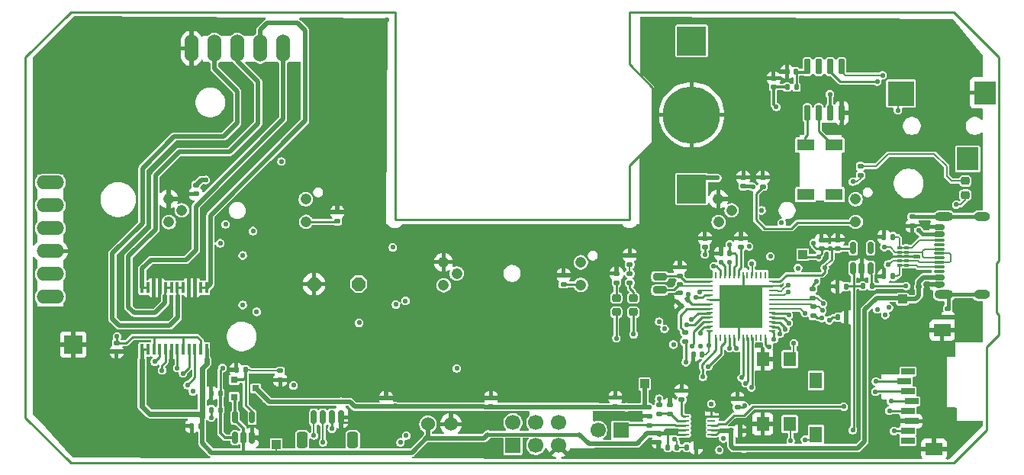
<source format=gbr>
%TF.GenerationSoftware,KiCad,Pcbnew,9.0.0*%
%TF.CreationDate,2025-08-29T01:04:51+01:00*%
%TF.ProjectId,FED3,46454433-2e6b-4696-9361-645f70636258,rev?*%
%TF.SameCoordinates,Original*%
%TF.FileFunction,Copper,L1,Top*%
%TF.FilePolarity,Positive*%
%FSLAX46Y46*%
G04 Gerber Fmt 4.6, Leading zero omitted, Abs format (unit mm)*
G04 Created by KiCad (PCBNEW 9.0.0) date 2025-08-29 01:04:51*
%MOMM*%
%LPD*%
G01*
G04 APERTURE LIST*
G04 Aperture macros list*
%AMRoundRect*
0 Rectangle with rounded corners*
0 $1 Rounding radius*
0 $2 $3 $4 $5 $6 $7 $8 $9 X,Y pos of 4 corners*
0 Add a 4 corners polygon primitive as box body*
4,1,4,$2,$3,$4,$5,$6,$7,$8,$9,$2,$3,0*
0 Add four circle primitives for the rounded corners*
1,1,$1+$1,$2,$3*
1,1,$1+$1,$4,$5*
1,1,$1+$1,$6,$7*
1,1,$1+$1,$8,$9*
0 Add four rect primitives between the rounded corners*
20,1,$1+$1,$2,$3,$4,$5,0*
20,1,$1+$1,$4,$5,$6,$7,0*
20,1,$1+$1,$6,$7,$8,$9,0*
20,1,$1+$1,$8,$9,$2,$3,0*%
%AMOutline5P*
0 Free polygon, 5 corners , with rotation*
0 The origin of the aperture is its center*
0 number of corners: always 5*
0 $1 to $10 corner X, Y*
0 $11 Rotation angle, in degrees counterclockwise*
0 create outline with 5 corners*
4,1,5,$1,$2,$3,$4,$5,$6,$7,$8,$9,$10,$1,$2,$11*%
%AMOutline6P*
0 Free polygon, 6 corners , with rotation*
0 The origin of the aperture is its center*
0 number of corners: always 6*
0 $1 to $12 corner X, Y*
0 $13 Rotation angle, in degrees counterclockwise*
0 create outline with 6 corners*
4,1,6,$1,$2,$3,$4,$5,$6,$7,$8,$9,$10,$11,$12,$1,$2,$13*%
%AMOutline7P*
0 Free polygon, 7 corners , with rotation*
0 The origin of the aperture is its center*
0 number of corners: always 7*
0 $1 to $14 corner X, Y*
0 $15 Rotation angle, in degrees counterclockwise*
0 create outline with 7 corners*
4,1,7,$1,$2,$3,$4,$5,$6,$7,$8,$9,$10,$11,$12,$13,$14,$1,$2,$15*%
%AMOutline8P*
0 Free polygon, 8 corners , with rotation*
0 The origin of the aperture is its center*
0 number of corners: always 8*
0 $1 to $16 corner X, Y*
0 $17 Rotation angle, in degrees counterclockwise*
0 create outline with 8 corners*
4,1,8,$1,$2,$3,$4,$5,$6,$7,$8,$9,$10,$11,$12,$13,$14,$15,$16,$1,$2,$17*%
G04 Aperture macros list end*
%TA.AperFunction,SMDPad,CuDef*%
%ADD10R,2.400000X2.550000*%
%TD*%
%TA.AperFunction,SMDPad,CuDef*%
%ADD11R,2.900000X2.750000*%
%TD*%
%TA.AperFunction,HeatsinkPad*%
%ADD12O,1.800000X1.000000*%
%TD*%
%TA.AperFunction,HeatsinkPad*%
%ADD13O,2.100000X1.000000*%
%TD*%
%TA.AperFunction,SMDPad,CuDef*%
%ADD14RoundRect,0.150000X0.425000X-0.150000X0.425000X0.150000X-0.425000X0.150000X-0.425000X-0.150000X0*%
%TD*%
%TA.AperFunction,SMDPad,CuDef*%
%ADD15RoundRect,0.075000X0.500000X-0.075000X0.500000X0.075000X-0.500000X0.075000X-0.500000X-0.075000X0*%
%TD*%
%TA.AperFunction,ComponentPad*%
%ADD16C,1.208000*%
%TD*%
%TA.AperFunction,HeatsinkPad*%
%ADD17C,0.510000*%
%TD*%
%TA.AperFunction,HeatsinkPad*%
%ADD18R,1.580000X2.350000*%
%TD*%
%TA.AperFunction,SMDPad,CuDef*%
%ADD19RoundRect,0.062500X0.350000X0.062500X-0.350000X0.062500X-0.350000X-0.062500X0.350000X-0.062500X0*%
%TD*%
%TA.AperFunction,SMDPad,CuDef*%
%ADD20R,1.400000X1.600000*%
%TD*%
%TA.AperFunction,ComponentPad*%
%ADD21O,3.048000X1.524000*%
%TD*%
%TA.AperFunction,SMDPad,CuDef*%
%ADD22R,1.000000X1.000000*%
%TD*%
%TA.AperFunction,SMDPad,CuDef*%
%ADD23RoundRect,0.140000X-0.170000X0.140000X-0.170000X-0.140000X0.170000X-0.140000X0.170000X0.140000X0*%
%TD*%
%TA.AperFunction,SMDPad,CuDef*%
%ADD24RoundRect,0.140000X0.170000X-0.140000X0.170000X0.140000X-0.170000X0.140000X-0.170000X-0.140000X0*%
%TD*%
%TA.AperFunction,SMDPad,CuDef*%
%ADD25RoundRect,0.135000X-0.135000X-0.185000X0.135000X-0.185000X0.135000X0.185000X-0.135000X0.185000X0*%
%TD*%
%TA.AperFunction,SMDPad,CuDef*%
%ADD26RoundRect,0.200000X-0.550000X0.200000X-0.550000X-0.200000X0.550000X-0.200000X0.550000X0.200000X0*%
%TD*%
%TA.AperFunction,SMDPad,CuDef*%
%ADD27RoundRect,0.135000X0.135000X0.185000X-0.135000X0.185000X-0.135000X-0.185000X0.135000X-0.185000X0*%
%TD*%
%TA.AperFunction,SMDPad,CuDef*%
%ADD28RoundRect,0.135000X-0.185000X0.135000X-0.185000X-0.135000X0.185000X-0.135000X0.185000X0.135000X0*%
%TD*%
%TA.AperFunction,SMDPad,CuDef*%
%ADD29RoundRect,0.140000X0.140000X0.170000X-0.140000X0.170000X-0.140000X-0.170000X0.140000X-0.170000X0*%
%TD*%
%TA.AperFunction,SMDPad,CuDef*%
%ADD30R,3.200000X3.200000*%
%TD*%
%TA.AperFunction,SMDPad,CuDef*%
%ADD31RoundRect,3.175000X0.000010X-0.000010X0.000010X0.000010X-0.000010X0.000010X-0.000010X-0.000010X0*%
%TD*%
%TA.AperFunction,SMDPad,CuDef*%
%ADD32RoundRect,0.218750X-0.256250X0.218750X-0.256250X-0.218750X0.256250X-0.218750X0.256250X0.218750X0*%
%TD*%
%TA.AperFunction,SMDPad,CuDef*%
%ADD33RoundRect,0.135000X0.185000X-0.135000X0.185000X0.135000X-0.185000X0.135000X-0.185000X-0.135000X0*%
%TD*%
%TA.AperFunction,SMDPad,CuDef*%
%ADD34R,0.800000X0.700000*%
%TD*%
%TA.AperFunction,ComponentPad*%
%ADD35R,1.700000X1.700000*%
%TD*%
%TA.AperFunction,ComponentPad*%
%ADD36C,1.700000*%
%TD*%
%TA.AperFunction,SMDPad,CuDef*%
%ADD37RoundRect,0.075000X0.200000X-0.075000X0.200000X0.075000X-0.200000X0.075000X-0.200000X-0.075000X0*%
%TD*%
%TA.AperFunction,SMDPad,CuDef*%
%ADD38R,0.400000X1.200000*%
%TD*%
%TA.AperFunction,SMDPad,CuDef*%
%ADD39R,1.900000X1.300000*%
%TD*%
%TA.AperFunction,SMDPad,CuDef*%
%ADD40RoundRect,0.150000X0.150000X-0.512500X0.150000X0.512500X-0.150000X0.512500X-0.150000X-0.512500X0*%
%TD*%
%TA.AperFunction,SMDPad,CuDef*%
%ADD41R,1.500000X0.700000*%
%TD*%
%TA.AperFunction,SMDPad,CuDef*%
%ADD42R,1.400000X1.800000*%
%TD*%
%TA.AperFunction,SMDPad,CuDef*%
%ADD43R,1.900000X1.400000*%
%TD*%
%TA.AperFunction,SMDPad,CuDef*%
%ADD44RoundRect,0.140000X-0.021213X0.219203X-0.219203X0.021213X0.021213X-0.219203X0.219203X-0.021213X0*%
%TD*%
%TA.AperFunction,SMDPad,CuDef*%
%ADD45RoundRect,0.150000X0.150000X-0.725000X0.150000X0.725000X-0.150000X0.725000X-0.150000X-0.725000X0*%
%TD*%
%TA.AperFunction,SMDPad,CuDef*%
%ADD46RoundRect,0.150000X0.150000X0.625000X-0.150000X0.625000X-0.150000X-0.625000X0.150000X-0.625000X0*%
%TD*%
%TA.AperFunction,HeatsinkPad*%
%ADD47RoundRect,0.250000X0.350000X0.650000X-0.350000X0.650000X-0.350000X-0.650000X0.350000X-0.650000X0*%
%TD*%
%TA.AperFunction,SMDPad,CuDef*%
%ADD48RoundRect,0.250000X0.350000X0.650000X-0.350000X0.650000X-0.350000X-0.650000X0.350000X-0.650000X0*%
%TD*%
%TA.AperFunction,SMDPad,CuDef*%
%ADD49R,0.750000X0.250000*%
%TD*%
%TA.AperFunction,SMDPad,CuDef*%
%ADD50R,0.250000X0.750000*%
%TD*%
%TA.AperFunction,SMDPad,CuDef*%
%ADD51R,4.700000X4.700000*%
%TD*%
%TA.AperFunction,SMDPad,CuDef*%
%ADD52RoundRect,0.140000X-0.140000X-0.170000X0.140000X-0.170000X0.140000X0.170000X-0.140000X0.170000X0*%
%TD*%
%TA.AperFunction,ComponentPad*%
%ADD53C,1.524000*%
%TD*%
%TA.AperFunction,ComponentPad*%
%ADD54R,2.000000X2.000000*%
%TD*%
%TA.AperFunction,ComponentPad*%
%ADD55Outline8P,-0.762000X0.315631X-0.315631X0.762000X0.315631X0.762000X0.762000X0.315631X0.762000X-0.315631X0.315631X-0.762000X-0.315631X-0.762000X-0.762000X-0.315631X180.000000*%
%TD*%
%TA.AperFunction,ComponentPad*%
%ADD56O,1.524000X3.048000*%
%TD*%
%TA.AperFunction,ViaPad*%
%ADD57C,0.550000*%
%TD*%
%TA.AperFunction,ViaPad*%
%ADD58C,0.600000*%
%TD*%
%TA.AperFunction,ViaPad*%
%ADD59C,0.900000*%
%TD*%
%TA.AperFunction,ViaPad*%
%ADD60C,0.700000*%
%TD*%
%TA.AperFunction,Conductor*%
%ADD61C,0.220000*%
%TD*%
%TA.AperFunction,Conductor*%
%ADD62C,0.300000*%
%TD*%
%TA.AperFunction,Conductor*%
%ADD63C,0.250000*%
%TD*%
%TA.AperFunction,Conductor*%
%ADD64C,0.230000*%
%TD*%
%TA.AperFunction,Conductor*%
%ADD65C,0.210000*%
%TD*%
%TA.AperFunction,Conductor*%
%ADD66C,0.350000*%
%TD*%
%TA.AperFunction,Conductor*%
%ADD67C,0.304800*%
%TD*%
%TA.AperFunction,Conductor*%
%ADD68C,0.500000*%
%TD*%
%TA.AperFunction,Conductor*%
%ADD69C,0.406400*%
%TD*%
%TA.AperFunction,Conductor*%
%ADD70C,0.260000*%
%TD*%
%TA.AperFunction,Conductor*%
%ADD71C,0.508000*%
%TD*%
%TA.AperFunction,Conductor*%
%ADD72C,0.254000*%
%TD*%
%TA.AperFunction,Conductor*%
%ADD73C,0.450000*%
%TD*%
%TA.AperFunction,Conductor*%
%ADD74C,0.400000*%
%TD*%
%TA.AperFunction,Conductor*%
%ADD75C,0.609600*%
%TD*%
%TA.AperFunction,Profile*%
%ADD76C,0.250000*%
%TD*%
G04 APERTURE END LIST*
D10*
%TO.P,EXT0,5,5*%
%TO.N,GND*%
X200944300Y-88939800D03*
D11*
%TO.P,EXT0,4,4*%
%TO.N,A0*%
X191644300Y-89039800D03*
D10*
%TO.P,EXT0,1,1*%
%TO.N,unconnected-(EXT0-Pad1)*%
X199044300Y-96289800D03*
%TD*%
D12*
%TO.P,J3,S1,SHIELD*%
%TO.N,Net-(J3-SHIELD)*%
X200609200Y-102713600D03*
D13*
X196429200Y-102713600D03*
D12*
X200609200Y-111353600D03*
D13*
X196429200Y-111353600D03*
D14*
%TO.P,J3,B12,GND*%
%TO.N,GND*%
X195854200Y-110233600D03*
%TO.P,J3,B9,VBUS*%
%TO.N,VUSB*%
X195854200Y-109433600D03*
D15*
%TO.P,J3,B8,SBU2*%
%TO.N,unconnected-(J3-SBU2-PadB8)*%
X195854200Y-108783600D03*
%TO.P,J3,B7,D-*%
%TO.N,D-*%
X195854200Y-107783600D03*
%TO.P,J3,B6,D+*%
%TO.N,D+*%
X195854200Y-106283600D03*
%TO.P,J3,B5,CC2*%
%TO.N,/CC2*%
X195854200Y-105283600D03*
D14*
%TO.P,J3,B4,VBUS*%
%TO.N,VUSB*%
X195854200Y-104633600D03*
%TO.P,J3,B1,GND*%
%TO.N,GND*%
X195854200Y-103833600D03*
%TO.P,J3,A12,GND*%
X195854200Y-103833600D03*
%TO.P,J3,A9,VBUS*%
%TO.N,VUSB*%
X195854200Y-104633600D03*
D15*
%TO.P,J3,A8,SBU1*%
%TO.N,unconnected-(J3-SBU1-PadA8)*%
X195854200Y-105783600D03*
%TO.P,J3,A7,D-*%
%TO.N,D-*%
X195854200Y-106783600D03*
%TO.P,J3,A6,D+*%
%TO.N,D+*%
X195854200Y-107283600D03*
%TO.P,J3,A5,CC1*%
%TO.N,/CC1*%
X195854200Y-108283600D03*
D14*
%TO.P,J3,A4,VBUS*%
%TO.N,VUSB*%
X195854200Y-109433600D03*
%TO.P,J3,A1,GND*%
%TO.N,GND*%
X195854200Y-110233600D03*
%TD*%
D16*
%TO.P,PI1,5,5*%
%TO.N,GND*%
X171381100Y-100733600D03*
%TO.P,PI1,4,4*%
%TO.N,D6*%
X172851100Y-102003600D03*
%TO.P,PI1,3,3*%
%TO.N,+3V3*%
X171401100Y-103303600D03*
%TO.P,PI1,2,2*%
%TO.N,Net-(PI1-Pad2)*%
X186621100Y-103273600D03*
%TO.P,PI1,1,1*%
%TO.N,+3V3*%
X186601100Y-100763600D03*
%TD*%
%TO.P,PI2,5,5*%
%TO.N,GND*%
X140881100Y-107733600D03*
%TO.P,PI2,4,4*%
%TO.N,TX*%
X142351100Y-109003600D03*
%TO.P,PI2,3,3*%
%TO.N,+3V3*%
X140901100Y-110303600D03*
%TO.P,PI2,2,2*%
%TO.N,Net-(PI2-Pad2)*%
X156121100Y-110273600D03*
%TO.P,PI2,1,1*%
%TO.N,+3V3*%
X156101100Y-107763600D03*
%TD*%
%TO.P,PI3,5,5*%
%TO.N,GND*%
X110381100Y-100733600D03*
%TO.P,PI3,4,4*%
%TO.N,D5*%
X111851100Y-102003600D03*
%TO.P,PI3,3,3*%
%TO.N,+3V3*%
X110401100Y-103303600D03*
%TO.P,PI3,2,2*%
%TO.N,Net-(PI3-Pad2)*%
X125621100Y-103273600D03*
%TO.P,PI3,1,1*%
%TO.N,+3V3*%
X125601100Y-100763600D03*
%TD*%
D17*
%TO.P,U3,11,EXPSD*%
%TO.N,GND*%
X168630600Y-124975000D03*
X168630600Y-125900000D03*
X168630600Y-126825000D03*
D18*
X169170600Y-125900000D03*
D17*
X169710600Y-124975000D03*
X169710600Y-125900000D03*
X169710600Y-126825000D03*
D19*
%TO.P,U3,10,VBAT*%
%TO.N,VBat*%
X167733100Y-126900000D03*
%TO.P,U3,9,VBAT*%
X167733100Y-126400000D03*
%TO.P,U3,8,THERM*%
%TO.N,Net-(J2-Pin_1)*%
X167733100Y-125900000D03*
%TO.P,U3,7,~{TE}*%
%TO.N,Net-(U3-~{TE})*%
X167733100Y-125400000D03*
%TO.P,U3,6,PROG*%
%TO.N,Net-(U3-PROG)*%
X167733100Y-124900000D03*
%TO.P,U3,5,VSS*%
%TO.N,GND*%
X170608100Y-124900000D03*
%TO.P,U3,4,STAT2*%
%TO.N,unconnected-(U3-STAT2-Pad4)*%
X170608100Y-125400000D03*
%TO.P,U3,3,STAT1*%
%TO.N,Net-(U3-STAT1)*%
X170608100Y-125900000D03*
%TO.P,U3,2,VDD*%
%TO.N,VUSB*%
X170608100Y-126400000D03*
%TO.P,U3,1,VDD*%
X170608100Y-126900000D03*
%TD*%
D20*
%TO.P,SW2,1,1*%
%TO.N,/Controller Stage/~{RESET}*%
X179300000Y-118525000D03*
X179300000Y-125725000D03*
%TO.P,SW2,2,2*%
%TO.N,GND*%
X176300000Y-118525000D03*
X176300000Y-125725000D03*
%TD*%
D21*
%TO.P,SCREEN0,1,Pin_1*%
%TO.N,/Controller Stage/D10*%
X97251100Y-98903600D03*
%TO.P,SCREEN0,2,Pin_2*%
%TO.N,/Controller Stage/D11*%
X97251100Y-101443600D03*
%TO.P,SCREEN0,3,Pin_3*%
%TO.N,/Controller Stage/D12*%
X97251100Y-103983600D03*
%TO.P,SCREEN0,4,Pin_4*%
%TO.N,GND*%
X97251100Y-106523600D03*
%TO.P,SCREEN0,5,Pin_5*%
%TO.N,unconnected-(SCREEN0-Pin_5-Pad5)*%
X97251100Y-109063600D03*
%TO.P,SCREEN0,6,Pin_6*%
%TO.N,+3V3*%
X97251100Y-111603600D03*
%TD*%
D22*
%TO.P,TP4,1,1*%
%TO.N,VUSB*%
X191800000Y-111850000D03*
%TD*%
D23*
%TO.P,C18,1*%
%TO.N,Net-(U1-PA01{slash}EINT1{slash}SERCOM1.1)*%
X167100000Y-110220000D03*
%TO.P,C18,2*%
%TO.N,GND*%
X167100000Y-111180000D03*
%TD*%
D24*
%TO.P,C17,1*%
%TO.N,Net-(U1-PA00{slash}EINT0{slash}SERCOM1.0)*%
X167100000Y-109252500D03*
%TO.P,C17,2*%
%TO.N,GND*%
X167100000Y-108292500D03*
%TD*%
D25*
%TO.P,R17,1*%
%TO.N,D9*%
X167890000Y-128300000D03*
%TO.P,R17,2*%
%TO.N,GND*%
X168910000Y-128300000D03*
%TD*%
D23*
%TO.P,C21,1*%
%TO.N,Net-(J3-SHIELD)*%
X196860000Y-112890000D03*
%TO.P,C21,2*%
%TO.N,GND*%
X196860000Y-113850000D03*
%TD*%
D26*
%TO.P,X2,1,1*%
%TO.N,Net-(U1-PA00{slash}EINT0{slash}SERCOM1.0)*%
X164870000Y-109347500D03*
%TO.P,X2,2,2*%
%TO.N,Net-(U1-PA01{slash}EINT1{slash}SERCOM1.1)*%
X164870000Y-110847500D03*
%TD*%
D27*
%TO.P,R24,1*%
%TO.N,/CC2*%
X190756000Y-104927400D03*
%TO.P,R24,2*%
%TO.N,GND*%
X189736000Y-104927400D03*
%TD*%
D25*
%TO.P,R6,1*%
%TO.N,+3V3*%
X179010000Y-88300000D03*
%TO.P,R6,2*%
%TO.N,Net-(IC4-VDD)*%
X180030000Y-88300000D03*
%TD*%
D28*
%TO.P,R25,1*%
%TO.N,Net-(J3-SHIELD)*%
X192900000Y-102710000D03*
%TO.P,R25,2*%
%TO.N,GND*%
X192900000Y-103730000D03*
%TD*%
D24*
%TO.P,C10,1*%
%TO.N,/IOs Interface/VCCNEO*%
X174155500Y-99292400D03*
%TO.P,C10,2*%
%TO.N,GND*%
X174155500Y-98332400D03*
%TD*%
D29*
%TO.P,C1,1*%
%TO.N,Net-(IC4-VDD)*%
X179980000Y-86600000D03*
%TO.P,C1,2*%
%TO.N,GND*%
X179020000Y-86600000D03*
%TD*%
D30*
%TO.P,B1,1,+*%
%TO.N,unconnected-(B1-+-Pad1)*%
X168415100Y-83170200D03*
%TO.P,B1,2,+*%
%TO.N,Net-(IC4-VBAT)*%
X168415100Y-99621000D03*
D31*
%TO.P,B1,3,-*%
%TO.N,GND*%
X168415100Y-91395600D03*
%TD*%
D32*
%TO.P,CHG0,1,K*%
%TO.N,Net-(CHG0-K)*%
X198790000Y-98732500D03*
%TO.P,CHG0,2,A*%
%TO.N,VUSB*%
X198790000Y-100307500D03*
%TD*%
%TO.P,L1,1,K*%
%TO.N,Net-(L1-K)*%
X161940000Y-111732500D03*
%TO.P,L1,2,A*%
%TO.N,D8*%
X161940000Y-113307500D03*
%TD*%
D28*
%TO.P,R5,1*%
%TO.N,/Controller Stage/SDA*%
X181900000Y-112690000D03*
%TO.P,R5,2*%
%TO.N,+3V3*%
X181900000Y-113710000D03*
%TD*%
D33*
%TO.P,R14,1*%
%TO.N,Net-(U3-PROG)*%
X167309800Y-123038400D03*
%TO.P,R14,2*%
%TO.N,GND*%
X167309800Y-122018400D03*
%TD*%
D24*
%TO.P,C8,1*%
%TO.N,/IOs Interface/VCCNEO*%
X134500000Y-123780000D03*
%TO.P,C8,2*%
%TO.N,GND*%
X134500000Y-122820000D03*
%TD*%
D34*
%TO.P,Q1,P$1,G*%
%TO.N,Net-(IC1-P$4)*%
X117650000Y-120812500D03*
%TO.P,Q1,P$2,S*%
%TO.N,VBat*%
X117650000Y-122712500D03*
%TO.P,Q1,P$3,D*%
%TO.N,/IOs Interface/VCCNEO*%
X120050000Y-121762500D03*
%TD*%
D35*
%TO.P,J1,1,Pin_1*%
%TO.N,/Controller Stage/SWCLK*%
X148582050Y-128109743D03*
D36*
%TO.P,J1,2,Pin_2*%
%TO.N,+3V3*%
X148582050Y-125569743D03*
%TO.P,J1,3,Pin_3*%
%TO.N,/Controller Stage/SWDIO*%
X151122050Y-128109743D03*
%TO.P,J1,4,Pin_4*%
%TO.N,unconnected-(J1-Pin_4-Pad4)*%
X151122050Y-125569743D03*
%TO.P,J1,5,Pin_5*%
%TO.N,GND*%
X153662050Y-128109743D03*
%TO.P,J1,6,Pin_6*%
%TO.N,/Controller Stage/~{RESET}*%
X153662050Y-125569743D03*
%TD*%
D37*
%TO.P,D1,1,D1+*%
%TO.N,/CC1*%
X192227200Y-108121200D03*
%TO.P,D1,2,D1-*%
%TO.N,D-*%
X192227200Y-107621200D03*
%TO.P,D1,3,GND*%
%TO.N,GND*%
X192227200Y-107121200D03*
%TO.P,D1,4,D2+*%
%TO.N,D+*%
X192227200Y-106621200D03*
%TO.P,D1,5,D2-*%
%TO.N,/CC2*%
X192227200Y-106121200D03*
%TO.P,D1,6,NC*%
X191457200Y-106121200D03*
%TO.P,D1,7,NC*%
%TO.N,D+*%
X191457200Y-106621200D03*
%TO.P,D1,8,GND*%
%TO.N,GND*%
X191457200Y-107121200D03*
%TO.P,D1,9,NC*%
%TO.N,D-*%
X191457200Y-107621200D03*
%TO.P,D1,10,NC*%
%TO.N,/CC1*%
X191457200Y-108121200D03*
%TD*%
D24*
%TO.P,C6,1*%
%TO.N,/IOs Interface/VCCNEO*%
X159950000Y-123730000D03*
%TO.P,C6,2*%
%TO.N,GND*%
X159950000Y-122770000D03*
%TD*%
D23*
%TO.P,C3,1*%
%TO.N,+3V3*%
X104600000Y-116720000D03*
%TO.P,C3,2*%
%TO.N,GND*%
X104600000Y-117680000D03*
%TD*%
%TO.P,C16,1*%
%TO.N,VBat*%
X164750000Y-126770000D03*
%TO.P,C16,2*%
%TO.N,GND*%
X164750000Y-127730000D03*
%TD*%
D33*
%TO.P,R12,1*%
%TO.N,Net-(LED1-DI)*%
X167670000Y-116535000D03*
%TO.P,R12,2*%
%TO.N,A1*%
X167670000Y-115515000D03*
%TD*%
D38*
%TO.P,IC2,1,AOUT1@1*%
%TO.N,/PINK*%
X114586100Y-110581600D03*
%TO.P,IC2,2,AOUT1@2*%
X113936100Y-110581600D03*
%TO.P,IC2,3,PGND1@1*%
%TO.N,GND*%
X113286100Y-110581600D03*
%TO.P,IC2,4,PGND1@2*%
X112636100Y-110581600D03*
%TO.P,IC2,5,AOUT2@1*%
%TO.N,/ORANGE*%
X111986100Y-110581600D03*
%TO.P,IC2,6,AOUT2@2*%
X111336100Y-110581600D03*
%TO.P,IC2,7,BOUT2@1*%
%TO.N,/YELLOW*%
X110686100Y-110581600D03*
%TO.P,IC2,8,BOUT2@2*%
X110036100Y-110581600D03*
%TO.P,IC2,9,PGND2@1*%
%TO.N,GND*%
X109386100Y-110581600D03*
%TO.P,IC2,10,PGND2@2*%
X108736100Y-110581600D03*
%TO.P,IC2,11,BOUT1@1*%
%TO.N,/BLUE*%
X108086100Y-110581600D03*
%TO.P,IC2,12,BOUT1@2*%
X107436100Y-110581600D03*
%TO.P,IC2,13,VM@2*%
%TO.N,VBat*%
X107436100Y-117421600D03*
%TO.P,IC2,14,VM@3*%
X108086100Y-117421600D03*
%TO.P,IC2,15,PWMB*%
%TO.N,+3V3*%
X108736100Y-117421600D03*
%TO.P,IC2,16,BIN2*%
%TO.N,A5*%
X109386100Y-117421600D03*
%TO.P,IC2,17,BIN1*%
%TO.N,A4*%
X110036100Y-117421600D03*
%TO.P,IC2,18,GND@1*%
%TO.N,GND*%
X110686100Y-117421600D03*
%TO.P,IC2,19,STBY*%
%TO.N,D13*%
X111336100Y-117421600D03*
%TO.P,IC2,20,VCC*%
%TO.N,+3V3*%
X111986100Y-117421600D03*
%TO.P,IC2,21,AIN1*%
%TO.N,A3*%
X112636100Y-117421600D03*
%TO.P,IC2,22,AIN2*%
%TO.N,A2*%
X113286100Y-117421600D03*
%TO.P,IC2,23,PWMA*%
%TO.N,+3V3*%
X113936100Y-117421600D03*
%TO.P,IC2,24,VM@1*%
%TO.N,VBat*%
X114586100Y-117421600D03*
%TD*%
D27*
%TO.P,R23,1*%
%TO.N,/CC1*%
X190756000Y-109321600D03*
%TO.P,R23,2*%
%TO.N,GND*%
X189736000Y-109321600D03*
%TD*%
D39*
%TO.P,X1,1,1*%
%TO.N,Net-(IC4-XI)*%
X181039100Y-94741600D03*
%TO.P,X1,2,2*%
%TO.N,unconnected-(X1-Pad2)*%
X181039100Y-100241600D03*
%TO.P,X1,3,3*%
%TO.N,unconnected-(X1-Pad3)*%
X184239100Y-100241600D03*
%TO.P,X1,4,4*%
%TO.N,Net-(IC4-XO)*%
X184239100Y-94741600D03*
%TD*%
D25*
%TO.P,R8,1*%
%TO.N,GND*%
X115090000Y-122300000D03*
%TO.P,R8,2*%
%TO.N,D13*%
X116110000Y-122300000D03*
%TD*%
D40*
%TO.P,IC1,1,P$1*%
%TO.N,D13*%
X117750000Y-127237500D03*
%TO.P,IC1,2,P$2*%
%TO.N,VBat*%
X118700000Y-127237500D03*
%TO.P,IC1,3,P$3*%
%TO.N,GND*%
X119650000Y-127237500D03*
%TO.P,IC1,4,P$4*%
%TO.N,Net-(IC1-P$4)*%
X119650000Y-124962500D03*
%TO.P,IC1,5,P$5*%
%TO.N,VBat*%
X117750000Y-124962500D03*
%TD*%
D24*
%TO.P,C19,1*%
%TO.N,Net-(U1-VDDCORE)*%
X173880000Y-106067500D03*
%TO.P,C19,2*%
%TO.N,GND*%
X173880000Y-105107500D03*
%TD*%
D41*
%TO.P,X4,1,DAT2*%
%TO.N,unconnected-(X4-DAT2-Pad1)*%
X192410000Y-119900000D03*
%TO.P,X4,2,CS*%
%TO.N,/Controller Stage/SD_CS*%
X192010000Y-121000000D03*
%TO.P,X4,3,DATA_IN*%
%TO.N,/Controller Stage/MOSI*%
X192410000Y-122100000D03*
%TO.P,X4,4,SD_VDD*%
%TO.N,+3V3*%
X192810000Y-123200000D03*
%TO.P,X4,5,SCLK*%
%TO.N,/Controller Stage/SCK*%
X192410000Y-124300000D03*
%TO.P,X4,6,GND@3*%
%TO.N,GND*%
X192810000Y-125400000D03*
%TO.P,X4,7,DATA_OUT*%
%TO.N,/Controller Stage/MISO*%
X192410000Y-126500000D03*
%TO.P,X4,8,DAT1*%
%TO.N,unconnected-(X4-DAT1-Pad8)*%
X192410000Y-127600000D03*
D42*
%TO.P,X4,CD1,CARD_DETECT*%
%TO.N,/Controller Stage/D7*%
X182210000Y-126900000D03*
%TO.P,X4,CD2,CARD_DETECT1*%
%TO.N,unconnected-(X4-CARD_DETECT1-PadCD2)*%
X182210000Y-120900000D03*
D43*
%TO.P,X4,MT1,GND@2*%
%TO.N,GND*%
X195310000Y-128500000D03*
%TO.P,X4,MT2,GND@1*%
X196210000Y-115300000D03*
%TD*%
D44*
%TO.P,C23,1*%
%TO.N,+3V3*%
X167959411Y-111940589D03*
%TO.P,C23,2*%
%TO.N,GND*%
X167280589Y-112619411D03*
%TD*%
D33*
%TO.P,R15,1*%
%TO.N,Net-(L0-K)*%
X160080000Y-110030000D03*
%TO.P,R15,2*%
%TO.N,GND*%
X160080000Y-109010000D03*
%TD*%
D25*
%TO.P,R11,1*%
%TO.N,VBat*%
X187390000Y-110400000D03*
%TO.P,R11,2*%
%TO.N,/EN*%
X188410000Y-110400000D03*
%TD*%
D22*
%TO.P,TP2,1,1*%
%TO.N,/IOs Interface/VCCNEO*%
X163200000Y-121266000D03*
%TD*%
D32*
%TO.P,L0,1,K*%
%TO.N,Net-(L0-K)*%
X160050000Y-111732500D03*
%TO.P,L0,2,A*%
%TO.N,D13*%
X160050000Y-113307500D03*
%TD*%
D45*
%TO.P,IC4,1,XI*%
%TO.N,Net-(IC4-XI)*%
X181242100Y-91176600D03*
%TO.P,IC4,2,XO*%
%TO.N,Net-(IC4-XO)*%
X182512100Y-91176600D03*
%TO.P,IC4,3,VBAT*%
%TO.N,Net-(IC4-VBAT)*%
X183782100Y-91176600D03*
%TO.P,IC4,4,VSS*%
%TO.N,GND*%
X185052100Y-91176600D03*
%TO.P,IC4,5,SDA*%
%TO.N,/Controller Stage/SDA*%
X185052100Y-86026600D03*
%TO.P,IC4,6,SCL*%
%TO.N,/Controller Stage/SCL*%
X183782100Y-86026600D03*
%TO.P,IC4,7,~{INT1/CLK}*%
%TO.N,/Controller Stage/SQW*%
X182512100Y-86026600D03*
%TO.P,IC4,8,VDD*%
%TO.N,Net-(IC4-VDD)*%
X181242100Y-86026600D03*
%TD*%
D24*
%TO.P,C15,1*%
%TO.N,+3V3*%
X184625000Y-106230000D03*
%TO.P,C15,2*%
%TO.N,GND*%
X184625000Y-105270000D03*
%TD*%
%TO.P,C7,1*%
%TO.N,/IOs Interface/VCCNEO*%
X146150000Y-123780000D03*
%TO.P,C7,2*%
%TO.N,GND*%
X146150000Y-122820000D03*
%TD*%
D46*
%TO.P,AUX_I2C0,1,Pin_1*%
%TO.N,GND*%
X129500000Y-124975000D03*
%TO.P,AUX_I2C0,2,Pin_2*%
%TO.N,+3V3*%
X128500000Y-124975000D03*
%TO.P,AUX_I2C0,3,Pin_3*%
%TO.N,/Controller Stage/SDA*%
X127500000Y-124975000D03*
%TO.P,AUX_I2C0,4,Pin_4*%
%TO.N,/Controller Stage/SCL*%
X126500000Y-124975000D03*
D47*
%TO.P,AUX_I2C0,5,Pin_5*%
%TO.N,unconnected-(AUX_I2C0-Pin_5-Pad5)*%
X130800000Y-127500000D03*
D48*
%TO.N,unconnected-(AUX_I2C0-Pin_5-Pad5)_1*%
X125200000Y-127500000D03*
%TD*%
D29*
%TO.P,C4,1*%
%TO.N,VBat*%
X113905000Y-125950000D03*
%TO.P,C4,2*%
%TO.N,GND*%
X112945000Y-125950000D03*
%TD*%
D24*
%TO.P,C12,1*%
%TO.N,/Controller Stage/AREF*%
X169880000Y-106067500D03*
%TO.P,C12,2*%
%TO.N,GND*%
X169880000Y-105107500D03*
%TD*%
D27*
%TO.P,R16,1*%
%TO.N,D9*%
X166795400Y-128300000D03*
%TO.P,R16,2*%
%TO.N,VBat*%
X165775400Y-128300000D03*
%TD*%
D33*
%TO.P,R13,1*%
%TO.N,Net-(R13-Pad1)*%
X161550000Y-108010000D03*
%TO.P,R13,2*%
%TO.N,GND*%
X161550000Y-106990000D03*
%TD*%
D22*
%TO.P,TP1,1,1*%
%TO.N,+3V3*%
X180746400Y-106908600D03*
%TD*%
D49*
%TO.P,U1,1,PA00/EINT0/SERCOM1.0*%
%TO.N,Net-(U1-PA00{slash}EINT0{slash}SERCOM1.0)*%
X170375000Y-109887500D03*
%TO.P,U1,2,PA01/EINT1/SERCOM1.1*%
%TO.N,Net-(U1-PA01{slash}EINT1{slash}SERCOM1.1)*%
X170375000Y-110387500D03*
%TO.P,U1,3,PA02/EINT2/AIN0/Y0/VOUT*%
%TO.N,A0*%
X170375000Y-110887500D03*
%TO.P,U1,4,PA03/EINT3/VREFA/AIN1*%
%TO.N,/Controller Stage/AREF*%
X170375000Y-111387500D03*
%TO.P,U1,5,GNDA*%
%TO.N,GND*%
X170375000Y-111887500D03*
%TO.P,U1,6,VDDA*%
%TO.N,+3V3*%
X170375000Y-112387500D03*
%TO.P,U1,7,PB08/I8/AIN2/SERCOM4.0*%
%TO.N,A1*%
X170375000Y-112887500D03*
%TO.P,U1,8,PB09/I9/AIN3/SERCOM4.1*%
%TO.N,A2*%
X170375000Y-113387500D03*
%TO.P,U1,9,PA04/EINT4/VREFB/AIN4/SERCOM0.0*%
%TO.N,A3*%
X170375000Y-113887500D03*
%TO.P,U1,10,PA05/EINT5/AIN5/SERCOM0.1*%
%TO.N,A4*%
X170375000Y-114387500D03*
%TO.P,U1,11,PA06/EINT6/AIN6/SERCOM0.2*%
%TO.N,D8*%
X170375000Y-114887500D03*
%TO.P,U1,12,PA07/I7/AIN7/SERCOM0.3/I2SD0*%
%TO.N,D9*%
X170375000Y-115387500D03*
D50*
%TO.P,U1,13,PA08/I2C/AIN16/SERCOM0+2.0/I2SD1*%
%TO.N,/Controller Stage/SD_CS*%
X171100000Y-116112500D03*
%TO.P,U1,14,PA09/I2C/I9/AIN17/SERCOM0+2.1/I2SMC*%
%TO.N,unconnected-(U1-PA09{slash}I2C{slash}I9{slash}AIN17{slash}SERCOM0+2.1{slash}I2SMC-Pad14)*%
X171600000Y-116112500D03*
%TO.P,U1,15,PA10/I10/AIN18/SERCOM0+2.2/I2SCK*%
%TO.N,TX*%
X172100000Y-116112500D03*
%TO.P,U1,16,PA11/I11/AIN19/SERCOM0+2.3/I2SF0*%
%TO.N,RX*%
X172600000Y-116112500D03*
%TO.P,U1,17,VDDIO*%
%TO.N,+3V3*%
X173100000Y-116112500D03*
%TO.P,U1,18,GND*%
%TO.N,GND*%
X173600000Y-116112500D03*
%TO.P,U1,19,PB10/I10/SERCOM4.2/I2SMC*%
%TO.N,/Controller Stage/MOSI*%
X174100000Y-116112500D03*
%TO.P,U1,20,PB11/I11/SERCOM4.3/I2SCL*%
%TO.N,/Controller Stage/SCK*%
X174600000Y-116112500D03*
%TO.P,U1,21,PA12/I12/I2C/SERCOM2+4.0*%
%TO.N,/Controller Stage/MISO*%
X175100000Y-116112500D03*
%TO.P,U1,22,PA13/I13/I2C/SERCOM2+4.1*%
%TO.N,unconnected-(U1-PA13{slash}I13{slash}I2C{slash}SERCOM2+4.1-Pad22)*%
X175600000Y-116112500D03*
%TO.P,U1,23,PA14/I14/SERCOM2+4.2*%
%TO.N,unconnected-(U1-PA14{slash}I14{slash}SERCOM2+4.2-Pad23)*%
X176100000Y-116112500D03*
%TO.P,U1,24,PA15/I15/SERCOM3+4.3*%
%TO.N,D5*%
X176600000Y-116112500D03*
D49*
%TO.P,U1,25,PA16/I2C/I0/SERCOM1+3.0*%
%TO.N,/Controller Stage/D11*%
X177325000Y-115387500D03*
%TO.P,U1,26,PA17/I2C/I1/SERCOM1+3.1*%
%TO.N,D13*%
X177325000Y-114887500D03*
%TO.P,U1,27,PA18/I2/SERCOM1+3.2*%
%TO.N,/Controller Stage/D10*%
X177325000Y-114387500D03*
%TO.P,U1,28,PA19/I3/SERCOM1+3.3/I2SD0*%
%TO.N,/Controller Stage/D12*%
X177325000Y-113887500D03*
%TO.P,U1,29,PA20/I4/SERCOM3+5.2/I2SSC*%
%TO.N,D6*%
X177325000Y-113387500D03*
%TO.P,U1,30,PA21/I5/SERCOM3+5.3/I2SFS0*%
%TO.N,/Controller Stage/D7*%
X177325000Y-112887500D03*
%TO.P,U1,31,PA22/I2C/I6/SERCOM3+5.0*%
%TO.N,/Controller Stage/SDA*%
X177325000Y-112387500D03*
%TO.P,U1,32,PA23/I2C/I7/SERCOM3+5.1/SOF*%
%TO.N,/Controller Stage/SCL*%
X177325000Y-111887500D03*
%TO.P,U1,33,PA24/I12/SERCOM3+5.2/D-*%
%TO.N,D-*%
X177325000Y-111387500D03*
%TO.P,U1,34,PA25/I13/SERCOM3+5.3/D+*%
%TO.N,D+*%
X177325000Y-110887500D03*
%TO.P,U1,35,GND*%
%TO.N,GND*%
X177325000Y-110387500D03*
%TO.P,U1,36,VDDIO*%
%TO.N,+3V3*%
X177325000Y-109887500D03*
D50*
%TO.P,U1,37,PB22/I6/SERCOM5.2*%
%TO.N,unconnected-(U1-PB22{slash}I6{slash}SERCOM5.2-Pad37)*%
X176600000Y-109162500D03*
%TO.P,U1,38,PB23/I7/SERCOM5.3*%
%TO.N,unconnected-(U1-PB23{slash}I7{slash}SERCOM5.3-Pad38)*%
X176100000Y-109162500D03*
%TO.P,U1,39,PA27/I15*%
%TO.N,unconnected-(U1-PA27{slash}I15-Pad39)*%
X175600000Y-109162500D03*
%TO.P,U1,40,/RESET*%
%TO.N,/Controller Stage/~{RESET}*%
X175100000Y-109162500D03*
%TO.P,U1,41,PA28/I8*%
%TO.N,unconnected-(U1-PA28{slash}I8-Pad41)*%
X174600000Y-109162500D03*
%TO.P,U1,42,GND*%
%TO.N,GND*%
X174100000Y-109162500D03*
%TO.P,U1,43,VDDCORE*%
%TO.N,Net-(U1-VDDCORE)*%
X173600000Y-109162500D03*
%TO.P,U1,44,VDDIN*%
%TO.N,+3V3*%
X173100000Y-109162500D03*
%TO.P,U1,45,PA30/I10/SECOM1.2/SWCLK*%
%TO.N,/Controller Stage/SWCLK*%
X172600000Y-109162500D03*
%TO.P,U1,46,PA31/I11/SECOM1.3/SWDIO*%
%TO.N,/Controller Stage/SWDIO*%
X172100000Y-109162500D03*
%TO.P,U1,47,PB02/I2/AIN10/SERCOM5.0*%
%TO.N,A5*%
X171600000Y-109162500D03*
%TO.P,U1,48,PB03/I3/AIN11/SERCOM5.1*%
%TO.N,unconnected-(U1-PB03{slash}I3{slash}AIN11{slash}SERCOM5.1-Pad48)*%
X171100000Y-109162500D03*
D51*
%TO.P,U1,49,GND*%
%TO.N,GND*%
X173850000Y-112637500D03*
%TD*%
D24*
%TO.P,C2,1*%
%TO.N,+3V3*%
X177500000Y-88280000D03*
%TO.P,C2,2*%
%TO.N,GND*%
X177500000Y-87320000D03*
%TD*%
D52*
%TO.P,C14,1*%
%TO.N,+3V3*%
X184620000Y-113850000D03*
%TO.P,C14,2*%
%TO.N,GND*%
X185580000Y-113850000D03*
%TD*%
D53*
%TO.P,X3,1,Pin_1*%
%TO.N,GND*%
X141694300Y-125736400D03*
%TO.P,X3,2,Pin_2*%
%TO.N,VBat*%
X139154300Y-125736400D03*
%TD*%
D29*
%TO.P,C22,1*%
%TO.N,D9*%
X169550000Y-117980000D03*
%TO.P,C22,2*%
%TO.N,GND*%
X168590000Y-117980000D03*
%TD*%
D24*
%TO.P,C13,1*%
%TO.N,+3V3*%
X182825000Y-106280000D03*
%TO.P,C13,2*%
%TO.N,GND*%
X182825000Y-105320000D03*
%TD*%
D28*
%TO.P,R10,1*%
%TO.N,Net-(CHG0-K)*%
X187150000Y-97100000D03*
%TO.P,R10,2*%
%TO.N,Net-(U3-STAT1)*%
X187150000Y-98120000D03*
%TD*%
%TO.P,R21,1*%
%TO.N,Net-(R13-Pad1)*%
X161550000Y-109010000D03*
%TO.P,R21,2*%
%TO.N,Net-(L1-K)*%
X161550000Y-110030000D03*
%TD*%
%TO.P,R4,1*%
%TO.N,+3V3*%
X181850000Y-110690000D03*
%TO.P,R4,2*%
%TO.N,/Controller Stage/SCL*%
X181850000Y-111710000D03*
%TD*%
D33*
%TO.P,R9,1*%
%TO.N,GND*%
X122760000Y-120840000D03*
%TO.P,R9,2*%
%TO.N,Net-(IC1-P$4)*%
X122760000Y-119820000D03*
%TD*%
%TO.P,R20,1*%
%TO.N,Net-(J2-Pin_1)*%
X163700000Y-125860000D03*
%TO.P,R20,2*%
%TO.N,GND*%
X163700000Y-124840000D03*
%TD*%
%TO.P,R1,1*%
%TO.N,Net-(PI3-Pad2)*%
X129100000Y-103210000D03*
%TO.P,R1,2*%
%TO.N,GND*%
X129100000Y-102190000D03*
%TD*%
%TO.P,R18,1*%
%TO.N,Net-(U3-~{TE})*%
X164800000Y-124585000D03*
%TO.P,R18,2*%
%TO.N,VBat*%
X164800000Y-123565000D03*
%TD*%
%TO.P,R3,1*%
%TO.N,Net-(PI1-Pad2)*%
X176309100Y-99353600D03*
%TO.P,R3,2*%
%TO.N,GND*%
X176309100Y-98333600D03*
%TD*%
D29*
%TO.P,C11,1*%
%TO.N,VBat*%
X185530000Y-110450000D03*
%TO.P,C11,2*%
%TO.N,GND*%
X184570000Y-110450000D03*
%TD*%
D33*
%TO.P,R19,1*%
%TO.N,Net-(U3-~{TE})*%
X166000000Y-124585000D03*
%TO.P,R19,2*%
%TO.N,GND*%
X166000000Y-123565000D03*
%TD*%
D54*
%TO.P,TP5,1,1*%
%TO.N,GND*%
X99800000Y-116900000D03*
%TD*%
D55*
%TO.P,BZ1,1,+*%
%TO.N,RX*%
X131459200Y-110180000D03*
%TO.P,BZ1,2,-*%
%TO.N,GND*%
X126510000Y-110180000D03*
%TD*%
D29*
%TO.P,C24,1*%
%TO.N,+3V3*%
X172640000Y-106780000D03*
%TO.P,C24,2*%
%TO.N,GND*%
X171680000Y-106780000D03*
%TD*%
D56*
%TO.P,MOTOR0,1,Pin_1*%
%TO.N,GND*%
X112921100Y-84003600D03*
%TO.P,MOTOR0,2,Pin_2*%
%TO.N,/ORANGE*%
X115461100Y-84003600D03*
%TO.P,MOTOR0,3,Pin_3*%
%TO.N,/YELLOW*%
X118001100Y-84003600D03*
%TO.P,MOTOR0,4,Pin_4*%
%TO.N,/PINK*%
X120541100Y-84003600D03*
%TO.P,MOTOR0,5,Pin_5*%
%TO.N,/BLUE*%
X123081100Y-84003600D03*
%TD*%
D25*
%TO.P,R22,1*%
%TO.N,GND*%
X117880000Y-119700000D03*
%TO.P,R22,2*%
%TO.N,Net-(IC1-P$4)*%
X118900000Y-119700000D03*
%TD*%
D22*
%TO.P,TP3,1,1*%
%TO.N,VBat*%
X122320000Y-127990000D03*
%TD*%
D52*
%TO.P,C20,1*%
%TO.N,VUSB*%
X172820000Y-126475000D03*
%TO.P,C20,2*%
%TO.N,GND*%
X173780000Y-126475000D03*
%TD*%
D24*
%TO.P,C5,1*%
%TO.N,/IOs Interface/VCCNEO*%
X173500000Y-123880000D03*
%TO.P,C5,2*%
%TO.N,GND*%
X173500000Y-122920000D03*
%TD*%
D33*
%TO.P,R2,1*%
%TO.N,Net-(PI2-Pad2)*%
X154200000Y-110210000D03*
%TO.P,R2,2*%
%TO.N,GND*%
X154200000Y-109190000D03*
%TD*%
D23*
%TO.P,C9,1*%
%TO.N,/IOs Interface/VCCNEO*%
X113390000Y-99210000D03*
%TO.P,C9,2*%
%TO.N,GND*%
X113390000Y-100170000D03*
%TD*%
D27*
%TO.P,R7,1*%
%TO.N,D13*%
X116110000Y-124150000D03*
%TO.P,R7,2*%
%TO.N,+3V3*%
X115090000Y-124150000D03*
%TD*%
D35*
%TO.P,J2,1,Pin_1*%
%TO.N,Net-(J2-Pin_1)*%
X160550000Y-126400000D03*
D36*
%TO.P,J2,2,Pin_2*%
%TO.N,VUSB*%
X158010000Y-126400000D03*
%TD*%
D40*
%TO.P,U2,1,IN*%
%TO.N,VBat*%
X186350000Y-108437500D03*
%TO.P,U2,2,GND*%
%TO.N,GND*%
X187300000Y-108437500D03*
%TO.P,U2,3,EN*%
%TO.N,/EN*%
X188250000Y-108437500D03*
%TO.P,U2,4,P4*%
%TO.N,unconnected-(U2-P4-Pad4)*%
X188250000Y-106162500D03*
%TO.P,U2,5,OUT*%
%TO.N,+3V3*%
X186350000Y-106162500D03*
%TD*%
D57*
%TO.N,GND*%
X110720000Y-122420000D03*
X197034500Y-90526000D03*
X194560000Y-110390000D03*
X181840000Y-103990000D03*
X184800000Y-118450000D03*
X187050000Y-112350000D03*
X171210000Y-124250000D03*
X163750000Y-86250000D03*
X198130000Y-113700000D03*
X141290000Y-128230000D03*
X138025000Y-111225000D03*
X162800000Y-124941002D03*
X131600000Y-98850000D03*
X117300000Y-86600000D03*
X108825000Y-94375000D03*
X197410000Y-124400000D03*
X181920000Y-104830000D03*
X185700000Y-127350000D03*
X110525000Y-112900000D03*
X109000000Y-108700000D03*
X187300000Y-105940000D03*
X188975000Y-127500000D03*
X199075000Y-126750000D03*
X161890000Y-121020000D03*
X128800000Y-91450000D03*
X193750000Y-115300000D03*
X192680000Y-104840000D03*
X173350000Y-118700000D03*
X174925000Y-114575000D03*
X147852894Y-103795731D03*
X115680000Y-100530000D03*
D58*
X155050000Y-111000000D03*
D57*
X160700000Y-107000000D03*
X114550000Y-112050000D03*
X170290000Y-122320000D03*
X112075000Y-114975000D03*
X145100000Y-125800000D03*
X173150000Y-114500000D03*
X112225000Y-108875000D03*
X192280000Y-109470000D03*
X137400000Y-120600000D03*
X187900000Y-89425000D03*
X164500000Y-119500000D03*
D58*
X158260000Y-114970000D03*
D57*
X185250000Y-89350000D03*
X200400000Y-114700000D03*
X97025000Y-86825000D03*
X193600000Y-128500000D03*
X103725000Y-88225000D03*
X177875000Y-123125000D03*
X179951900Y-91029400D03*
X186000000Y-97800000D03*
X177050000Y-95825000D03*
X190373000Y-107111800D03*
X112675000Y-123250000D03*
X121910000Y-98440000D03*
X160070000Y-108050000D03*
X182275000Y-115400000D03*
X152700000Y-108700000D03*
X133283100Y-86415600D03*
X175735500Y-91029400D03*
X143050000Y-111400000D03*
X158550000Y-111650000D03*
X182300000Y-122900000D03*
X103725000Y-98300000D03*
X166700000Y-103700000D03*
X161125000Y-122900000D03*
X122710000Y-121850000D03*
X98815300Y-96778800D03*
X105475000Y-83975000D03*
X129175000Y-100975000D03*
X174000000Y-96000000D03*
X122225000Y-112425000D03*
X113800000Y-129000000D03*
X196340000Y-120170000D03*
X125041765Y-120429854D03*
X169360000Y-108997500D03*
X149650000Y-120850000D03*
X194310000Y-103530000D03*
X121210000Y-124490000D03*
X126600000Y-86600000D03*
X126250000Y-80900000D03*
X132500000Y-124650000D03*
X134600000Y-80800000D03*
X108600000Y-120150000D03*
X122840000Y-124380000D03*
X195750000Y-113450000D03*
X134100000Y-101700000D03*
X191058800Y-125222000D03*
X163400000Y-81300000D03*
X173200000Y-110700000D03*
X196750000Y-117700000D03*
X197799100Y-82351600D03*
X185800000Y-104650000D03*
X119740000Y-100590000D03*
X172470000Y-120860000D03*
X100263100Y-81589600D03*
X131025000Y-106900000D03*
X111800000Y-97900000D03*
X113325000Y-80800000D03*
X173220000Y-121710000D03*
X187080000Y-95480000D03*
X111900000Y-126000000D03*
X128320000Y-98370000D03*
X189400000Y-119550000D03*
X152025000Y-119475000D03*
X166300000Y-111650000D03*
X99550000Y-105450000D03*
X124300000Y-86400000D03*
X139250000Y-115000000D03*
X137395300Y-109245800D03*
X95713900Y-117221400D03*
X115200000Y-126350000D03*
X187620000Y-101860000D03*
X132500000Y-119600000D03*
X119300000Y-108060000D03*
X186800000Y-81300000D03*
X178925000Y-107200000D03*
X144700000Y-122250000D03*
X146200000Y-129100000D03*
X165785000Y-106972500D03*
X133050000Y-111550000D03*
X105400000Y-122800000D03*
X141875000Y-122500000D03*
X154925000Y-119475000D03*
X107600000Y-128800000D03*
X193800000Y-121050000D03*
X129400000Y-114700000D03*
X174150000Y-103275000D03*
X176250000Y-129200000D03*
X123640000Y-127950000D03*
X144761300Y-108509200D03*
X108000000Y-112300000D03*
X104600000Y-118900000D03*
X122100000Y-107900000D03*
X111693100Y-87050600D03*
X184650000Y-124850000D03*
X120900000Y-127990000D03*
X194370000Y-111980000D03*
X192660000Y-117600000D03*
X101725000Y-110225000D03*
X184627690Y-109543265D03*
X114400000Y-115200000D03*
X117900000Y-109900000D03*
X189350000Y-115700000D03*
X157550000Y-121500000D03*
X132570000Y-121990000D03*
X111693100Y-91495600D03*
X184969500Y-93142200D03*
X115050000Y-123100000D03*
X149074710Y-115016462D03*
X135070000Y-126140000D03*
X97977100Y-126547600D03*
X134000000Y-94500000D03*
X117100000Y-114200000D03*
X121300000Y-86600000D03*
X109050000Y-122525000D03*
X159250000Y-103800000D03*
X95691100Y-94289600D03*
X187300000Y-106820000D03*
X163500000Y-96500000D03*
X98253900Y-122047400D03*
X169630000Y-121720000D03*
X175251800Y-111062165D03*
X136850000Y-103800000D03*
X115950000Y-103100000D03*
X130716405Y-125548435D03*
X176903900Y-84171400D03*
X173691900Y-84455400D03*
X116950000Y-117415000D03*
X170240000Y-121120000D03*
X163900000Y-102450000D03*
X101475000Y-92175000D03*
%TO.N,+3V3*%
X174800000Y-106000000D03*
X183184800Y-108381800D03*
X116100000Y-105655000D03*
X177800000Y-90500000D03*
X183700000Y-114200000D03*
X181940000Y-105610000D03*
X104650000Y-116000000D03*
X128500000Y-126250000D03*
X168005000Y-111350000D03*
X182250000Y-109900000D03*
X173400000Y-117299813D03*
D59*
X180750000Y-106910000D03*
D57*
X115100000Y-125000000D03*
X182850000Y-113950000D03*
X172625000Y-105775000D03*
X190525400Y-123190000D03*
X135250000Y-106100000D03*
X182499000Y-107162600D03*
X183800000Y-106230000D03*
%TO.N,/IOs Interface/VCCNEO*%
X152159100Y-123816200D03*
X114500000Y-98620000D03*
X148095100Y-123816200D03*
X135500000Y-123716000D03*
X139400000Y-123800000D03*
D59*
X163200000Y-121266000D03*
D57*
X163707689Y-123841600D03*
X121193750Y-122906250D03*
X129500000Y-123250000D03*
X175200000Y-99400000D03*
X161200000Y-123850000D03*
X170600000Y-123500000D03*
X174300000Y-123716000D03*
%TO.N,/EN*%
X192210000Y-110400000D03*
%TO.N,Net-(LED1-DI)*%
X167775000Y-118850000D03*
%TO.N,Net-(LED8-DO)*%
X122900000Y-96570000D03*
X124228175Y-121428176D03*
%TO.N,Net-(LED10-DI)*%
X116700000Y-103550000D03*
X178400000Y-103378000D03*
%TO.N,/Controller Stage/SCL*%
X136650000Y-112050000D03*
X189000000Y-113000000D03*
X183000000Y-112350000D03*
X126500000Y-127000000D03*
X189000000Y-87700000D03*
X136750000Y-127000000D03*
%TO.N,/Controller Stage/SDA*%
X127500000Y-127750000D03*
X182898234Y-113113248D03*
X136101000Y-127750000D03*
X135600000Y-112450000D03*
X189900000Y-113600000D03*
X189600000Y-87000000D03*
%TO.N,/Controller Stage/AREF*%
X168900000Y-111687500D03*
X169885000Y-106897500D03*
%TO.N,VUSB*%
X193649600Y-104241600D03*
X174200000Y-128455000D03*
D60*
X193624200Y-110490000D03*
D57*
X197770000Y-101370000D03*
D59*
X191800000Y-111850000D03*
D57*
%TO.N,RX*%
X172615854Y-117309459D03*
X164800000Y-114350000D03*
X131505030Y-114475628D03*
%TO.N,A0*%
X191300000Y-90900000D03*
X190300000Y-112800000D03*
X169300000Y-111025000D03*
%TO.N,TX*%
X142350000Y-119550000D03*
X170250000Y-119350000D03*
%TO.N,D6*%
X176172000Y-102003600D03*
X179178408Y-113644953D03*
%TO.N,D5*%
X113075000Y-122100000D03*
X177000000Y-117147512D03*
%TO.N,D13*%
X178205779Y-115700000D03*
X116350000Y-119495000D03*
X111350000Y-119500000D03*
X160060000Y-116200000D03*
%TO.N,/Controller Stage/SWDIO*%
X171915000Y-127320000D03*
X171712500Y-107787500D03*
%TO.N,/Controller Stage/~{RESET}*%
X179750000Y-116775000D03*
X180225000Y-108400000D03*
X179400000Y-127600000D03*
X175100000Y-107900000D03*
%TO.N,D8*%
X169365000Y-115645000D03*
X161977136Y-115748717D03*
%TO.N,/Controller Stage/SWCLK*%
X172650000Y-107750000D03*
X171500000Y-128600000D03*
%TO.N,/Controller Stage/D10*%
X120150000Y-113260000D03*
X178809985Y-115174790D03*
X119750000Y-104300000D03*
%TO.N,/Controller Stage/D11*%
X177550000Y-116300000D03*
X177150000Y-107100000D03*
%TO.N,/Controller Stage/D12*%
X118600000Y-112500000D03*
X179174262Y-114496407D03*
X118600000Y-107000000D03*
%TO.N,/Controller Stage/SD_CS*%
X188865168Y-121000000D03*
X169665300Y-120484700D03*
%TO.N,/Controller Stage/SCK*%
X174400000Y-121200000D03*
X190350000Y-124250000D03*
%TO.N,D+*%
X189779200Y-106070400D03*
X179100448Y-110287271D03*
%TO.N,D-*%
X190211771Y-108013359D03*
X179091310Y-111057219D03*
%TO.N,/Controller Stage/D7*%
X181000000Y-113400000D03*
X181000000Y-127450000D03*
%TO.N,/Controller Stage/MISO*%
X175050000Y-121650000D03*
X190875000Y-126500000D03*
%TO.N,A2*%
X168399824Y-114134000D03*
X169356276Y-117097000D03*
X112475000Y-121400000D03*
%TO.N,A5*%
X165405000Y-115143717D03*
X108850000Y-118800000D03*
X170850000Y-108200000D03*
%TO.N,A4*%
X168461636Y-117097000D03*
X109650000Y-119750000D03*
%TO.N,A3*%
X166400000Y-116900000D03*
X167855300Y-114739000D03*
X111975000Y-120100000D03*
%TO.N,D9*%
X170300000Y-117000000D03*
X166500000Y-127400000D03*
%TO.N,Net-(IC4-VBAT)*%
X183759600Y-89109600D03*
X171259900Y-98406000D03*
%TO.N,VBat*%
X166245879Y-126602052D03*
X164800000Y-122900000D03*
D59*
X122320000Y-127990000D03*
D57*
X165552592Y-126559814D03*
X186300000Y-126400000D03*
%TO.N,/Controller Stage/MOSI*%
X188823600Y-122123200D03*
X173972880Y-120559319D03*
%TO.N,Net-(U3-STAT1)*%
X186300000Y-98800000D03*
X185300000Y-123800000D03*
%TD*%
D61*
%TO.N,GND*%
X184627690Y-110392310D02*
X184570000Y-110450000D01*
D62*
X112636100Y-109286100D02*
X112636100Y-110581600D01*
D61*
X173600000Y-116092500D02*
X173620000Y-116112500D01*
X172437927Y-114640889D02*
X173600000Y-114640889D01*
D63*
X120900000Y-127990000D02*
X120147500Y-127237500D01*
X120147500Y-127237500D02*
X119650000Y-127237500D01*
D64*
X191457200Y-107121200D02*
X192227200Y-107121200D01*
D65*
X160070000Y-108050000D02*
X160070000Y-109000000D01*
D64*
X191457200Y-107121200D02*
X190382400Y-107121200D01*
D63*
X111900000Y-126000000D02*
X112895000Y-126000000D01*
D61*
X170432500Y-111925000D02*
X171553333Y-111925000D01*
D62*
X109000000Y-108700000D02*
X109386100Y-109086100D01*
D61*
X175251800Y-111062165D02*
X175254753Y-111062165D01*
D65*
X162800000Y-124941002D02*
X163598998Y-124941002D01*
D61*
X173600000Y-114640889D02*
X173600000Y-116092500D01*
D66*
X187300000Y-108300000D02*
X187350000Y-108350000D01*
D65*
X160700000Y-107000000D02*
X161540000Y-107000000D01*
D63*
X192511600Y-125239800D02*
X191076600Y-125239800D01*
D62*
X112225000Y-108875000D02*
X112636100Y-109286100D01*
D61*
X171553333Y-111925000D02*
X171570000Y-111908333D01*
X130716405Y-125548435D02*
X129548435Y-125548435D01*
D63*
X191076600Y-125239800D02*
X191058800Y-125222000D01*
D65*
X160070000Y-109000000D02*
X160080000Y-109010000D01*
D61*
X175926918Y-110390000D02*
X177310000Y-110390000D01*
X129548435Y-125548435D02*
X129500000Y-125500000D01*
X174120000Y-110404720D02*
X174120000Y-109200000D01*
D62*
X109386100Y-109086100D02*
X109386100Y-110581600D01*
D61*
X129500000Y-125500000D02*
X129500000Y-124975000D01*
X175254753Y-111062165D02*
X175926918Y-110390000D01*
D64*
X190382400Y-107121200D02*
X190373000Y-107111800D01*
D61*
X184627690Y-109543265D02*
X184627690Y-110392310D01*
D63*
X115050000Y-122450000D02*
X115200000Y-122300000D01*
D64*
X170608100Y-124900000D02*
X169785600Y-124900000D01*
D65*
X163598998Y-124941002D02*
X163700000Y-124840000D01*
D63*
X104600000Y-117680000D02*
X104600000Y-118900000D01*
X115050000Y-123100000D02*
X115050000Y-122450000D01*
D61*
X195310000Y-128500000D02*
X193600000Y-128500000D01*
D64*
X169785600Y-124900000D02*
X169710600Y-124975000D01*
D65*
X161540000Y-107000000D02*
X161550000Y-106990000D01*
D67*
%TO.N,Net-(IC4-VDD)*%
X181242100Y-86651600D02*
X180031600Y-86651600D01*
D61*
X180030000Y-88300000D02*
X180030000Y-86650000D01*
%TO.N,Net-(U1-VDDCORE)*%
X173600000Y-109200000D02*
X173600000Y-108642500D01*
X173600000Y-108642500D02*
X173880000Y-108362500D01*
X173880000Y-108362500D02*
X173880000Y-106067500D01*
D65*
%TO.N,+3V3*%
X180748600Y-106908600D02*
X180750000Y-106910000D01*
D61*
X182499000Y-107162600D02*
X180670200Y-107162600D01*
D64*
X181940000Y-105610000D02*
X181940000Y-105960000D01*
X182825000Y-106790262D02*
X182825000Y-106280000D01*
D61*
X184050000Y-113850000D02*
X184620000Y-113850000D01*
D63*
X111986100Y-117421600D02*
X111986100Y-116033600D01*
X168005000Y-111966102D02*
X168428898Y-112390000D01*
D64*
X178222500Y-109890000D02*
X177340000Y-109890000D01*
X178932500Y-109180000D02*
X178222500Y-109890000D01*
D63*
X173120000Y-109237500D02*
X173120000Y-108330000D01*
D61*
X115100000Y-125000000D02*
X115100000Y-124545000D01*
D63*
X104600000Y-116720000D02*
X105680000Y-116720000D01*
X105680000Y-116720000D02*
X106366400Y-116033600D01*
D61*
X183700000Y-114200000D02*
X184050000Y-113850000D01*
X182347864Y-113950000D02*
X182107864Y-113710000D01*
D63*
X172625000Y-105775000D02*
X172625000Y-106765000D01*
X192810000Y-123200000D02*
X190500000Y-123200000D01*
D65*
X180746400Y-106908600D02*
X180748600Y-106908600D01*
D64*
X182499000Y-107162600D02*
X182499000Y-107116262D01*
D61*
X173400000Y-117299813D02*
X173400000Y-117255000D01*
X181850000Y-110690000D02*
X181850000Y-110300000D01*
D63*
X173170000Y-106780000D02*
X172640000Y-106780000D01*
X168428898Y-112390000D02*
X170390000Y-112390000D01*
D64*
X182950000Y-106230000D02*
X186282500Y-106230000D01*
D62*
X177800000Y-90500000D02*
X177500000Y-90200000D01*
D65*
X172625000Y-106765000D02*
X172640000Y-106780000D01*
D61*
X128500000Y-126250000D02*
X128500000Y-124975000D01*
D63*
X173120000Y-108330000D02*
X173400000Y-108050000D01*
D61*
X183200000Y-108366600D02*
X183200000Y-108214200D01*
D64*
X183200000Y-108850000D02*
X182870000Y-109180000D01*
D61*
X173120000Y-116975000D02*
X173120000Y-116112500D01*
D63*
X113936100Y-116418600D02*
X113551100Y-116033600D01*
D61*
X182107864Y-113710000D02*
X181900000Y-113710000D01*
D64*
X182870000Y-109180000D02*
X178932500Y-109180000D01*
D63*
X168005000Y-111966102D02*
X168003898Y-111966102D01*
D61*
X181850000Y-110300000D02*
X182250000Y-109900000D01*
D63*
X108736100Y-116033600D02*
X108736100Y-117421600D01*
D64*
X186282500Y-106230000D02*
X186350000Y-106162500D01*
D61*
X183184800Y-108381800D02*
X183200000Y-108366600D01*
D63*
X168003898Y-111966102D02*
X167978385Y-111940589D01*
D64*
X181940000Y-105960000D02*
X182260000Y-106280000D01*
X183184800Y-108381800D02*
X183200000Y-108397000D01*
X183200000Y-108397000D02*
X183200000Y-108850000D01*
D62*
X177500000Y-90200000D02*
X177500000Y-88280000D01*
D61*
X183946800Y-106376800D02*
X183800000Y-106230000D01*
D63*
X173400000Y-108050000D02*
X173400000Y-107010000D01*
D65*
X183200000Y-108214200D02*
X183946800Y-107467400D01*
D64*
X182260000Y-106280000D02*
X182650000Y-106280000D01*
D61*
X182850000Y-113950000D02*
X182347864Y-113950000D01*
D63*
X104650000Y-116000000D02*
X104650000Y-116670000D01*
D62*
X177500000Y-88280000D02*
X178990000Y-88280000D01*
D61*
X115090000Y-124535000D02*
X115090000Y-124150000D01*
X115100000Y-124545000D02*
X115090000Y-124535000D01*
D63*
X167978385Y-111940589D02*
X167959411Y-111940589D01*
X106366400Y-116033600D02*
X111986100Y-116033600D01*
X173400000Y-107010000D02*
X173170000Y-106780000D01*
D64*
X182499000Y-107116262D02*
X182825000Y-106790262D01*
D63*
X168005000Y-111350000D02*
X168005000Y-111966102D01*
D61*
X183946800Y-107467400D02*
X183946800Y-106376800D01*
X173400000Y-117255000D02*
X173120000Y-116975000D01*
D63*
X113936100Y-117421600D02*
X113936100Y-116418600D01*
X113551100Y-116033600D02*
X111986100Y-116033600D01*
D68*
%TO.N,/IOs Interface/VCCNEO*%
X135500000Y-123716000D02*
X135574800Y-123790800D01*
X121537500Y-123250000D02*
X121193750Y-122906250D01*
X114500000Y-98620000D02*
X113980000Y-98620000D01*
X135574800Y-123790800D02*
X139390800Y-123790800D01*
X145377300Y-123790800D02*
X145402700Y-123816200D01*
X158128100Y-123841600D02*
X158102700Y-123816200D01*
D61*
X173668000Y-123880000D02*
X173504000Y-123716000D01*
X174136000Y-123880000D02*
X173668000Y-123880000D01*
D69*
X175200000Y-99400000D02*
X175092400Y-99292400D01*
D68*
X129500000Y-123250000D02*
X121537500Y-123250000D01*
X163707689Y-123841600D02*
X158128100Y-123841600D01*
X163350000Y-123841600D02*
X163200000Y-123691600D01*
X130500000Y-123250000D02*
X131050000Y-123800000D01*
X139390800Y-123790800D02*
X139400000Y-123800000D01*
X129500000Y-123250000D02*
X130500000Y-123250000D01*
X120050000Y-121762500D02*
X121193750Y-122906250D01*
X158102700Y-123816200D02*
X152159100Y-123816200D01*
X139400000Y-123800000D02*
X139409200Y-123790800D01*
X163200000Y-123691600D02*
X163200000Y-121266000D01*
X113980000Y-98620000D02*
X113390000Y-99210000D01*
X163707689Y-123841600D02*
X163350000Y-123841600D01*
D69*
X175092400Y-99292400D02*
X174155500Y-99292400D01*
D68*
X145402700Y-123816200D02*
X148095100Y-123816200D01*
X131050000Y-123800000D02*
X135416000Y-123800000D01*
X135416000Y-123800000D02*
X135500000Y-123716000D01*
D61*
X174300000Y-123716000D02*
X174136000Y-123880000D01*
D68*
X139409200Y-123790800D02*
X145377300Y-123790800D01*
X152159100Y-123816200D02*
X148095100Y-123816200D01*
D61*
%TO.N,Net-(U1-PA00{slash}EINT0{slash}SERCOM1.0)*%
X170412500Y-109887500D02*
X167735000Y-109887500D01*
X167735000Y-109887500D02*
X167100000Y-109252500D01*
X167100000Y-109252500D02*
X164965000Y-109252500D01*
%TO.N,Net-(U1-PA01{slash}EINT1{slash}SERCOM1.1)*%
X167060000Y-110220000D02*
X167100000Y-110220000D01*
D65*
X167267500Y-110387500D02*
X167100000Y-110220000D01*
D61*
X164870000Y-110847500D02*
X166432500Y-110847500D01*
X166432500Y-110847500D02*
X167060000Y-110220000D01*
D65*
X170375000Y-110387500D02*
X167267500Y-110387500D01*
D70*
%TO.N,/EN*%
X188330000Y-110320000D02*
X188410000Y-110400000D01*
X192210000Y-110400000D02*
X188410000Y-110400000D01*
X188330000Y-109100000D02*
X188330000Y-110320000D01*
D71*
%TO.N,/BLUE*%
X113400000Y-106400000D02*
X112300000Y-107500000D01*
X107436100Y-108463900D02*
X107436100Y-110581600D01*
X123081100Y-84003600D02*
X123081100Y-91861800D01*
X123081100Y-91861800D02*
X113400000Y-101542900D01*
D72*
X108086100Y-110581600D02*
X107436100Y-110581600D01*
D71*
X112300000Y-107500000D02*
X108400000Y-107500000D01*
X108400000Y-107500000D02*
X107436100Y-108463900D01*
X113400000Y-101542900D02*
X113400000Y-106400000D01*
%TO.N,/ORANGE*%
X111000000Y-93800000D02*
X107475000Y-97325000D01*
X115461100Y-86261100D02*
X118000000Y-88800000D01*
X107475000Y-103425000D02*
X104153100Y-106746900D01*
X110503100Y-114763600D02*
X111366700Y-113900000D01*
X115461100Y-84003600D02*
X115461100Y-86261100D01*
X104153100Y-114053100D02*
X104863600Y-114763600D01*
X107475000Y-97325000D02*
X107475000Y-103425000D01*
X111366700Y-113900000D02*
X111366700Y-111512400D01*
X104153100Y-106746900D02*
X104153100Y-114053100D01*
X118000000Y-92300000D02*
X116500000Y-93800000D01*
X118000000Y-88800000D02*
X118000000Y-92300000D01*
X104863600Y-114763600D02*
X110503100Y-114763600D01*
X116500000Y-93800000D02*
X111000000Y-93800000D01*
D72*
X111986100Y-110581600D02*
X111336100Y-110581600D01*
X111336100Y-111481800D02*
X111336100Y-110581600D01*
X111366700Y-111512400D02*
G75*
G02*
X111336100Y-111481800I0J30600D01*
G01*
D71*
%TO.N,/PINK*%
X125501100Y-82003600D02*
X124697500Y-81200000D01*
X120541100Y-81963600D02*
X120541100Y-84003600D01*
X115000000Y-102558300D02*
X125501100Y-92057200D01*
X114586100Y-110581600D02*
X115000000Y-110167700D01*
X125501100Y-92057200D02*
X125501100Y-82003600D01*
X115000000Y-110167700D02*
X115000000Y-102558300D01*
D72*
X113936100Y-110581600D02*
X114586100Y-110581600D01*
D71*
X121304700Y-81200000D02*
X120541100Y-81963600D01*
X124697500Y-81200000D02*
X121304700Y-81200000D01*
%TO.N,/YELLOW*%
X105925000Y-107100000D02*
X108928300Y-104096700D01*
D72*
X109995100Y-111461600D02*
X109995100Y-110622600D01*
D71*
X106592000Y-113392000D02*
X105925000Y-112725000D01*
X109995100Y-112223600D02*
X108826700Y-113392000D01*
D72*
X110036100Y-110581600D02*
X110686100Y-110581600D01*
D71*
X108928300Y-104096700D02*
X108928300Y-98101200D01*
X120300000Y-87700000D02*
X118001100Y-85401100D01*
X108928300Y-98101200D02*
X111529500Y-95500000D01*
X118001100Y-85401100D02*
X118001100Y-84003600D01*
X105925000Y-112725000D02*
X105925000Y-107100000D01*
X117182700Y-95500000D02*
X120300000Y-92382700D01*
X109995100Y-111461600D02*
X109995100Y-112223600D01*
X120300000Y-92382700D02*
X120300000Y-87700000D01*
X111529500Y-95500000D02*
X117182700Y-95500000D01*
X108826700Y-113392000D02*
X106592000Y-113392000D01*
D72*
%TO.N,Net-(IC4-XI)*%
X181001100Y-93903600D02*
X181001100Y-94703600D01*
X181242100Y-93662600D02*
X181001100Y-93903600D01*
X181242100Y-91176600D02*
X181242100Y-93662600D01*
%TO.N,Net-(IC4-XO)*%
X184039100Y-94741600D02*
X182512100Y-93214600D01*
X182512100Y-93214600D02*
X182512100Y-91176600D01*
%TO.N,Net-(LED1-DI)*%
X167775000Y-118850000D02*
X167775000Y-116440000D01*
D65*
%TO.N,/Controller Stage/SCL*%
X181635000Y-111925000D02*
X177345000Y-111925000D01*
X126500000Y-127000000D02*
X126500000Y-124975000D01*
X181850000Y-111710000D02*
X181635000Y-111925000D01*
D61*
X183782100Y-86582100D02*
X183782100Y-86026600D01*
D65*
X182989694Y-112339694D02*
X182360000Y-111710000D01*
D61*
X184900000Y-87700000D02*
X183782100Y-86582100D01*
D65*
X182360000Y-111710000D02*
X181850000Y-111710000D01*
D61*
X189000000Y-87700000D02*
X184900000Y-87700000D01*
D65*
X183000000Y-112350000D02*
X182989694Y-112360306D01*
X182989694Y-112360306D02*
X182989694Y-112339694D01*
D72*
%TO.N,Net-(PI1-Pad2)*%
X180166400Y-103333600D02*
X179500000Y-104000000D01*
X179500000Y-104000000D02*
X176500000Y-104000000D01*
X186561100Y-103333600D02*
X180166400Y-103333600D01*
X175550000Y-100112700D02*
X176309100Y-99353600D01*
X175550000Y-103050000D02*
X175550000Y-100112700D01*
X176500000Y-104000000D02*
X175550000Y-103050000D01*
D61*
%TO.N,Net-(PI2-Pad2)*%
X154200000Y-110210000D02*
X156057500Y-110210000D01*
D72*
%TO.N,Net-(PI3-Pad2)*%
X125621100Y-103273600D02*
X129036400Y-103273600D01*
D65*
%TO.N,Net-(CHG0-K)*%
X196700000Y-98160000D02*
X197262500Y-98722500D01*
X188860000Y-97100000D02*
X190210000Y-95750000D01*
X190210000Y-95750000D02*
X195340000Y-95750000D01*
X196700000Y-97110000D02*
X196700000Y-98160000D01*
X195340000Y-95750000D02*
X196700000Y-97110000D01*
X197262500Y-98722500D02*
X198780000Y-98722500D01*
X187150000Y-97100000D02*
X188860000Y-97100000D01*
X198780000Y-98722500D02*
X198790000Y-98732500D01*
D64*
%TO.N,Net-(U3-PROG)*%
X167309800Y-124659785D02*
X167550015Y-124900000D01*
X167309800Y-122963400D02*
X167309800Y-124659785D01*
X167550015Y-124900000D02*
X167733100Y-124900000D01*
D61*
%TO.N,Net-(L1-K)*%
X161550000Y-110650000D02*
X161550000Y-110030000D01*
X161940000Y-111732500D02*
X161940000Y-111040000D01*
X161940000Y-111040000D02*
X161550000Y-110650000D01*
D65*
%TO.N,/Controller Stage/SDA*%
X189600000Y-87000000D02*
X185500000Y-87000000D01*
X185052100Y-86552100D02*
X185052100Y-86026600D01*
X127500000Y-127750000D02*
X127500000Y-124975000D01*
X185500000Y-87000000D02*
X185052100Y-86552100D01*
X181635000Y-112425000D02*
X177345000Y-112425000D01*
X182898234Y-113113248D02*
X182898234Y-113098234D01*
X181900000Y-112690000D02*
X181635000Y-112425000D01*
X182490000Y-112690000D02*
X182160000Y-112690000D01*
X182898234Y-113098234D02*
X182490000Y-112690000D01*
D61*
%TO.N,/Controller Stage/AREF*%
X169875244Y-111387500D02*
X170412500Y-111387500D01*
X169575244Y-111687500D02*
X169875244Y-111387500D01*
X169885000Y-106897500D02*
X169885000Y-106072500D01*
X168900000Y-111687500D02*
X169575244Y-111687500D01*
D65*
%TO.N,/CC2*%
X192862200Y-106121200D02*
X193692200Y-105291200D01*
X193692200Y-105291200D02*
X195846600Y-105291200D01*
X191457200Y-105046400D02*
X191457200Y-106121200D01*
X191457200Y-106121200D02*
X192227200Y-106121200D01*
X192227200Y-106121200D02*
X192862200Y-106121200D01*
X195846600Y-105291200D02*
X195854200Y-105283600D01*
X190756000Y-104927400D02*
X191338200Y-104927400D01*
X191338200Y-104927400D02*
X191457200Y-105046400D01*
%TO.N,/CC1*%
X193338200Y-108121200D02*
X192227200Y-108121200D01*
X190756000Y-109321600D02*
X191236600Y-109321600D01*
X193508200Y-108291200D02*
X193338200Y-108121200D01*
X195846600Y-108291200D02*
X193508200Y-108291200D01*
X191457200Y-109101000D02*
X191457200Y-108121200D01*
X195854200Y-108283600D02*
X195846600Y-108291200D01*
X191457200Y-108121200D02*
X192227200Y-108121200D01*
X191236600Y-109321600D02*
X191457200Y-109101000D01*
D68*
%TO.N,VUSB*%
X193624200Y-111475800D02*
X193624200Y-110490000D01*
D73*
X193649600Y-104241600D02*
X194049200Y-104641200D01*
D65*
X172762079Y-127521048D02*
X172788952Y-127521048D01*
D73*
X195457351Y-104641200D02*
X195503751Y-104687600D01*
D68*
X186850000Y-128400000D02*
X173053200Y-128400000D01*
X191657007Y-111707007D02*
X188942993Y-111707007D01*
D73*
X194049200Y-104641200D02*
X195457351Y-104641200D01*
D68*
X191800000Y-111850000D02*
X191657007Y-111707007D01*
X188942993Y-111707007D02*
X187600000Y-113050000D01*
D64*
X171100000Y-126900000D02*
X171560000Y-126440000D01*
D68*
X172810000Y-128156800D02*
X172810000Y-127500000D01*
X172810000Y-126477800D02*
X172796200Y-126464000D01*
D64*
X170608100Y-126400000D02*
X171520000Y-126400000D01*
D68*
X193624200Y-109931200D02*
X194121800Y-109433600D01*
D73*
X198780000Y-100297500D02*
X198790000Y-100307500D01*
D68*
X172810000Y-127500000D02*
X172810000Y-126477800D01*
X187600000Y-127650000D02*
X186850000Y-128400000D01*
X195854200Y-109433600D02*
X195846600Y-109441200D01*
D65*
X198230000Y-101370000D02*
X197770000Y-101370000D01*
X172788952Y-127521048D02*
X172810000Y-127500000D01*
D68*
X193250000Y-111850000D02*
X193624200Y-111475800D01*
D65*
X198790000Y-100810000D02*
X198230000Y-101370000D01*
X198790000Y-100307500D02*
X198790000Y-100810000D01*
D68*
X194121800Y-109433600D02*
X195854200Y-109433600D01*
X191800000Y-111850000D02*
X193250000Y-111850000D01*
D64*
X170608100Y-126900000D02*
X171100000Y-126900000D01*
D68*
X173053200Y-128400000D02*
X172810000Y-128156800D01*
X193624200Y-110490000D02*
X193624200Y-109931200D01*
X187600000Y-113050000D02*
X187600000Y-127650000D01*
D64*
X171520000Y-126400000D02*
X171560000Y-126440000D01*
D68*
X171560000Y-126440000D02*
X172820200Y-126440000D01*
D64*
X172820200Y-126440000D02*
X172923200Y-126337000D01*
D61*
%TO.N,Net-(L0-K)*%
X160050000Y-111632500D02*
X160050000Y-110040000D01*
%TO.N,RX*%
X131505030Y-114475628D02*
X131500000Y-114470598D01*
X172620000Y-117305313D02*
X172620000Y-116112500D01*
X172615854Y-117309459D02*
X172620000Y-117305313D01*
D65*
%TO.N,A0*%
X191300000Y-90900000D02*
X191300000Y-89384100D01*
X169300000Y-111025000D02*
X169435000Y-110890000D01*
X169435000Y-110890000D02*
X170360000Y-110890000D01*
D61*
%TO.N,TX*%
X172120000Y-116675000D02*
X172120000Y-116112500D01*
X170250000Y-119350000D02*
X171700000Y-117900000D01*
X171700000Y-117095000D02*
X172120000Y-116675000D01*
X171700000Y-117900000D02*
X171700000Y-117095000D01*
%TO.N,D6*%
X179178408Y-113644953D02*
X178958455Y-113425000D01*
X178958455Y-113425000D02*
X177325000Y-113425000D01*
%TO.N,D5*%
X176847512Y-117147512D02*
X176620000Y-116920000D01*
X177000000Y-117147512D02*
X176847512Y-117147512D01*
X176620000Y-116920000D02*
X176620000Y-116150000D01*
D62*
%TO.N,D13*%
X116110000Y-126710000D02*
X116110000Y-124150000D01*
D61*
X160060000Y-116200000D02*
X160050000Y-116190000D01*
D62*
X117750000Y-127237500D02*
X116637500Y-127237500D01*
X116637500Y-127237500D02*
X116110000Y-126710000D01*
D61*
X111350000Y-119500000D02*
X111336100Y-118611100D01*
X177925000Y-114925000D02*
X177325000Y-114925000D01*
D62*
X116110000Y-122300000D02*
X116110000Y-124150000D01*
D61*
X160050000Y-116190000D02*
X160050000Y-113307500D01*
X116350000Y-119495000D02*
X116110000Y-119735000D01*
X116500000Y-119495000D02*
X116350000Y-119495000D01*
X116110000Y-119735000D02*
X116110000Y-122300000D01*
X178205779Y-115205779D02*
X177925000Y-114925000D01*
X111336100Y-118611100D02*
X111336100Y-117421600D01*
X178205779Y-115700000D02*
X178205779Y-115205779D01*
D70*
%TO.N,Net-(IC1-P$4)*%
X119650000Y-124962500D02*
X119650000Y-124350000D01*
D62*
X118900000Y-120550000D02*
X118637500Y-120812500D01*
X118900000Y-120400000D02*
X118900000Y-120550000D01*
D65*
X119422500Y-119802500D02*
X119320000Y-119700000D01*
D70*
X118900000Y-123600000D02*
X118900000Y-120400000D01*
D65*
X122742500Y-119802500D02*
X119422500Y-119802500D01*
D62*
X118900000Y-120400000D02*
X118900000Y-119700000D01*
D65*
X122760000Y-119820000D02*
X122742500Y-119802500D01*
D62*
X118637500Y-120812500D02*
X117650000Y-120812500D01*
D70*
X119650000Y-124350000D02*
X118900000Y-123600000D01*
D65*
X119320000Y-119700000D02*
X118900000Y-119700000D01*
D61*
%TO.N,A1*%
X167150000Y-113650000D02*
X167910000Y-112890000D01*
X167910000Y-112890000D02*
X170390000Y-112890000D01*
X167670000Y-115515000D02*
X167150000Y-114995000D01*
X167770000Y-115515000D02*
X167670000Y-115515000D01*
X167150000Y-114995000D02*
X167150000Y-113650000D01*
%TO.N,/Controller Stage/SWDIO*%
X172120000Y-108195000D02*
X172120000Y-109200000D01*
X171712500Y-107787500D02*
X172120000Y-108195000D01*
D65*
%TO.N,/Controller Stage/~{RESET}*%
X179750000Y-118075000D02*
X179750000Y-116775000D01*
X175120000Y-107920000D02*
X175120000Y-109200000D01*
X175100000Y-107900000D02*
X175120000Y-107920000D01*
X179400000Y-127600000D02*
X179400000Y-125825000D01*
D61*
%TO.N,D8*%
X169365000Y-115645000D02*
X169350000Y-115630000D01*
X169350000Y-115630000D02*
X169350000Y-115400000D01*
X169825000Y-114925000D02*
X170432500Y-114925000D01*
X161977136Y-115748717D02*
X161940000Y-115711581D01*
X161940000Y-115711581D02*
X161940000Y-113307500D01*
X169350000Y-115400000D02*
X169825000Y-114925000D01*
%TO.N,/Controller Stage/SWCLK*%
X172620000Y-107780000D02*
X172620000Y-109200000D01*
X172650000Y-107750000D02*
X172620000Y-107780000D01*
%TO.N,/Controller Stage/D10*%
X178225000Y-114425000D02*
X177325000Y-114425000D01*
X178809985Y-115009985D02*
X178225000Y-114425000D01*
X178809985Y-115174790D02*
X178809985Y-115009985D01*
%TO.N,/Controller Stage/D11*%
X177550000Y-115600000D02*
X177375000Y-115425000D01*
X177375000Y-115425000D02*
X177325000Y-115425000D01*
X177550000Y-116300000D02*
X177550000Y-115600000D01*
%TO.N,/Controller Stage/D12*%
X178602855Y-113925000D02*
X177325000Y-113925000D01*
X179174262Y-114496407D02*
X178602855Y-113925000D01*
%TO.N,/Controller Stage/SD_CS*%
X169550000Y-119507014D02*
X169550000Y-119100000D01*
D64*
X192010000Y-121000000D02*
X188865168Y-121000000D01*
D61*
X169665300Y-119622314D02*
X169550000Y-119507014D01*
X169550000Y-119100000D02*
X171120000Y-117530000D01*
X169665300Y-120484700D02*
X169665300Y-119622314D01*
X171120000Y-117530000D02*
X171120000Y-116112500D01*
D64*
%TO.N,/Controller Stage/SCK*%
X192410000Y-124300000D02*
X190400000Y-124300000D01*
D61*
X174620000Y-120980000D02*
X174620000Y-116112500D01*
X174400000Y-121200000D02*
X174620000Y-120980000D01*
D65*
%TO.N,D+*%
X178350000Y-110950000D02*
X178026000Y-110950000D01*
X178490310Y-110809690D02*
X178350000Y-110950000D01*
X194292400Y-106291200D02*
X195846600Y-106291200D01*
X194056000Y-107113400D02*
X194056000Y-106527600D01*
X195846600Y-106291200D02*
X195854200Y-106283600D01*
X177907501Y-110925000D02*
X177345000Y-110925000D01*
X177919001Y-110936500D02*
X177907501Y-110925000D01*
X179100448Y-110287271D02*
X179011315Y-110287271D01*
X195846600Y-107291200D02*
X194233800Y-107291200D01*
X178490310Y-110808276D02*
X178490310Y-110809690D01*
X191457200Y-106621200D02*
X192227200Y-106621200D01*
X178026000Y-110950000D02*
X178026000Y-110936500D01*
X192227200Y-106621200D02*
X193962400Y-106621200D01*
X193962400Y-106621200D02*
X194056000Y-106527600D01*
X189779200Y-106070400D02*
X190460943Y-106070400D01*
X179011315Y-110287271D02*
X178490310Y-110808276D01*
X190460943Y-106070400D02*
X191011743Y-106621200D01*
X194233800Y-107291200D02*
X194056000Y-107113400D01*
X178026000Y-110936500D02*
X177919001Y-110936500D01*
X191011743Y-106621200D02*
X191457200Y-106621200D01*
X194056000Y-106527600D02*
X194292400Y-106291200D01*
X195854200Y-107283600D02*
X195846600Y-107291200D01*
%TO.N,D-*%
X195038400Y-107791200D02*
X195916600Y-107791200D01*
X190211771Y-108013359D02*
X190345619Y-107879511D01*
X190713543Y-107621200D02*
X191457200Y-107621200D01*
X195854200Y-106783600D02*
X196966830Y-106783600D01*
X190455232Y-107879511D02*
X190713543Y-107621200D01*
X197129400Y-106946170D02*
X197129400Y-107645200D01*
X179091310Y-111057219D02*
X178748529Y-111400000D01*
X177907501Y-111425000D02*
X177345000Y-111425000D01*
X191457200Y-107621200D02*
X192227200Y-107621200D01*
X196966830Y-106783600D02*
X197129400Y-106946170D01*
X193486000Y-107621200D02*
X192227200Y-107621200D01*
X178748529Y-111400000D02*
X177932501Y-111400000D01*
X190345619Y-107879511D02*
X190455232Y-107879511D01*
X196991000Y-107783600D02*
X195854200Y-107783600D01*
X195038400Y-107791200D02*
X193656000Y-107791200D01*
X197129400Y-107645200D02*
X196991000Y-107783600D01*
X193656000Y-107791200D02*
X193486000Y-107621200D01*
X177932501Y-111400000D02*
X177907501Y-111425000D01*
%TO.N,/Controller Stage/D7*%
X181000000Y-127450000D02*
X181660000Y-127450000D01*
X180525000Y-112925000D02*
X177325000Y-112925000D01*
X181000000Y-113400000D02*
X180525000Y-112925000D01*
D63*
%TO.N,/Controller Stage/MISO*%
X192410000Y-126500000D02*
X190875000Y-126500000D01*
D61*
X175050000Y-121650000D02*
X175120000Y-121580000D01*
X175120000Y-121580000D02*
X175120000Y-116112500D01*
%TO.N,A2*%
X168399824Y-114134000D02*
X169108824Y-113425000D01*
X169108824Y-113425000D02*
X170432500Y-113425000D01*
X112475000Y-121400000D02*
X113286100Y-120588900D01*
X113286100Y-120588900D02*
X113286100Y-117421600D01*
%TO.N,A5*%
X108850000Y-118800000D02*
X109386100Y-118263900D01*
X171620000Y-108685000D02*
X171620000Y-109200000D01*
X171135000Y-108200000D02*
X171620000Y-108685000D01*
X109386100Y-118263900D02*
X109386100Y-117421600D01*
X170850000Y-108200000D02*
X171135000Y-108200000D01*
%TO.N,A4*%
X169707500Y-114387500D02*
X170375000Y-114387500D01*
X109650000Y-119225000D02*
X110036100Y-118838900D01*
X168600000Y-115495000D02*
X169707500Y-114387500D01*
X109650000Y-119750000D02*
X109650000Y-119225000D01*
X110036100Y-118838900D02*
X110036100Y-117421600D01*
X168600000Y-116830314D02*
X168600000Y-115495000D01*
X168461636Y-117097000D02*
X168461636Y-116968678D01*
X168461636Y-116968678D02*
X168600000Y-116830314D01*
%TO.N,A3*%
X168711000Y-114739000D02*
X169560000Y-113890000D01*
X112636100Y-119438900D02*
X112636100Y-117421600D01*
X169560000Y-113890000D02*
X170390000Y-113890000D01*
X167855300Y-114739000D02*
X168711000Y-114739000D01*
X111975000Y-120100000D02*
X112636100Y-119438900D01*
X167855300Y-114739000D02*
X167999717Y-114739000D01*
D65*
%TO.N,D9*%
X170000000Y-117980000D02*
X169550000Y-117980000D01*
D61*
X170300000Y-115557500D02*
X170432500Y-115425000D01*
D65*
X170300000Y-117000000D02*
X170300000Y-117680000D01*
X166795400Y-128300000D02*
X167890000Y-128300000D01*
X167100000Y-128300000D02*
X166795400Y-128300000D01*
X166795400Y-127695400D02*
X166500000Y-127400000D01*
D61*
X170300000Y-117000000D02*
X170300000Y-115557500D01*
D65*
X170300000Y-117680000D02*
X170000000Y-117980000D01*
X166795400Y-128300000D02*
X166795400Y-127695400D01*
D67*
%TO.N,Net-(IC4-VBAT)*%
X183782100Y-89267900D02*
X183782100Y-91176600D01*
D71*
X169630100Y-98406000D02*
X171259900Y-98406000D01*
D67*
X183759600Y-89245400D02*
X183782100Y-89267900D01*
X183759600Y-89109600D02*
X183759600Y-89245400D01*
D74*
%TO.N,VBat*%
X107436100Y-118575000D02*
X107436100Y-117421600D01*
D64*
X166245879Y-126602052D02*
X166245879Y-126645879D01*
X164800000Y-123490000D02*
X164800000Y-122900000D01*
X166744801Y-126809000D02*
X166835801Y-126900000D01*
D68*
X139154300Y-127104300D02*
X137348600Y-128910000D01*
D70*
X186369000Y-108456500D02*
X186369000Y-110350000D01*
D61*
X186350000Y-108437500D02*
X186369000Y-108456500D01*
X186300000Y-126400000D02*
X186369000Y-126331000D01*
D70*
X186369000Y-126331000D02*
X186369000Y-110350000D01*
D62*
X118700000Y-126200000D02*
X117750000Y-125250000D01*
D75*
X114100000Y-119525000D02*
X114100000Y-124925000D01*
D68*
X164554168Y-126750000D02*
X163500000Y-126750000D01*
D64*
X165775400Y-128075000D02*
X165775400Y-126694600D01*
D61*
X186419000Y-110400000D02*
X185580000Y-110400000D01*
D64*
X166357191Y-126490740D02*
X166383837Y-126490740D01*
D68*
X138958600Y-127300000D02*
X138929300Y-127329300D01*
D64*
X166245879Y-126602052D02*
X166357191Y-126490740D01*
D75*
X107436100Y-118575000D02*
X107436100Y-123761100D01*
D61*
X185580000Y-110400000D02*
X185530000Y-110450000D01*
D75*
X113750000Y-124575000D02*
X114100000Y-124925000D01*
D74*
X155971257Y-126858743D02*
X145812117Y-126858743D01*
D61*
X186419000Y-110400000D02*
X186369000Y-110350000D01*
D64*
X166452638Y-126395293D02*
X167728393Y-126395293D01*
D65*
X122320000Y-128220000D02*
X122350000Y-128250000D01*
D74*
X164554168Y-126750000D02*
X164604168Y-126700000D01*
X164604168Y-126700000D02*
X164782154Y-126877986D01*
D65*
X122350000Y-128250000D02*
X122300000Y-128300000D01*
D68*
X157012514Y-127900000D02*
X155971257Y-126858743D01*
D75*
X108250000Y-124575000D02*
X113750000Y-124575000D01*
D64*
X166245879Y-126645879D02*
X166409000Y-126809000D01*
D68*
X139154300Y-125736400D02*
X139154300Y-127104300D01*
X114100000Y-124925000D02*
X114100000Y-127850000D01*
X118700000Y-128910000D02*
X122320000Y-128910000D01*
X114100000Y-127850000D02*
X115160000Y-128910000D01*
D74*
X138929300Y-127329300D02*
X139154300Y-127104300D01*
D72*
X108086100Y-117421600D02*
X107436100Y-117421600D01*
D68*
X162350000Y-127900000D02*
X157012514Y-127900000D01*
D62*
X117750000Y-124962500D02*
X117750000Y-122812500D01*
D64*
X167728393Y-126395293D02*
X167733100Y-126400000D01*
D75*
X107436100Y-123761100D02*
X108250000Y-124575000D01*
D68*
X137348600Y-128910000D02*
X122320000Y-128910000D01*
X145812117Y-126858743D02*
X145370860Y-127300000D01*
D62*
X118700000Y-126200000D02*
X118700000Y-127237500D01*
D65*
X122320000Y-127990000D02*
X122320000Y-128220000D01*
D68*
X163500000Y-126750000D02*
X162350000Y-127900000D01*
D61*
X187390000Y-110400000D02*
X186419000Y-110400000D01*
D64*
X166835801Y-126900000D02*
X167733100Y-126900000D01*
X166245879Y-126602052D02*
X166452638Y-126395293D01*
X166409000Y-126809000D02*
X166744801Y-126809000D01*
D62*
X118700000Y-127237500D02*
X118700000Y-128910000D01*
D75*
X114586100Y-119038900D02*
X114100000Y-119525000D01*
X114586100Y-118513900D02*
X114586100Y-119038900D01*
D74*
X114586100Y-118513900D02*
X114586100Y-117421600D01*
D65*
X122320000Y-127990000D02*
X122320000Y-128910000D01*
D68*
X115160000Y-128910000D02*
X118700000Y-128910000D01*
X145370860Y-127300000D02*
X138958600Y-127300000D01*
D61*
%TO.N,/Controller Stage/MOSI*%
X174120000Y-120412199D02*
X174120000Y-116112500D01*
D64*
X192410000Y-122100000D02*
X188846800Y-122100000D01*
X188846800Y-122100000D02*
X188823600Y-122123200D01*
D61*
X173972880Y-120559319D02*
X174120000Y-120412199D01*
D64*
%TO.N,Net-(U3-STAT1)*%
X171194778Y-125900000D02*
X170608100Y-125900000D01*
D65*
X187150000Y-98120000D02*
X187150000Y-98420000D01*
X186770000Y-98800000D02*
X186300000Y-98800000D01*
D64*
X185300000Y-123800000D02*
X175200000Y-123800000D01*
D65*
X187150000Y-98420000D02*
X186770000Y-98800000D01*
D64*
X171414778Y-125680000D02*
X171194778Y-125900000D01*
X174250000Y-124750000D02*
X173090000Y-124750000D01*
X175200000Y-123800000D02*
X174250000Y-124750000D01*
X172160000Y-125680000D02*
X171414778Y-125680000D01*
X173090000Y-124750000D02*
X172160000Y-125680000D01*
%TO.N,Net-(U3-~{TE})*%
X166890000Y-125400000D02*
X167733100Y-125400000D01*
X166000000Y-124510000D02*
X166890000Y-125400000D01*
X164800000Y-124510000D02*
X166000000Y-124510000D01*
%TO.N,Net-(J2-Pin_1)*%
X163600000Y-125760000D02*
X161190000Y-125760000D01*
X166544738Y-125760000D02*
X163600000Y-125760000D01*
X167733100Y-125900000D02*
X166684738Y-125900000D01*
X161190000Y-125760000D02*
X160550000Y-126400000D01*
X166684738Y-125900000D02*
X166544738Y-125760000D01*
D65*
%TO.N,Net-(R13-Pad1)*%
X161550000Y-109010000D02*
X161550000Y-108010000D01*
D73*
%TO.N,Net-(J3-SHIELD)*%
X194286400Y-102713600D02*
X196429200Y-102713600D01*
X194286400Y-102713600D02*
X194282800Y-102710000D01*
X196870000Y-112880000D02*
X196870000Y-111794400D01*
X200609200Y-102713600D02*
X196429200Y-102713600D01*
D65*
X196870000Y-111794400D02*
X196429200Y-111353600D01*
D73*
X200609200Y-111353600D02*
X196429200Y-111353600D01*
X194282800Y-102710000D02*
X192900000Y-102710000D01*
X196470000Y-111394400D02*
X196429200Y-111353600D01*
X196860000Y-112890000D02*
X196870000Y-112880000D01*
%TD*%
%TA.AperFunction,Conductor*%
%TO.N,VBat*%
G36*
X166601124Y-126204224D02*
G01*
X166643202Y-126215500D01*
X166643204Y-126215500D01*
X166856000Y-126215500D01*
X166923039Y-126235185D01*
X166968794Y-126287989D01*
X166980000Y-126339500D01*
X166980000Y-126876000D01*
X166977449Y-126884685D01*
X166978738Y-126893647D01*
X166967759Y-126917687D01*
X166960315Y-126943039D01*
X166953474Y-126948966D01*
X166949713Y-126957203D01*
X166927478Y-126971492D01*
X166907511Y-126988794D01*
X166896996Y-126991081D01*
X166890935Y-126994977D01*
X166856000Y-127000000D01*
X166791405Y-127000000D01*
X166729407Y-126983388D01*
X166683536Y-126956905D01*
X166683537Y-126956905D01*
X166631788Y-126943039D01*
X166562601Y-126924500D01*
X166437399Y-126924500D01*
X166368212Y-126943039D01*
X166316463Y-126956905D01*
X166291198Y-126971492D01*
X166270592Y-126983388D01*
X166208595Y-127000000D01*
X164806688Y-127000000D01*
X164761206Y-126947511D01*
X164750000Y-126896000D01*
X164750000Y-126644000D01*
X164769685Y-126576961D01*
X164822489Y-126531206D01*
X164874000Y-126520000D01*
X165554504Y-126520000D01*
X165512029Y-126373797D01*
X165511789Y-126373242D01*
X165511730Y-126372769D01*
X165509855Y-126366313D01*
X165510896Y-126366010D01*
X165503232Y-126303899D01*
X165533524Y-126240937D01*
X165593047Y-126204347D01*
X165625592Y-126200000D01*
X166569031Y-126200000D01*
X166601124Y-126204224D01*
G37*
%TD.AperFunction*%
%TD*%
%TA.AperFunction,Conductor*%
%TO.N,GND*%
G36*
X194788250Y-109903313D02*
G01*
X194824795Y-109953613D01*
X194828858Y-109997831D01*
X194827861Y-110005399D01*
X194827862Y-110005400D01*
X195753600Y-110005400D01*
X195812731Y-110024613D01*
X195849276Y-110074913D01*
X195854200Y-110106000D01*
X195854200Y-110233600D01*
X195981800Y-110233600D01*
X196040931Y-110252813D01*
X196077476Y-110303113D01*
X196082400Y-110334200D01*
X196082400Y-110552500D01*
X196063187Y-110611631D01*
X196012887Y-110648176D01*
X195981800Y-110653100D01*
X195810206Y-110653100D01*
X195746225Y-110665826D01*
X195684482Y-110658518D01*
X195638826Y-110616313D01*
X195626000Y-110567159D01*
X195626000Y-110461800D01*
X194827862Y-110461800D01*
X194838407Y-110541901D01*
X194899509Y-110689415D01*
X194899511Y-110689419D01*
X194996707Y-110816087D01*
X194996712Y-110816092D01*
X195123380Y-110913288D01*
X195184065Y-110938424D01*
X195231343Y-110978803D01*
X195245858Y-111039259D01*
X195238511Y-111069864D01*
X195205619Y-111149271D01*
X195183628Y-111259831D01*
X195178700Y-111284607D01*
X195178700Y-111422593D01*
X195184662Y-111452564D01*
X195205620Y-111557930D01*
X195258423Y-111685407D01*
X195258424Y-111685410D01*
X195269086Y-111701367D01*
X195335086Y-111800142D01*
X195432658Y-111897714D01*
X195547389Y-111974375D01*
X195604425Y-111998000D01*
X195674869Y-112027179D01*
X195674870Y-112027179D01*
X195674872Y-112027180D01*
X195810207Y-112054100D01*
X196343900Y-112054100D01*
X196403031Y-112073313D01*
X196439576Y-112123613D01*
X196444500Y-112154700D01*
X196444500Y-112472290D01*
X196425287Y-112531421D01*
X196415037Y-112543422D01*
X196406780Y-112551679D01*
X196406774Y-112551686D01*
X196356026Y-112660516D01*
X196349500Y-112710096D01*
X196349500Y-113069895D01*
X196349501Y-113069900D01*
X196354977Y-113111506D01*
X196356029Y-113119491D01*
X196358182Y-113126879D01*
X196355924Y-113127536D01*
X196362115Y-113178029D01*
X196331964Y-113232403D01*
X196324610Y-113238627D01*
X196264644Y-113284641D01*
X196264640Y-113284645D01*
X196169047Y-113409224D01*
X196169043Y-113409231D01*
X196108950Y-113554308D01*
X196100065Y-113621798D01*
X196100066Y-113621800D01*
X197619934Y-113621800D01*
X197619934Y-113621798D01*
X197611049Y-113554308D01*
X197550956Y-113409231D01*
X197550952Y-113409224D01*
X197455361Y-113284647D01*
X197455355Y-113284641D01*
X197395390Y-113238629D01*
X197360174Y-113187390D01*
X197361801Y-113125237D01*
X197363522Y-113121029D01*
X197363972Y-113119486D01*
X197370500Y-113069901D01*
X197370499Y-112710100D01*
X197363972Y-112660513D01*
X197363268Y-112659004D01*
X197309505Y-112543708D01*
X197310778Y-112543113D01*
X197295500Y-112494652D01*
X197295500Y-112038510D01*
X197314713Y-111979379D01*
X197340207Y-111954866D01*
X197425742Y-111897714D01*
X197514892Y-111808563D01*
X197570287Y-111780339D01*
X197586025Y-111779100D01*
X199602375Y-111779100D01*
X199661506Y-111798313D01*
X199673503Y-111808559D01*
X199762658Y-111897714D01*
X199877389Y-111974375D01*
X199934425Y-111998000D01*
X200004869Y-112027179D01*
X200004870Y-112027179D01*
X200004872Y-112027180D01*
X200140207Y-112054100D01*
X200140208Y-112054100D01*
X200634093Y-112054100D01*
X200693224Y-112073313D01*
X200729769Y-112123613D01*
X200734692Y-112154587D01*
X200739615Y-116582850D01*
X200739628Y-116594062D01*
X200720481Y-116653215D01*
X200670221Y-116689816D01*
X200639028Y-116694774D01*
X197672463Y-116694774D01*
X197672463Y-118142579D01*
X197653250Y-118201710D01*
X197602950Y-118238255D01*
X197571643Y-118243179D01*
X196750000Y-118241385D01*
X196750000Y-123878177D01*
X197710217Y-123878177D01*
X197769348Y-123897390D01*
X197805893Y-123947690D01*
X197810817Y-123978777D01*
X197810817Y-125394423D01*
X200648922Y-125394423D01*
X200708053Y-125413636D01*
X200744598Y-125463936D01*
X200749521Y-125494910D01*
X200749621Y-125584024D01*
X200749953Y-125882870D01*
X200730806Y-125942023D01*
X200720012Y-125954590D01*
X197004456Y-129620933D01*
X196948872Y-129648789D01*
X196933616Y-129649925D01*
X196694594Y-129649495D01*
X196635497Y-129630176D01*
X196599043Y-129579810D01*
X196599155Y-129517636D01*
X196613833Y-129489157D01*
X196668067Y-129415672D01*
X196668067Y-129415671D01*
X196713507Y-129285808D01*
X196716400Y-129254963D01*
X196716400Y-128728200D01*
X193903600Y-128728200D01*
X193903600Y-129254963D01*
X193906492Y-129285808D01*
X193951931Y-129415669D01*
X194002482Y-129484164D01*
X194022136Y-129543150D01*
X194003366Y-129602423D01*
X193953340Y-129639343D01*
X193921358Y-129644502D01*
X154022195Y-129572673D01*
X153963098Y-129553354D01*
X153926644Y-129502988D01*
X153926756Y-129440814D01*
X153963391Y-129390580D01*
X153991289Y-129376397D01*
X154163534Y-129320432D01*
X154346750Y-129227078D01*
X154410409Y-129180827D01*
X153815773Y-128586190D01*
X153855043Y-128575668D01*
X153969057Y-128509842D01*
X154062149Y-128416750D01*
X154071820Y-128400000D01*
X154233361Y-128400000D01*
X154292492Y-128419213D01*
X154304496Y-128429465D01*
X154733134Y-128858102D01*
X154779385Y-128794443D01*
X154872740Y-128611225D01*
X154918784Y-128469514D01*
X154955328Y-128419213D01*
X155014459Y-128400000D01*
X157517501Y-128400000D01*
X157536984Y-128380321D01*
X157592240Y-128351818D01*
X157608473Y-128350500D01*
X162409309Y-128350500D01*
X162499673Y-128326286D01*
X162523887Y-128319799D01*
X162626614Y-128260489D01*
X162928902Y-127958201D01*
X163990065Y-127958201D01*
X163998950Y-128025691D01*
X164059043Y-128170768D01*
X164059047Y-128170775D01*
X164154640Y-128295354D01*
X164154645Y-128295359D01*
X164279224Y-128390952D01*
X164279231Y-128390956D01*
X164424305Y-128451048D01*
X164424310Y-128451049D01*
X164521798Y-128463883D01*
X164521800Y-128463882D01*
X164521800Y-127958200D01*
X163990066Y-127958200D01*
X163990065Y-127958201D01*
X162928902Y-127958201D01*
X163657139Y-127229965D01*
X163712537Y-127201739D01*
X163728274Y-127200500D01*
X163945239Y-127200500D01*
X164004370Y-127219713D01*
X164040915Y-127270013D01*
X164040915Y-127332187D01*
X164038181Y-127339598D01*
X163998950Y-127434308D01*
X163990065Y-127501798D01*
X163990066Y-127501800D01*
X164649400Y-127501800D01*
X164708531Y-127521013D01*
X164745076Y-127571313D01*
X164750000Y-127602400D01*
X164750000Y-127730000D01*
X164877600Y-127730000D01*
X164936731Y-127749213D01*
X164973276Y-127799513D01*
X164978200Y-127830600D01*
X164978200Y-128463882D01*
X164978201Y-128463883D01*
X165075689Y-128451049D01*
X165075691Y-128451049D01*
X165165801Y-128413724D01*
X165227784Y-128408845D01*
X165280796Y-128441331D01*
X165304590Y-128498772D01*
X165304900Y-128506666D01*
X165304900Y-128524318D01*
X165311330Y-128573169D01*
X165361333Y-128680401D01*
X165361334Y-128680402D01*
X165361335Y-128680404D01*
X165444996Y-128764065D01*
X165552227Y-128814068D01*
X165552228Y-128814068D01*
X165552230Y-128814069D01*
X165601082Y-128820500D01*
X165601084Y-128820500D01*
X165949718Y-128820500D01*
X165998569Y-128814069D01*
X165998570Y-128814068D01*
X165998573Y-128814068D01*
X166105804Y-128764065D01*
X166189465Y-128680404D01*
X166194225Y-128670195D01*
X166236627Y-128624724D01*
X166297659Y-128612860D01*
X166354008Y-128639135D01*
X166376575Y-128670196D01*
X166381332Y-128680399D01*
X166381333Y-128680401D01*
X166381335Y-128680404D01*
X166464996Y-128764065D01*
X166572227Y-128814068D01*
X166572228Y-128814068D01*
X166572230Y-128814069D01*
X166621082Y-128820500D01*
X166621084Y-128820500D01*
X166969718Y-128820500D01*
X167018569Y-128814069D01*
X167018570Y-128814068D01*
X167018573Y-128814068D01*
X167125804Y-128764065D01*
X167209465Y-128680404D01*
X167217308Y-128663585D01*
X167234520Y-128645126D01*
X167249352Y-128624713D01*
X167255384Y-128622753D01*
X167259711Y-128618113D01*
X167308483Y-128605500D01*
X167376917Y-128605500D01*
X167436048Y-128624713D01*
X167468092Y-128663585D01*
X167475933Y-128680402D01*
X167475935Y-128680404D01*
X167559596Y-128764065D01*
X167666827Y-128814068D01*
X167666828Y-128814068D01*
X167666830Y-128814069D01*
X167715682Y-128820500D01*
X167715684Y-128820500D01*
X168064318Y-128820500D01*
X168113169Y-128814069D01*
X168113170Y-128814068D01*
X168113173Y-128814068D01*
X168164379Y-128790189D01*
X168226088Y-128782612D01*
X168280467Y-128812754D01*
X168286705Y-128820122D01*
X168353209Y-128906791D01*
X168476749Y-129001587D01*
X168476748Y-129001587D01*
X168620614Y-129061178D01*
X168681798Y-129069233D01*
X168681800Y-129069232D01*
X169138200Y-129069232D01*
X169138201Y-129069233D01*
X169199385Y-129061178D01*
X169343251Y-129001587D01*
X169466790Y-128906790D01*
X169561587Y-128783251D01*
X169621178Y-128639386D01*
X169634605Y-128537396D01*
X171024500Y-128537396D01*
X171024500Y-128662603D01*
X171056905Y-128783536D01*
X171095565Y-128850499D01*
X171119505Y-128891964D01*
X171208036Y-128980495D01*
X171316464Y-129043095D01*
X171437399Y-129075500D01*
X171562601Y-129075500D01*
X171683536Y-129043095D01*
X171791964Y-128980495D01*
X171880495Y-128891964D01*
X171943095Y-128783536D01*
X171975500Y-128662601D01*
X171975500Y-128537399D01*
X171943095Y-128416464D01*
X171880495Y-128308036D01*
X171791964Y-128219505D01*
X171786085Y-128216111D01*
X171683536Y-128156905D01*
X171562603Y-128124500D01*
X171562601Y-128124500D01*
X171437399Y-128124500D01*
X171437396Y-128124500D01*
X171316463Y-128156905D01*
X171208038Y-128219503D01*
X171119503Y-128308038D01*
X171056905Y-128416463D01*
X171024500Y-128537396D01*
X169634605Y-128537396D01*
X169635816Y-128528200D01*
X169138200Y-128528200D01*
X169138200Y-129069232D01*
X168681800Y-129069232D01*
X168681800Y-128400600D01*
X168701013Y-128341469D01*
X168751313Y-128304924D01*
X168782400Y-128300000D01*
X168910000Y-128300000D01*
X168910000Y-128172400D01*
X168929213Y-128113269D01*
X168979513Y-128076724D01*
X169010600Y-128071800D01*
X169100000Y-128071800D01*
X169100000Y-128350000D01*
X170050000Y-128350000D01*
X170050000Y-127124443D01*
X170068487Y-127152111D01*
X170068488Y-127152112D01*
X170155481Y-127210239D01*
X170155483Y-127210240D01*
X170232199Y-127225500D01*
X170984000Y-127225499D01*
X171024554Y-127217432D01*
X171033208Y-127216100D01*
X171038677Y-127215500D01*
X171141536Y-127215500D01*
X171205409Y-127198385D01*
X171221779Y-127193999D01*
X171289778Y-127154739D01*
X171350592Y-127141813D01*
X171407391Y-127167102D01*
X171438479Y-127220946D01*
X171439817Y-127254989D01*
X171439500Y-127257397D01*
X171439500Y-127382603D01*
X171471905Y-127503536D01*
X171533222Y-127609743D01*
X171534505Y-127611964D01*
X171623036Y-127700495D01*
X171731464Y-127763095D01*
X171852399Y-127795500D01*
X171977601Y-127795500D01*
X172098536Y-127763095D01*
X172206964Y-127700495D01*
X172206963Y-127700495D01*
X172208601Y-127699550D01*
X172269417Y-127686624D01*
X172326215Y-127711913D01*
X172357302Y-127765758D01*
X172359500Y-127786673D01*
X172359500Y-128216111D01*
X172364481Y-128234699D01*
X172376375Y-128279089D01*
X172379358Y-128290219D01*
X172379358Y-128290221D01*
X172390199Y-128330682D01*
X172390199Y-128330684D01*
X172401640Y-128350500D01*
X172449511Y-128433414D01*
X172776585Y-128760489D01*
X172776584Y-128760489D01*
X172879310Y-128819798D01*
X172879312Y-128819798D01*
X172879313Y-128819799D01*
X172903521Y-128826284D01*
X172903525Y-128826287D01*
X172903526Y-128826286D01*
X172993891Y-128850500D01*
X173907071Y-128850500D01*
X173957368Y-128863976D01*
X174016464Y-128898095D01*
X174137399Y-128930500D01*
X174262601Y-128930500D01*
X174383536Y-128898095D01*
X174442631Y-128863976D01*
X174492929Y-128850500D01*
X186909309Y-128850500D01*
X186999673Y-128826286D01*
X187023887Y-128819799D01*
X187126614Y-128760489D01*
X187960489Y-127926614D01*
X188019799Y-127823887D01*
X188019799Y-127823884D01*
X188019801Y-127823882D01*
X188030685Y-127783261D01*
X188030685Y-127783259D01*
X188034409Y-127769361D01*
X188050500Y-127709309D01*
X188050500Y-126437396D01*
X190399500Y-126437396D01*
X190399500Y-126562603D01*
X190431905Y-126683536D01*
X190491292Y-126786400D01*
X190494505Y-126791964D01*
X190583036Y-126880495D01*
X190691464Y-126943095D01*
X190812399Y-126975500D01*
X190937601Y-126975500D01*
X191058536Y-126943095D01*
X191166964Y-126880495D01*
X191192495Y-126854964D01*
X191199727Y-126851278D01*
X191204498Y-126844713D01*
X191226900Y-126837433D01*
X191247893Y-126826738D01*
X191263629Y-126825500D01*
X191368138Y-126825500D01*
X191427269Y-126844713D01*
X191463814Y-126895013D01*
X191466805Y-126906473D01*
X191471132Y-126928230D01*
X191515152Y-126994110D01*
X191532028Y-127053950D01*
X191515152Y-127105890D01*
X191471132Y-127171769D01*
X191461351Y-127220946D01*
X191459500Y-127230252D01*
X191459500Y-127969748D01*
X191462119Y-127982913D01*
X191471132Y-128028229D01*
X191512788Y-128090572D01*
X191515448Y-128094552D01*
X191581769Y-128138867D01*
X191640252Y-128150500D01*
X191640253Y-128150500D01*
X193179747Y-128150500D01*
X193179748Y-128150500D01*
X193238231Y-128138867D01*
X193304552Y-128094552D01*
X193348867Y-128028231D01*
X193360500Y-127969748D01*
X193360500Y-127745036D01*
X193903600Y-127745036D01*
X193903600Y-128271800D01*
X195081800Y-128271800D01*
X195538200Y-128271800D01*
X196716400Y-128271800D01*
X196716400Y-127745036D01*
X196713507Y-127714191D01*
X196668068Y-127584330D01*
X196586368Y-127473631D01*
X196475669Y-127391931D01*
X196345807Y-127346492D01*
X196345808Y-127346492D01*
X196314963Y-127343600D01*
X195538200Y-127343600D01*
X195538200Y-128271800D01*
X195081800Y-128271800D01*
X195081800Y-127343600D01*
X194305037Y-127343600D01*
X194274191Y-127346492D01*
X194144330Y-127391931D01*
X194033631Y-127473631D01*
X193951931Y-127584330D01*
X193906492Y-127714191D01*
X193903600Y-127745036D01*
X193360500Y-127745036D01*
X193360500Y-127230252D01*
X193348867Y-127171769D01*
X193304846Y-127105888D01*
X193287971Y-127046051D01*
X193304847Y-126994110D01*
X193348867Y-126928231D01*
X193360500Y-126869748D01*
X193360500Y-126307000D01*
X193379713Y-126247869D01*
X193430013Y-126211324D01*
X193461100Y-126206400D01*
X193614963Y-126206400D01*
X193645808Y-126203507D01*
X193775669Y-126158068D01*
X193886368Y-126076368D01*
X193968068Y-125965669D01*
X194013507Y-125835808D01*
X194016400Y-125804963D01*
X194016400Y-125628200D01*
X191603600Y-125628200D01*
X191603600Y-125804963D01*
X191606492Y-125835808D01*
X191606492Y-125835809D01*
X191611608Y-125850430D01*
X191613001Y-125912588D01*
X191577591Y-125963694D01*
X191572543Y-125967297D01*
X191515449Y-126005446D01*
X191515447Y-126005448D01*
X191471132Y-126071769D01*
X191466805Y-126093527D01*
X191463814Y-126098867D01*
X191463814Y-126104987D01*
X191448859Y-126125570D01*
X191436425Y-126147773D01*
X191430866Y-126150335D01*
X191427269Y-126155287D01*
X191403071Y-126163149D01*
X191379962Y-126173803D01*
X191368138Y-126174500D01*
X191263629Y-126174500D01*
X191204498Y-126155287D01*
X191192495Y-126145036D01*
X191181043Y-126133584D01*
X191166964Y-126119505D01*
X191163103Y-126117276D01*
X191058536Y-126056905D01*
X190937603Y-126024500D01*
X190937601Y-126024500D01*
X190812399Y-126024500D01*
X190812396Y-126024500D01*
X190691463Y-126056905D01*
X190583038Y-126119503D01*
X190494503Y-126208038D01*
X190431905Y-126316463D01*
X190399500Y-126437396D01*
X188050500Y-126437396D01*
X188050500Y-122060596D01*
X188348100Y-122060596D01*
X188348100Y-122185803D01*
X188380505Y-122306736D01*
X188429710Y-122391964D01*
X188443105Y-122415164D01*
X188531636Y-122503695D01*
X188640064Y-122566295D01*
X188760999Y-122598700D01*
X188886201Y-122598700D01*
X189007136Y-122566295D01*
X189115564Y-122503695D01*
X189174295Y-122444964D01*
X189181527Y-122441278D01*
X189186298Y-122434713D01*
X189208698Y-122427434D01*
X189229692Y-122416738D01*
X189245429Y-122415500D01*
X189399400Y-122415500D01*
X189458531Y-122434713D01*
X189495076Y-122485013D01*
X189500000Y-122516100D01*
X189500000Y-122900000D01*
X189600000Y-123000000D01*
X189952932Y-123000000D01*
X190012063Y-123019213D01*
X190048608Y-123069513D01*
X190049947Y-123120750D01*
X190050761Y-123120858D01*
X190050084Y-123125993D01*
X190050102Y-123126644D01*
X190049900Y-123127396D01*
X190049900Y-123252603D01*
X190082305Y-123373536D01*
X190142180Y-123477245D01*
X190144905Y-123481964D01*
X190233436Y-123570495D01*
X190233438Y-123570496D01*
X190233439Y-123570497D01*
X190281550Y-123598274D01*
X190323153Y-123644478D01*
X190329652Y-123706312D01*
X190298565Y-123760156D01*
X190257288Y-123782568D01*
X190166464Y-123806905D01*
X190134644Y-123825276D01*
X190058038Y-123869503D01*
X189969503Y-123958038D01*
X189906905Y-124066463D01*
X189874500Y-124187396D01*
X189874500Y-124312603D01*
X189906905Y-124433536D01*
X189964347Y-124533031D01*
X189969505Y-124541964D01*
X190058036Y-124630495D01*
X190166464Y-124693095D01*
X190287399Y-124725500D01*
X190412601Y-124725500D01*
X190533536Y-124693095D01*
X190622156Y-124641931D01*
X190644594Y-124628977D01*
X190694893Y-124615500D01*
X191366149Y-124615500D01*
X191425280Y-124634713D01*
X191461825Y-124685013D01*
X191464816Y-124696474D01*
X191471132Y-124728229D01*
X191471132Y-124728230D01*
X191471133Y-124728231D01*
X191476413Y-124736133D01*
X191511249Y-124788269D01*
X191515448Y-124794552D01*
X191572543Y-124832702D01*
X191611034Y-124881528D01*
X191613475Y-124943654D01*
X191611608Y-124949568D01*
X191606493Y-124964186D01*
X191606492Y-124964191D01*
X191603600Y-124995036D01*
X191603600Y-125171800D01*
X194016400Y-125171800D01*
X194016400Y-124995036D01*
X194013507Y-124964191D01*
X193968068Y-124834330D01*
X193886368Y-124723631D01*
X193775669Y-124641931D01*
X193645807Y-124596492D01*
X193645808Y-124596492D01*
X193614963Y-124593600D01*
X193461100Y-124593600D01*
X193401969Y-124574387D01*
X193365424Y-124524087D01*
X193360500Y-124493000D01*
X193360500Y-123930251D01*
X193348660Y-123870725D01*
X193355968Y-123808982D01*
X193398172Y-123763326D01*
X193447327Y-123750500D01*
X193579747Y-123750500D01*
X193579748Y-123750500D01*
X193638231Y-123738867D01*
X193704552Y-123694552D01*
X193748867Y-123628231D01*
X193760500Y-123569748D01*
X193760500Y-122830252D01*
X193748867Y-122771769D01*
X193704552Y-122705448D01*
X193699875Y-122702323D01*
X193657725Y-122674159D01*
X193638231Y-122661133D01*
X193638230Y-122661132D01*
X193638229Y-122661132D01*
X193584775Y-122650500D01*
X193579748Y-122649500D01*
X193579747Y-122649500D01*
X193447327Y-122649500D01*
X193388196Y-122630287D01*
X193351651Y-122579987D01*
X193348660Y-122529275D01*
X193360500Y-122469748D01*
X193360500Y-121730252D01*
X193352883Y-121691961D01*
X193348867Y-121671769D01*
X193304552Y-121605448D01*
X193304311Y-121605287D01*
X193239690Y-121562108D01*
X193238231Y-121561133D01*
X193238230Y-121561132D01*
X193238229Y-121561132D01*
X193194268Y-121552388D01*
X193179748Y-121549500D01*
X193179747Y-121549500D01*
X193047327Y-121549500D01*
X192988196Y-121530287D01*
X192951651Y-121479987D01*
X192948660Y-121429275D01*
X192960500Y-121369748D01*
X192960500Y-120630251D01*
X192948660Y-120570725D01*
X192955968Y-120508982D01*
X192998172Y-120463326D01*
X193047327Y-120450500D01*
X193179747Y-120450500D01*
X193179748Y-120450500D01*
X193238231Y-120438867D01*
X193304552Y-120394552D01*
X193348867Y-120328231D01*
X193360500Y-120269748D01*
X193360500Y-119530252D01*
X193348867Y-119471769D01*
X193304552Y-119405448D01*
X193301234Y-119403231D01*
X193246209Y-119366464D01*
X193238231Y-119361133D01*
X193238230Y-119361132D01*
X193238229Y-119361132D01*
X193182045Y-119349957D01*
X193179748Y-119349500D01*
X191640252Y-119349500D01*
X191637955Y-119349957D01*
X191581770Y-119361132D01*
X191515448Y-119405447D01*
X191515447Y-119405448D01*
X191471132Y-119471770D01*
X191459500Y-119530252D01*
X191459500Y-120099400D01*
X191440287Y-120158531D01*
X191389987Y-120195076D01*
X191358900Y-120200000D01*
X189500000Y-120200000D01*
X189500000Y-120583900D01*
X189495076Y-120599054D01*
X189495076Y-120614987D01*
X189485710Y-120627877D01*
X189480787Y-120643031D01*
X189467896Y-120652396D01*
X189458531Y-120665287D01*
X189443377Y-120670210D01*
X189430487Y-120679576D01*
X189399400Y-120684500D01*
X189263797Y-120684500D01*
X189204666Y-120665287D01*
X189192663Y-120655036D01*
X189180658Y-120643031D01*
X189157132Y-120619505D01*
X189149306Y-120614987D01*
X189048704Y-120556905D01*
X188927771Y-120524500D01*
X188927769Y-120524500D01*
X188802567Y-120524500D01*
X188802564Y-120524500D01*
X188681631Y-120556905D01*
X188573206Y-120619503D01*
X188484671Y-120708038D01*
X188422073Y-120816463D01*
X188389668Y-120937396D01*
X188389668Y-121062603D01*
X188422073Y-121183536D01*
X188473868Y-121273250D01*
X188484673Y-121291964D01*
X188573204Y-121380495D01*
X188681632Y-121443095D01*
X188740463Y-121458859D01*
X188792605Y-121492721D01*
X188814886Y-121550765D01*
X188798794Y-121610821D01*
X188750475Y-121649948D01*
X188740463Y-121653202D01*
X188698895Y-121664341D01*
X188640064Y-121680105D01*
X188607243Y-121699054D01*
X188531638Y-121742703D01*
X188443103Y-121831238D01*
X188380505Y-121939663D01*
X188348100Y-122060596D01*
X188050500Y-122060596D01*
X188050500Y-116054963D01*
X194803600Y-116054963D01*
X194806492Y-116085808D01*
X194851931Y-116215669D01*
X194933631Y-116326368D01*
X195044330Y-116408068D01*
X195174192Y-116453507D01*
X195174191Y-116453507D01*
X195205037Y-116456400D01*
X195981800Y-116456400D01*
X196438200Y-116456400D01*
X197214963Y-116456400D01*
X197245808Y-116453507D01*
X197375669Y-116408068D01*
X197486368Y-116326368D01*
X197568068Y-116215669D01*
X197613507Y-116085808D01*
X197616400Y-116054963D01*
X197616400Y-115528200D01*
X196438200Y-115528200D01*
X196438200Y-116456400D01*
X195981800Y-116456400D01*
X195981800Y-115528200D01*
X194803600Y-115528200D01*
X194803600Y-116054963D01*
X188050500Y-116054963D01*
X188050500Y-114545036D01*
X194803600Y-114545036D01*
X194803600Y-115071800D01*
X197616400Y-115071800D01*
X197616400Y-114545036D01*
X197613507Y-114514191D01*
X197568068Y-114384330D01*
X197566034Y-114381574D01*
X197565048Y-114378617D01*
X197564546Y-114377666D01*
X197564703Y-114377582D01*
X197546379Y-114322588D01*
X197554034Y-114283336D01*
X197611049Y-114145690D01*
X197619934Y-114078201D01*
X197619934Y-114078200D01*
X196100066Y-114078200D01*
X196072766Y-114109330D01*
X196019333Y-114141119D01*
X195997131Y-114143600D01*
X195205037Y-114143600D01*
X195174191Y-114146492D01*
X195044330Y-114191931D01*
X194933631Y-114273631D01*
X194851931Y-114384330D01*
X194806492Y-114514191D01*
X194803600Y-114545036D01*
X188050500Y-114545036D01*
X188050500Y-113278273D01*
X188069713Y-113219142D01*
X188079965Y-113207138D01*
X188352765Y-112934338D01*
X188408163Y-112906112D01*
X188469571Y-112915838D01*
X188513535Y-112959802D01*
X188524500Y-113005473D01*
X188524500Y-113062603D01*
X188556905Y-113183536D01*
X188615280Y-113284647D01*
X188619505Y-113291964D01*
X188708036Y-113380495D01*
X188816464Y-113443095D01*
X188937399Y-113475500D01*
X189062601Y-113475500D01*
X189183536Y-113443095D01*
X189263769Y-113396773D01*
X189288161Y-113382691D01*
X189348976Y-113369764D01*
X189405775Y-113395053D01*
X189436862Y-113448898D01*
X189435632Y-113495850D01*
X189424500Y-113537393D01*
X189424500Y-113662603D01*
X189456905Y-113783536D01*
X189509999Y-113875500D01*
X189519505Y-113891964D01*
X189608036Y-113980495D01*
X189716464Y-114043095D01*
X189837399Y-114075500D01*
X189962601Y-114075500D01*
X190083536Y-114043095D01*
X190191964Y-113980495D01*
X190280495Y-113891964D01*
X190343095Y-113783536D01*
X190375500Y-113662601D01*
X190375500Y-113537399D01*
X190343095Y-113416464D01*
X190340776Y-113412448D01*
X190327851Y-113351634D01*
X190353140Y-113294836D01*
X190401861Y-113264980D01*
X190483536Y-113243095D01*
X190591964Y-113180495D01*
X190680495Y-113091964D01*
X190743095Y-112983536D01*
X190775500Y-112862601D01*
X190775500Y-112737399D01*
X190743095Y-112616464D01*
X190680495Y-112508036D01*
X190591964Y-112419505D01*
X190483536Y-112356905D01*
X190477463Y-112355277D01*
X190425322Y-112321415D01*
X190403042Y-112263370D01*
X190419135Y-112203315D01*
X190467454Y-112164188D01*
X190503504Y-112157507D01*
X190998900Y-112157507D01*
X191058031Y-112176720D01*
X191094576Y-112227020D01*
X191099500Y-112258107D01*
X191099500Y-112369748D01*
X191099650Y-112370500D01*
X191111132Y-112428229D01*
X191111132Y-112428230D01*
X191111133Y-112428231D01*
X191117255Y-112437393D01*
X191154473Y-112493094D01*
X191155448Y-112494552D01*
X191221769Y-112538867D01*
X191280252Y-112550500D01*
X191280253Y-112550500D01*
X192319747Y-112550500D01*
X192319748Y-112550500D01*
X192378231Y-112538867D01*
X192444552Y-112494552D01*
X192488867Y-112428231D01*
X192498167Y-112381474D01*
X192528546Y-112327228D01*
X192585009Y-112301197D01*
X192596834Y-112300500D01*
X193309307Y-112300500D01*
X193309309Y-112300500D01*
X193421270Y-112270500D01*
X193421271Y-112270500D01*
X193421971Y-112270312D01*
X193423887Y-112269799D01*
X193526614Y-112210489D01*
X193984690Y-111752414D01*
X194043999Y-111649687D01*
X194053941Y-111612581D01*
X194074700Y-111535109D01*
X194074700Y-110837665D01*
X194088177Y-110787366D01*
X194137184Y-110702485D01*
X194174700Y-110562475D01*
X194174700Y-110417525D01*
X194173564Y-110413287D01*
X194137185Y-110277518D01*
X194137183Y-110277513D01*
X194094451Y-110203499D01*
X194081524Y-110142684D01*
X194106813Y-110085885D01*
X194110416Y-110082086D01*
X194278939Y-109913565D01*
X194334337Y-109885338D01*
X194350074Y-109884100D01*
X194729119Y-109884100D01*
X194788250Y-109903313D01*
G37*
%TD.AperFunction*%
%TA.AperFunction,Conductor*%
G36*
X147490081Y-127278456D02*
G01*
X147526626Y-127328756D01*
X147531550Y-127359843D01*
X147531550Y-128979490D01*
X147543182Y-129037972D01*
X147543182Y-129037973D01*
X147543183Y-129037974D01*
X147587498Y-129104295D01*
X147653819Y-129148610D01*
X147712302Y-129160243D01*
X147712303Y-129160243D01*
X149451797Y-129160243D01*
X149451798Y-129160243D01*
X149510281Y-129148610D01*
X149576602Y-129104295D01*
X149620917Y-129037974D01*
X149632550Y-128979491D01*
X149632550Y-127359843D01*
X149651763Y-127300712D01*
X149702063Y-127264167D01*
X149733150Y-127259243D01*
X150244048Y-127259243D01*
X150303179Y-127278456D01*
X150339724Y-127328756D01*
X150339724Y-127390930D01*
X150315183Y-127430978D01*
X150306074Y-127440086D01*
X150306074Y-127440087D01*
X150306073Y-127440088D01*
X150300612Y-127448261D01*
X150191111Y-127612140D01*
X150191107Y-127612149D01*
X150111920Y-127803320D01*
X150076197Y-127982914D01*
X150071550Y-128006278D01*
X150071550Y-128213208D01*
X150075825Y-128234699D01*
X150111920Y-128416165D01*
X150191107Y-128607336D01*
X150191111Y-128607345D01*
X150228690Y-128663585D01*
X150306073Y-128779398D01*
X150452395Y-128925720D01*
X150532868Y-128979490D01*
X150624447Y-129040681D01*
X150624448Y-129040681D01*
X150624452Y-129040684D01*
X150708505Y-129075500D01*
X150815627Y-129119872D01*
X150815628Y-129119872D01*
X150815630Y-129119873D01*
X151018585Y-129160243D01*
X151018586Y-129160243D01*
X151225514Y-129160243D01*
X151225515Y-129160243D01*
X151428470Y-129119873D01*
X151619648Y-129040684D01*
X151791705Y-128925720D01*
X151938027Y-128779398D01*
X152052991Y-128607341D01*
X152097962Y-128498772D01*
X152113152Y-128462102D01*
X152130901Y-128441320D01*
X152146963Y-128419213D01*
X152150865Y-128417945D01*
X152153531Y-128414824D01*
X152206094Y-128400000D01*
X152309640Y-128400000D01*
X152368771Y-128419213D01*
X152405316Y-128469513D01*
X152405316Y-128469514D01*
X152451359Y-128611225D01*
X152544716Y-128794447D01*
X152544717Y-128794448D01*
X152590964Y-128858102D01*
X152590965Y-128858102D01*
X153019604Y-128429465D01*
X153075002Y-128401239D01*
X153090739Y-128400000D01*
X153252280Y-128400000D01*
X153261951Y-128416750D01*
X153355043Y-128509842D01*
X153469057Y-128575668D01*
X153508326Y-128586190D01*
X152913689Y-129180826D01*
X152977344Y-129227074D01*
X152977355Y-129227081D01*
X153160567Y-129320433D01*
X153328794Y-129375092D01*
X153379095Y-129411636D01*
X153398308Y-129470767D01*
X153379096Y-129529899D01*
X153328796Y-129566444D01*
X153297527Y-129571368D01*
X137491084Y-129542913D01*
X137473593Y-129537195D01*
X137455217Y-129536233D01*
X137444767Y-129527771D01*
X137431987Y-129523594D01*
X137421198Y-129508687D01*
X137406897Y-129497108D01*
X137403416Y-129484119D01*
X137395533Y-129473228D01*
X137395566Y-129454826D01*
X137390803Y-129437053D01*
X137395620Y-129424500D01*
X137395645Y-129411054D01*
X137406487Y-129396186D01*
X137413081Y-129379007D01*
X137424357Y-129371683D01*
X137432280Y-129360820D01*
X137465223Y-129345142D01*
X137498273Y-129336286D01*
X137522487Y-129329799D01*
X137625214Y-129270489D01*
X139115738Y-127779965D01*
X139171136Y-127751739D01*
X139186873Y-127750500D01*
X145430167Y-127750500D01*
X145430169Y-127750500D01*
X145521182Y-127726113D01*
X145544747Y-127719799D01*
X145647474Y-127660489D01*
X146019256Y-127288708D01*
X146074654Y-127260482D01*
X146090391Y-127259243D01*
X147430950Y-127259243D01*
X147490081Y-127278456D01*
G37*
%TD.AperFunction*%
%TA.AperFunction,Conductor*%
G36*
X178582763Y-110074225D02*
G01*
X178626727Y-110118189D01*
X178636454Y-110179597D01*
X178634265Y-110189897D01*
X178625730Y-110221752D01*
X178599692Y-110266851D01*
X178326356Y-110540186D01*
X178305406Y-110550859D01*
X178286397Y-110564698D01*
X178278232Y-110564705D01*
X178270958Y-110568412D01*
X178247735Y-110564734D01*
X178224223Y-110564756D01*
X178215967Y-110559702D01*
X178209549Y-110558686D01*
X178202039Y-110551176D01*
X178184086Y-110540186D01*
X178156400Y-110512500D01*
X177425600Y-110512500D01*
X177366469Y-110493287D01*
X177329924Y-110442987D01*
X177325000Y-110411900D01*
X177325000Y-110363100D01*
X177344213Y-110303969D01*
X177394513Y-110267424D01*
X177425600Y-110262500D01*
X178156400Y-110262500D01*
X178183935Y-110234965D01*
X178204884Y-110224291D01*
X178223894Y-110210453D01*
X178232058Y-110210445D01*
X178239333Y-110206739D01*
X178255070Y-110205500D01*
X178264036Y-110205500D01*
X178327321Y-110188542D01*
X178344279Y-110183999D01*
X178416222Y-110142463D01*
X178465960Y-110092724D01*
X178521354Y-110064500D01*
X178582763Y-110074225D01*
G37*
%TD.AperFunction*%
%TA.AperFunction,Conductor*%
G36*
X121080058Y-80588573D02*
G01*
X121139039Y-80608242D01*
X121175195Y-80658823D01*
X121174714Y-80720995D01*
X121137782Y-80771011D01*
X121129582Y-80776292D01*
X121025628Y-80836310D01*
X120177409Y-81684529D01*
X120117572Y-81788169D01*
X120117573Y-81788170D01*
X120086599Y-81903760D01*
X120086599Y-82031539D01*
X120086600Y-82031552D01*
X120086600Y-82333926D01*
X120067387Y-82393057D01*
X120041891Y-82417572D01*
X119927540Y-82493979D01*
X119850985Y-82570535D01*
X119795587Y-82598761D01*
X119779850Y-82600000D01*
X118762350Y-82600000D01*
X118703219Y-82580787D01*
X118691215Y-82570535D01*
X118614656Y-82493976D01*
X118536369Y-82441667D01*
X118457015Y-82388644D01*
X118457012Y-82388642D01*
X118457011Y-82388642D01*
X118324915Y-82333926D01*
X118281851Y-82316088D01*
X118281849Y-82316087D01*
X118281850Y-82316087D01*
X118132885Y-82286457D01*
X118095898Y-82279100D01*
X117906302Y-82279100D01*
X117869315Y-82286457D01*
X117720350Y-82316087D01*
X117545188Y-82388642D01*
X117387543Y-82493976D01*
X117387542Y-82493978D01*
X117310985Y-82570535D01*
X117255587Y-82598761D01*
X117239850Y-82600000D01*
X116222350Y-82600000D01*
X116163219Y-82580787D01*
X116151215Y-82570535D01*
X116074656Y-82493976D01*
X115996369Y-82441667D01*
X115917015Y-82388644D01*
X115917012Y-82388642D01*
X115917011Y-82388642D01*
X115784915Y-82333926D01*
X115741851Y-82316088D01*
X115741849Y-82316087D01*
X115741850Y-82316087D01*
X115592885Y-82286457D01*
X115555898Y-82279100D01*
X115366302Y-82279100D01*
X115329315Y-82286457D01*
X115180350Y-82316087D01*
X115005188Y-82388642D01*
X114847543Y-82493976D01*
X114847542Y-82493978D01*
X114770985Y-82570535D01*
X114715587Y-82598761D01*
X114699850Y-82600000D01*
X114200000Y-82600000D01*
X114200000Y-82648795D01*
X114180787Y-82707926D01*
X114130487Y-82744471D01*
X114068313Y-82744471D01*
X114018013Y-82707926D01*
X114009765Y-82694466D01*
X113963177Y-82603031D01*
X113963167Y-82603016D01*
X113850445Y-82447866D01*
X113714833Y-82312254D01*
X113559683Y-82199532D01*
X113559668Y-82199522D01*
X113388804Y-82112464D01*
X113388802Y-82112463D01*
X113206413Y-82053201D01*
X113206408Y-82053200D01*
X113149300Y-82044154D01*
X113149300Y-83548762D01*
X113117181Y-83530219D01*
X112987980Y-83495600D01*
X112854220Y-83495600D01*
X112725019Y-83530219D01*
X112692900Y-83548762D01*
X112692900Y-82044154D01*
X112635791Y-82053200D01*
X112635786Y-82053201D01*
X112453397Y-82112463D01*
X112453395Y-82112464D01*
X112282531Y-82199522D01*
X112282516Y-82199532D01*
X112127366Y-82312254D01*
X111991754Y-82447866D01*
X111879032Y-82603016D01*
X111879022Y-82603031D01*
X111791964Y-82773895D01*
X111791963Y-82773897D01*
X111732703Y-82956281D01*
X111732699Y-82956297D01*
X111702700Y-83145703D01*
X111702700Y-83775400D01*
X112466263Y-83775400D01*
X112447719Y-83807519D01*
X112413100Y-83936720D01*
X112413100Y-84070480D01*
X112447719Y-84199681D01*
X112466263Y-84231800D01*
X111702700Y-84231800D01*
X111702700Y-84861496D01*
X111732699Y-85050902D01*
X111732703Y-85050918D01*
X111791963Y-85233302D01*
X111791964Y-85233304D01*
X111879022Y-85404168D01*
X111879032Y-85404183D01*
X111991754Y-85559333D01*
X112127366Y-85694945D01*
X112282516Y-85807667D01*
X112282531Y-85807677D01*
X112453395Y-85894735D01*
X112453397Y-85894736D01*
X112635781Y-85953996D01*
X112635784Y-85953997D01*
X112692900Y-85963043D01*
X112692900Y-84458437D01*
X112725019Y-84476981D01*
X112854220Y-84511600D01*
X112987980Y-84511600D01*
X113117181Y-84476981D01*
X113149300Y-84458437D01*
X113149300Y-85963042D01*
X113206415Y-85953997D01*
X113206418Y-85953996D01*
X113388802Y-85894736D01*
X113388804Y-85894735D01*
X113559668Y-85807677D01*
X113559683Y-85807667D01*
X113714833Y-85694945D01*
X113850445Y-85559333D01*
X113963167Y-85404183D01*
X113963177Y-85404168D01*
X114009765Y-85312733D01*
X114053728Y-85268769D01*
X114115137Y-85259042D01*
X114170535Y-85287269D01*
X114198761Y-85342666D01*
X114200000Y-85358404D01*
X114200000Y-85500000D01*
X114797237Y-85500000D01*
X114853127Y-85516954D01*
X114961890Y-85589627D01*
X115000382Y-85638454D01*
X115006600Y-85673273D01*
X115006600Y-86195086D01*
X115006599Y-86195104D01*
X115006599Y-86320936D01*
X115020228Y-86371800D01*
X115025132Y-86390099D01*
X115034239Y-86424091D01*
X115037573Y-86436532D01*
X115097409Y-86540170D01*
X115187761Y-86630522D01*
X115187767Y-86630527D01*
X117516035Y-88958795D01*
X117544261Y-89014193D01*
X117545500Y-89029930D01*
X117545500Y-92070070D01*
X117526287Y-92129201D01*
X117516035Y-92141205D01*
X116341205Y-93316035D01*
X116285807Y-93344261D01*
X116270070Y-93345500D01*
X111066013Y-93345500D01*
X111065997Y-93345499D01*
X111059836Y-93345499D01*
X110940164Y-93345499D01*
X110940159Y-93345499D01*
X110848997Y-93369926D01*
X110848997Y-93369927D01*
X110840854Y-93372109D01*
X110824567Y-93376473D01*
X110720929Y-93436309D01*
X107111309Y-97045929D01*
X107051472Y-97149569D01*
X107051473Y-97149570D01*
X107020499Y-97265160D01*
X107020499Y-97392939D01*
X107020500Y-97392952D01*
X107020500Y-103195069D01*
X107001287Y-103254200D01*
X106991035Y-103266204D01*
X103789409Y-106467829D01*
X103729574Y-106571466D01*
X103729572Y-106571472D01*
X103728493Y-106575500D01*
X103698599Y-106687060D01*
X103698599Y-106814839D01*
X103698600Y-106814852D01*
X103698600Y-113987086D01*
X103698599Y-113987104D01*
X103698599Y-114112938D01*
X103721083Y-114196847D01*
X103721084Y-114196848D01*
X103729573Y-114228530D01*
X103729573Y-114228531D01*
X103789409Y-114332170D01*
X103879761Y-114422522D01*
X103879767Y-114422527D01*
X104496391Y-115039151D01*
X104496396Y-115039157D01*
X104499909Y-115042670D01*
X104584530Y-115127291D01*
X104688169Y-115187127D01*
X104688171Y-115187127D01*
X104688174Y-115187129D01*
X104712594Y-115193672D01*
X104712597Y-115193672D01*
X104803764Y-115218101D01*
X104929597Y-115218101D01*
X104929613Y-115218100D01*
X110437087Y-115218100D01*
X110437103Y-115218101D01*
X110443264Y-115218101D01*
X110562936Y-115218101D01*
X110654102Y-115193672D01*
X110678531Y-115187127D01*
X110782170Y-115127291D01*
X110866791Y-115042670D01*
X110866792Y-115042667D01*
X111645767Y-114263692D01*
X111645770Y-114263691D01*
X111730391Y-114179070D01*
X111790227Y-114075431D01*
X111794388Y-114059901D01*
X111803620Y-114025449D01*
X111803620Y-114025448D01*
X111810005Y-114001618D01*
X111821201Y-113959836D01*
X111821201Y-113840164D01*
X111821201Y-113834004D01*
X111821200Y-113833986D01*
X111821200Y-113197396D01*
X119674500Y-113197396D01*
X119674500Y-113322603D01*
X119706905Y-113443536D01*
X119761092Y-113537393D01*
X119769505Y-113551964D01*
X119858036Y-113640495D01*
X119966464Y-113703095D01*
X120087399Y-113735500D01*
X120212601Y-113735500D01*
X120333536Y-113703095D01*
X120441964Y-113640495D01*
X120530495Y-113551964D01*
X120593095Y-113443536D01*
X120625500Y-113322601D01*
X120625500Y-113197399D01*
X120593095Y-113076464D01*
X120581134Y-113055747D01*
X159374500Y-113055747D01*
X159374500Y-113559252D01*
X159390048Y-113657417D01*
X159390049Y-113657420D01*
X159450341Y-113775750D01*
X159544249Y-113869658D01*
X159555714Y-113875500D01*
X159662580Y-113929951D01*
X159662584Y-113929951D01*
X159669979Y-113932354D01*
X159720282Y-113968895D01*
X159739500Y-114028025D01*
X159739500Y-115806371D01*
X159720287Y-115865502D01*
X159710036Y-115877505D01*
X159679503Y-115908038D01*
X159616905Y-116016463D01*
X159584500Y-116137396D01*
X159584500Y-116262603D01*
X159616905Y-116383536D01*
X159674351Y-116483038D01*
X159679505Y-116491964D01*
X159768036Y-116580495D01*
X159876464Y-116643095D01*
X159997399Y-116675500D01*
X160122601Y-116675500D01*
X160243536Y-116643095D01*
X160351964Y-116580495D01*
X160440495Y-116491964D01*
X160503095Y-116383536D01*
X160535500Y-116262601D01*
X160535500Y-116137399D01*
X160503095Y-116016464D01*
X160440495Y-115908036D01*
X160389964Y-115857505D01*
X160361738Y-115802107D01*
X160360500Y-115786371D01*
X160360500Y-114028033D01*
X160379713Y-113968902D01*
X160430013Y-113932357D01*
X160430021Y-113932354D01*
X160437413Y-113929951D01*
X160437420Y-113929951D01*
X160555751Y-113869658D01*
X160649658Y-113775751D01*
X160709951Y-113657420D01*
X160725500Y-113559246D01*
X160725500Y-113055754D01*
X160725499Y-113055747D01*
X161264500Y-113055747D01*
X161264500Y-113559252D01*
X161280048Y-113657417D01*
X161280049Y-113657420D01*
X161340341Y-113775750D01*
X161434249Y-113869658D01*
X161445714Y-113875500D01*
X161552580Y-113929951D01*
X161552584Y-113929951D01*
X161559979Y-113932354D01*
X161610282Y-113968895D01*
X161629500Y-114028025D01*
X161629500Y-115382224D01*
X161610287Y-115441355D01*
X161600039Y-115453355D01*
X161596640Y-115456754D01*
X161534041Y-115565180D01*
X161501636Y-115686113D01*
X161501636Y-115811320D01*
X161534041Y-115932253D01*
X161587568Y-116024967D01*
X161596641Y-116040681D01*
X161685172Y-116129212D01*
X161793600Y-116191812D01*
X161914535Y-116224217D01*
X162039737Y-116224217D01*
X162160672Y-116191812D01*
X162269100Y-116129212D01*
X162357631Y-116040681D01*
X162420231Y-115932253D01*
X162452636Y-115811318D01*
X162452636Y-115686116D01*
X162420231Y-115565181D01*
X162357631Y-115456753D01*
X162279965Y-115379087D01*
X162251738Y-115323689D01*
X162250500Y-115307952D01*
X162250500Y-114287396D01*
X164324500Y-114287396D01*
X164324500Y-114412603D01*
X164356905Y-114533536D01*
X164416927Y-114637500D01*
X164419505Y-114641964D01*
X164508036Y-114730495D01*
X164616464Y-114793095D01*
X164737399Y-114825500D01*
X164867134Y-114825500D01*
X164926265Y-114844713D01*
X164962810Y-114895013D01*
X164962810Y-114953598D01*
X164963612Y-114953813D01*
X164962810Y-114956805D01*
X164962810Y-114957187D01*
X164962436Y-114958198D01*
X164929500Y-115081113D01*
X164929500Y-115206320D01*
X164961905Y-115327253D01*
X165023311Y-115433614D01*
X165024505Y-115435681D01*
X165113036Y-115524212D01*
X165221464Y-115586812D01*
X165342399Y-115619217D01*
X165467601Y-115619217D01*
X165588536Y-115586812D01*
X165696964Y-115524212D01*
X165785495Y-115435681D01*
X165848095Y-115327253D01*
X165880500Y-115206318D01*
X165880500Y-115081116D01*
X165848095Y-114960181D01*
X165785495Y-114851753D01*
X165696964Y-114763222D01*
X165664825Y-114744667D01*
X165588536Y-114700622D01*
X165467603Y-114668217D01*
X165467601Y-114668217D01*
X165342399Y-114668217D01*
X165337866Y-114668217D01*
X165278735Y-114649004D01*
X165242190Y-114598704D01*
X165242190Y-114540118D01*
X165241388Y-114539904D01*
X165242190Y-114536911D01*
X165242190Y-114536530D01*
X165242563Y-114535518D01*
X165243093Y-114533538D01*
X165243095Y-114533536D01*
X165275500Y-114412601D01*
X165275500Y-114287399D01*
X165243095Y-114166464D01*
X165180495Y-114058036D01*
X165091964Y-113969505D01*
X165090907Y-113968895D01*
X164983536Y-113906905D01*
X164862603Y-113874500D01*
X164862601Y-113874500D01*
X164737399Y-113874500D01*
X164737396Y-113874500D01*
X164616463Y-113906905D01*
X164508038Y-113969503D01*
X164419503Y-114058038D01*
X164356905Y-114166463D01*
X164324500Y-114287396D01*
X162250500Y-114287396D01*
X162250500Y-114028033D01*
X162269713Y-113968902D01*
X162320013Y-113932357D01*
X162320021Y-113932354D01*
X162327413Y-113929951D01*
X162327420Y-113929951D01*
X162445751Y-113869658D01*
X162539658Y-113775751D01*
X162599951Y-113657420D01*
X162615500Y-113559246D01*
X162615500Y-113055754D01*
X162599951Y-112957580D01*
X162539658Y-112839249D01*
X162445751Y-112745342D01*
X162445750Y-112745341D01*
X162327422Y-112685050D01*
X162327415Y-112685047D01*
X162229252Y-112669500D01*
X162229246Y-112669500D01*
X161650754Y-112669500D01*
X161650747Y-112669500D01*
X161552582Y-112685048D01*
X161552579Y-112685049D01*
X161434249Y-112745341D01*
X161340341Y-112839249D01*
X161280049Y-112957579D01*
X161280048Y-112957582D01*
X161264500Y-113055747D01*
X160725499Y-113055747D01*
X160709951Y-112957580D01*
X160649658Y-112839249D01*
X160555751Y-112745342D01*
X160555750Y-112745341D01*
X160437420Y-112685049D01*
X160437417Y-112685048D01*
X160339252Y-112669500D01*
X160339246Y-112669500D01*
X159760754Y-112669500D01*
X159760747Y-112669500D01*
X159662582Y-112685048D01*
X159662579Y-112685049D01*
X159544249Y-112745341D01*
X159450341Y-112839249D01*
X159390049Y-112957579D01*
X159390048Y-112957582D01*
X159374500Y-113055747D01*
X120581134Y-113055747D01*
X120530495Y-112968036D01*
X120441964Y-112879505D01*
X120436092Y-112876115D01*
X120333536Y-112816905D01*
X120212603Y-112784500D01*
X120212601Y-112784500D01*
X120087399Y-112784500D01*
X120087396Y-112784500D01*
X119966463Y-112816905D01*
X119858038Y-112879503D01*
X119769503Y-112968038D01*
X119706905Y-113076463D01*
X119674500Y-113197396D01*
X111821200Y-113197396D01*
X111821200Y-112437396D01*
X118124500Y-112437396D01*
X118124500Y-112562603D01*
X118156905Y-112683536D01*
X118215389Y-112784836D01*
X118219505Y-112791964D01*
X118308036Y-112880495D01*
X118416464Y-112943095D01*
X118537399Y-112975500D01*
X118662601Y-112975500D01*
X118783536Y-112943095D01*
X118891964Y-112880495D01*
X118980495Y-112791964D01*
X119043095Y-112683536D01*
X119075500Y-112562601D01*
X119075500Y-112437399D01*
X119075499Y-112437393D01*
X119067318Y-112406862D01*
X119067313Y-112406844D01*
X119062102Y-112387399D01*
X119062101Y-112387396D01*
X135124500Y-112387396D01*
X135124500Y-112512603D01*
X135156905Y-112633536D01*
X135216867Y-112737396D01*
X135219505Y-112741964D01*
X135308036Y-112830495D01*
X135416464Y-112893095D01*
X135537399Y-112925500D01*
X135662601Y-112925500D01*
X135783536Y-112893095D01*
X135891964Y-112830495D01*
X135980495Y-112741964D01*
X136043095Y-112633536D01*
X136052565Y-112598194D01*
X166459840Y-112598194D01*
X166459840Y-112598201D01*
X166480336Y-112753889D01*
X166540430Y-112898969D01*
X166600292Y-112976982D01*
X166957864Y-112619410D01*
X166581872Y-112243418D01*
X166581871Y-112243418D01*
X166540432Y-112297422D01*
X166540428Y-112297429D01*
X166480336Y-112442505D01*
X166459840Y-112598194D01*
X136052565Y-112598194D01*
X136075500Y-112512601D01*
X136075500Y-112387399D01*
X136075500Y-112381382D01*
X136094713Y-112322251D01*
X136145013Y-112285706D01*
X136207187Y-112285706D01*
X136257487Y-112322251D01*
X136263223Y-112331084D01*
X136269501Y-112341959D01*
X136269503Y-112341961D01*
X136269505Y-112341964D01*
X136358036Y-112430495D01*
X136466464Y-112493095D01*
X136587399Y-112525500D01*
X136712601Y-112525500D01*
X136833536Y-112493095D01*
X136941964Y-112430495D01*
X137030495Y-112341964D01*
X137093095Y-112233536D01*
X137125500Y-112112601D01*
X137125500Y-111987399D01*
X137093095Y-111866464D01*
X137030495Y-111758036D01*
X136941964Y-111669505D01*
X136933388Y-111664554D01*
X136833536Y-111606905D01*
X136712603Y-111574500D01*
X136712601Y-111574500D01*
X136587399Y-111574500D01*
X136587396Y-111574500D01*
X136466463Y-111606905D01*
X136358038Y-111669503D01*
X136269503Y-111758038D01*
X136206905Y-111866463D01*
X136174500Y-111987396D01*
X136174500Y-112118617D01*
X136155287Y-112177748D01*
X136104987Y-112214293D01*
X136042813Y-112214293D01*
X135992513Y-112177748D01*
X135986778Y-112168918D01*
X135980496Y-112158038D01*
X135980495Y-112158036D01*
X135891964Y-112069505D01*
X135883823Y-112064805D01*
X135783536Y-112006905D01*
X135662603Y-111974500D01*
X135662601Y-111974500D01*
X135537399Y-111974500D01*
X135537396Y-111974500D01*
X135416463Y-112006905D01*
X135308038Y-112069503D01*
X135219503Y-112158038D01*
X135156905Y-112266463D01*
X135124500Y-112387396D01*
X119062101Y-112387396D01*
X119043095Y-112316464D01*
X118980495Y-112208036D01*
X118891964Y-112119505D01*
X118889267Y-112117948D01*
X118783536Y-112056905D01*
X118662603Y-112024500D01*
X118662601Y-112024500D01*
X118537399Y-112024500D01*
X118537396Y-112024500D01*
X118416463Y-112056905D01*
X118308038Y-112119503D01*
X118219503Y-112208038D01*
X118156905Y-112316463D01*
X118124500Y-112437396D01*
X111821200Y-112437396D01*
X111821200Y-111482700D01*
X111826124Y-111467545D01*
X111826124Y-111451613D01*
X111835489Y-111438722D01*
X111840413Y-111423569D01*
X111853303Y-111414203D01*
X111862669Y-111401313D01*
X111877822Y-111396389D01*
X111890713Y-111387024D01*
X111921800Y-111382100D01*
X111966050Y-111382100D01*
X112025181Y-111401313D01*
X112046993Y-111422962D01*
X112109731Y-111507968D01*
X112220430Y-111589668D01*
X112350292Y-111635107D01*
X112350291Y-111635107D01*
X112381137Y-111638000D01*
X112436100Y-111638000D01*
X112836100Y-111638000D01*
X112891063Y-111638000D01*
X112921907Y-111635107D01*
X112927870Y-111633021D01*
X112990028Y-111631623D01*
X112994330Y-111633021D01*
X113000292Y-111635107D01*
X113000291Y-111635107D01*
X113031137Y-111638000D01*
X113086100Y-111638000D01*
X113086100Y-109525200D01*
X113031137Y-109525200D01*
X113000290Y-109528092D01*
X112994321Y-109530181D01*
X112932162Y-109531572D01*
X112927879Y-109530181D01*
X112921909Y-109528092D01*
X112891063Y-109525200D01*
X112836100Y-109525200D01*
X112836100Y-111638000D01*
X112436100Y-111638000D01*
X112436100Y-109525200D01*
X112381137Y-109525200D01*
X112350291Y-109528092D01*
X112220430Y-109573531D01*
X112109731Y-109655231D01*
X112046993Y-109740238D01*
X111996421Y-109776406D01*
X111966050Y-109781100D01*
X111766352Y-109781100D01*
X111762225Y-109781921D01*
X111707869Y-109792732D01*
X111699595Y-109796160D01*
X111637612Y-109801036D01*
X111622605Y-109796160D01*
X111614330Y-109792732D01*
X111559975Y-109781921D01*
X111555848Y-109781100D01*
X111116352Y-109781100D01*
X111112225Y-109781921D01*
X111057869Y-109792732D01*
X111049595Y-109796160D01*
X110987612Y-109801036D01*
X110972605Y-109796160D01*
X110964330Y-109792732D01*
X110909975Y-109781921D01*
X110905848Y-109781100D01*
X110466352Y-109781100D01*
X110462225Y-109781921D01*
X110407869Y-109792732D01*
X110399595Y-109796160D01*
X110337612Y-109801036D01*
X110322605Y-109796160D01*
X110314330Y-109792732D01*
X110259975Y-109781921D01*
X110255848Y-109781100D01*
X110056150Y-109781100D01*
X109997019Y-109761887D01*
X109975207Y-109740238D01*
X109912468Y-109655231D01*
X109801769Y-109573531D01*
X109671907Y-109528092D01*
X109671908Y-109528092D01*
X109641063Y-109525200D01*
X109586100Y-109525200D01*
X109586100Y-111234052D01*
X109573799Y-111279959D01*
X109574095Y-111280082D01*
X109573167Y-111282321D01*
X109572624Y-111284348D01*
X109572475Y-111284607D01*
X109571573Y-111286168D01*
X109571570Y-111286175D01*
X109540600Y-111401758D01*
X109540600Y-111993670D01*
X109521387Y-112052801D01*
X109511135Y-112064805D01*
X108667905Y-112908035D01*
X108612507Y-112936261D01*
X108596770Y-112937500D01*
X106821930Y-112937500D01*
X106762799Y-112918287D01*
X106750795Y-112908035D01*
X106408965Y-112566205D01*
X106380739Y-112510807D01*
X106379500Y-112495070D01*
X106379500Y-107329929D01*
X106398713Y-107270798D01*
X106408959Y-107258800D01*
X109207367Y-104460392D01*
X109207370Y-104460391D01*
X109291991Y-104375770D01*
X109346233Y-104281820D01*
X109351828Y-104272130D01*
X109382801Y-104156536D01*
X109382801Y-104036864D01*
X109382801Y-104030704D01*
X109382800Y-104030686D01*
X109382800Y-103224364D01*
X109596600Y-103224364D01*
X109596600Y-103382836D01*
X109596895Y-103384318D01*
X109627516Y-103538266D01*
X109686432Y-103680500D01*
X109688161Y-103684674D01*
X109720810Y-103733536D01*
X109776202Y-103816437D01*
X109888262Y-103928497D01*
X109902341Y-103937904D01*
X110020026Y-104016539D01*
X110069085Y-104036860D01*
X110166433Y-104077183D01*
X110166434Y-104077183D01*
X110166436Y-104077184D01*
X110321864Y-104108100D01*
X110321865Y-104108100D01*
X110480335Y-104108100D01*
X110480336Y-104108100D01*
X110635764Y-104077184D01*
X110782174Y-104016539D01*
X110913939Y-103928496D01*
X111025996Y-103816439D01*
X111114039Y-103684674D01*
X111174684Y-103538264D01*
X111205600Y-103382836D01*
X111205600Y-103224364D01*
X111174684Y-103068936D01*
X111148656Y-103006100D01*
X111126258Y-102952026D01*
X111114039Y-102922526D01*
X111025996Y-102790761D01*
X110913939Y-102678704D01*
X110913937Y-102678702D01*
X110830948Y-102623251D01*
X110782174Y-102590661D01*
X110782171Y-102590659D01*
X110782170Y-102590659D01*
X110635766Y-102530016D01*
X110531475Y-102509272D01*
X110480336Y-102499100D01*
X110321864Y-102499100D01*
X110283007Y-102506829D01*
X110166433Y-102530016D01*
X110020029Y-102590659D01*
X109888262Y-102678702D01*
X109888261Y-102678704D01*
X109776204Y-102790761D01*
X109776202Y-102790762D01*
X109688159Y-102922529D01*
X109627516Y-103068933D01*
X109602547Y-103194464D01*
X109596600Y-103224364D01*
X109382800Y-103224364D01*
X109382800Y-101477803D01*
X109402013Y-101418672D01*
X109452313Y-101382127D01*
X109514487Y-101382127D01*
X109554535Y-101406668D01*
X109705132Y-101557265D01*
X109878807Y-101673311D01*
X109878816Y-101673315D01*
X110071790Y-101753249D01*
X110152900Y-101769382D01*
X110152900Y-101000375D01*
X110166195Y-101013670D01*
X110246005Y-101059748D01*
X110335022Y-101083600D01*
X110427178Y-101083600D01*
X110516195Y-101059748D01*
X110596005Y-101013670D01*
X110609300Y-101000375D01*
X110609300Y-101769381D01*
X110690409Y-101753249D01*
X110690410Y-101753249D01*
X110883383Y-101673315D01*
X110883389Y-101673313D01*
X110930824Y-101641617D01*
X110990664Y-101624739D01*
X111048995Y-101646258D01*
X111083538Y-101697953D01*
X111081099Y-101760080D01*
X111079663Y-101763750D01*
X111077516Y-101768934D01*
X111068732Y-101813095D01*
X111046600Y-101924364D01*
X111046600Y-102082836D01*
X111053133Y-102115680D01*
X111077516Y-102238266D01*
X111138159Y-102384670D01*
X111138161Y-102384674D01*
X111160563Y-102418201D01*
X111226202Y-102516437D01*
X111226204Y-102516439D01*
X111338261Y-102628496D01*
X111470026Y-102716539D01*
X111500346Y-102729098D01*
X111616433Y-102777183D01*
X111616434Y-102777183D01*
X111616436Y-102777184D01*
X111771864Y-102808100D01*
X111771865Y-102808100D01*
X111930335Y-102808100D01*
X111930336Y-102808100D01*
X112085764Y-102777184D01*
X112232174Y-102716539D01*
X112363939Y-102628496D01*
X112475996Y-102516439D01*
X112564039Y-102384674D01*
X112624684Y-102238264D01*
X112655600Y-102082836D01*
X112655600Y-101924364D01*
X112624684Y-101768936D01*
X112617045Y-101750495D01*
X112586494Y-101676738D01*
X112564039Y-101622526D01*
X112475996Y-101490761D01*
X112363939Y-101378704D01*
X112363937Y-101378702D01*
X112298501Y-101334980D01*
X112232174Y-101290661D01*
X112232171Y-101290659D01*
X112232170Y-101290659D01*
X112085766Y-101230016D01*
X111982145Y-101209405D01*
X111930336Y-101199100D01*
X111771864Y-101199100D01*
X111749747Y-101203499D01*
X111616435Y-101230015D01*
X111486906Y-101283668D01*
X111424924Y-101288545D01*
X111371912Y-101256059D01*
X111348119Y-101198617D01*
X111355467Y-101152226D01*
X111400749Y-101042907D01*
X111416883Y-100961800D01*
X110647875Y-100961800D01*
X110661170Y-100948505D01*
X110707248Y-100868695D01*
X110731100Y-100779678D01*
X110731100Y-100687522D01*
X110707248Y-100598505D01*
X110661170Y-100518695D01*
X110647875Y-100505400D01*
X111416882Y-100505400D01*
X111416882Y-100505399D01*
X111400749Y-100424290D01*
X111320815Y-100231316D01*
X111320811Y-100231307D01*
X111204765Y-100057633D01*
X111204765Y-100057632D01*
X111057067Y-99909934D01*
X110883392Y-99793888D01*
X110883383Y-99793884D01*
X110690409Y-99713950D01*
X110609300Y-99697817D01*
X110609300Y-100466825D01*
X110596005Y-100453530D01*
X110516195Y-100407452D01*
X110427178Y-100383600D01*
X110335022Y-100383600D01*
X110246005Y-100407452D01*
X110166195Y-100453530D01*
X110152900Y-100466825D01*
X110152900Y-99697817D01*
X110152899Y-99697817D01*
X110071790Y-99713950D01*
X109878816Y-99793884D01*
X109878807Y-99793888D01*
X109705133Y-99909934D01*
X109705132Y-99909934D01*
X109554535Y-100060532D01*
X109499137Y-100088758D01*
X109437729Y-100079032D01*
X109393765Y-100035068D01*
X109382800Y-99989397D01*
X109382800Y-98331130D01*
X109402013Y-98271999D01*
X109412265Y-98259995D01*
X111688295Y-95983965D01*
X111743693Y-95955739D01*
X111759430Y-95954500D01*
X117116687Y-95954500D01*
X117116703Y-95954501D01*
X117122864Y-95954501D01*
X117242536Y-95954501D01*
X117333702Y-95930072D01*
X117358131Y-95923527D01*
X117461770Y-95863691D01*
X117546391Y-95779070D01*
X117546392Y-95779067D01*
X120663691Y-92661770D01*
X120723527Y-92558131D01*
X120730072Y-92533702D01*
X120754501Y-92442536D01*
X120754501Y-92322864D01*
X120754501Y-92316704D01*
X120754500Y-92316686D01*
X120754500Y-87767952D01*
X120754501Y-87767939D01*
X120754501Y-87640165D01*
X120754500Y-87640158D01*
X120723529Y-87524573D01*
X120723527Y-87524568D01*
X120695447Y-87475933D01*
X120688731Y-87464300D01*
X120663691Y-87420930D01*
X120579070Y-87336309D01*
X120579067Y-87336307D01*
X118914495Y-85671735D01*
X118886269Y-85616337D01*
X118895995Y-85554929D01*
X118939959Y-85510965D01*
X118985630Y-85500000D01*
X119877237Y-85500000D01*
X119933127Y-85516954D01*
X120085185Y-85618556D01*
X120260349Y-85691112D01*
X120446302Y-85728100D01*
X120446303Y-85728100D01*
X120635897Y-85728100D01*
X120635898Y-85728100D01*
X120821851Y-85691112D01*
X120997015Y-85618556D01*
X121149073Y-85516954D01*
X121204963Y-85500000D01*
X122417237Y-85500000D01*
X122473127Y-85516954D01*
X122581890Y-85589627D01*
X122620382Y-85638454D01*
X122626600Y-85673273D01*
X122626600Y-91631869D01*
X122607387Y-91691000D01*
X122597135Y-91703004D01*
X114318426Y-99981712D01*
X114263028Y-100009938D01*
X114201620Y-100000212D01*
X114157656Y-99956248D01*
X114147551Y-99923706D01*
X114141048Y-99874304D01*
X114080956Y-99729231D01*
X114080952Y-99729224D01*
X113985361Y-99604647D01*
X113985355Y-99604641D01*
X113925390Y-99558629D01*
X113890174Y-99507390D01*
X113887057Y-99464490D01*
X113889174Y-99449775D01*
X113893972Y-99439487D01*
X113900500Y-99389901D01*
X113900499Y-99371069D01*
X113901525Y-99363944D01*
X113912219Y-99342199D01*
X113919708Y-99319146D01*
X113928783Y-99308519D01*
X113928964Y-99308152D01*
X113929206Y-99308024D01*
X113929957Y-99307144D01*
X114137138Y-99099965D01*
X114192536Y-99071738D01*
X114208273Y-99070500D01*
X114330854Y-99070500D01*
X114356892Y-99073928D01*
X114437399Y-99095500D01*
X114437401Y-99095500D01*
X114562601Y-99095500D01*
X114683536Y-99063095D01*
X114791964Y-99000495D01*
X114880495Y-98911964D01*
X114943095Y-98803536D01*
X114975500Y-98682601D01*
X114975500Y-98557399D01*
X114943095Y-98436464D01*
X114880495Y-98328036D01*
X114791964Y-98239505D01*
X114778133Y-98231520D01*
X114683536Y-98176905D01*
X114562603Y-98144500D01*
X114562601Y-98144500D01*
X114437399Y-98144500D01*
X114437396Y-98144500D01*
X114356892Y-98166072D01*
X114330854Y-98169500D01*
X113920686Y-98169500D01*
X113830326Y-98193712D01*
X113830326Y-98193713D01*
X113824272Y-98195335D01*
X113806110Y-98200201D01*
X113703387Y-98259509D01*
X113703385Y-98259511D01*
X113262860Y-98700035D01*
X113207462Y-98728261D01*
X113191732Y-98729500D01*
X113180106Y-98729500D01*
X113130510Y-98736028D01*
X113021689Y-98786773D01*
X113021684Y-98786776D01*
X112936774Y-98871686D01*
X112886026Y-98980516D01*
X112879500Y-99030096D01*
X112879500Y-99389895D01*
X112886029Y-99439491D01*
X112888182Y-99446879D01*
X112885924Y-99447536D01*
X112892115Y-99498029D01*
X112861964Y-99552403D01*
X112854610Y-99558627D01*
X112794644Y-99604641D01*
X112794640Y-99604645D01*
X112699047Y-99729224D01*
X112699043Y-99729231D01*
X112638950Y-99874308D01*
X112630065Y-99941798D01*
X112630066Y-99941800D01*
X113289400Y-99941800D01*
X113348531Y-99961013D01*
X113385076Y-100011313D01*
X113390000Y-100042400D01*
X113390000Y-100297600D01*
X113370787Y-100356731D01*
X113320487Y-100393276D01*
X113289400Y-100398200D01*
X112630066Y-100398200D01*
X112630065Y-100398201D01*
X112638950Y-100465691D01*
X112699043Y-100610768D01*
X112699047Y-100610775D01*
X112794640Y-100735354D01*
X112794645Y-100735359D01*
X112919224Y-100830952D01*
X112919231Y-100830956D01*
X113064304Y-100891048D01*
X113166727Y-100904531D01*
X113182268Y-100911943D01*
X113199268Y-100914636D01*
X113209622Y-100924990D01*
X113222845Y-100931297D01*
X113231060Y-100946427D01*
X113243232Y-100958599D01*
X113245523Y-100973065D01*
X113252512Y-100985937D01*
X113250265Y-101003003D01*
X113252959Y-101020008D01*
X113246309Y-101033058D01*
X113244398Y-101047579D01*
X113224732Y-101075406D01*
X113120932Y-101179207D01*
X113036309Y-101263829D01*
X112976472Y-101367469D01*
X112976473Y-101367470D01*
X112945499Y-101483060D01*
X112945499Y-101610839D01*
X112945500Y-101610852D01*
X112945500Y-106170069D01*
X112926287Y-106229200D01*
X112916035Y-106241204D01*
X112141205Y-107016035D01*
X112085807Y-107044261D01*
X112070070Y-107045500D01*
X108340158Y-107045500D01*
X108224572Y-107076471D01*
X108224567Y-107076473D01*
X108120929Y-107136309D01*
X107072409Y-108184829D01*
X107012572Y-108288469D01*
X107012573Y-108288470D01*
X106981599Y-108404060D01*
X106981599Y-108531839D01*
X106981600Y-108531852D01*
X106981600Y-110641441D01*
X107012571Y-110757027D01*
X107012572Y-110757030D01*
X107022121Y-110773568D01*
X107035600Y-110823870D01*
X107035600Y-111201347D01*
X107047232Y-111259829D01*
X107047232Y-111259830D01*
X107047233Y-111259831D01*
X107049526Y-111263262D01*
X107089341Y-111322850D01*
X107091548Y-111326152D01*
X107157869Y-111370467D01*
X107216352Y-111382100D01*
X107216353Y-111382100D01*
X107655847Y-111382100D01*
X107655848Y-111382100D01*
X107714331Y-111370467D01*
X107714334Y-111370464D01*
X107722601Y-111367041D01*
X107784583Y-111362162D01*
X107799599Y-111367041D01*
X107807867Y-111370465D01*
X107807869Y-111370467D01*
X107866352Y-111382100D01*
X107866353Y-111382100D01*
X108066050Y-111382100D01*
X108125181Y-111401313D01*
X108146993Y-111422962D01*
X108209731Y-111507968D01*
X108320430Y-111589668D01*
X108450292Y-111635107D01*
X108450291Y-111635107D01*
X108481137Y-111638000D01*
X108536100Y-111638000D01*
X108936100Y-111638000D01*
X108991063Y-111638000D01*
X109021907Y-111635107D01*
X109027870Y-111633021D01*
X109090028Y-111631623D01*
X109094330Y-111633021D01*
X109100292Y-111635107D01*
X109100291Y-111635107D01*
X109131137Y-111638000D01*
X109186100Y-111638000D01*
X109186100Y-109525200D01*
X109131137Y-109525200D01*
X109100290Y-109528092D01*
X109094321Y-109530181D01*
X109032162Y-109531572D01*
X109027879Y-109530181D01*
X109021909Y-109528092D01*
X108991063Y-109525200D01*
X108936100Y-109525200D01*
X108936100Y-111638000D01*
X108536100Y-111638000D01*
X108536100Y-109525200D01*
X108481137Y-109525200D01*
X108450291Y-109528092D01*
X108320430Y-109573531D01*
X108209731Y-109655231D01*
X108146993Y-109740238D01*
X108134330Y-109749294D01*
X108125181Y-109761887D01*
X108109679Y-109766923D01*
X108096421Y-109776406D01*
X108066050Y-109781100D01*
X107991200Y-109781100D01*
X107932069Y-109761887D01*
X107895524Y-109711587D01*
X107890600Y-109680500D01*
X107890600Y-108693830D01*
X107909813Y-108634699D01*
X107920065Y-108622695D01*
X108558795Y-107983965D01*
X108614193Y-107955739D01*
X108629930Y-107954500D01*
X112233987Y-107954500D01*
X112234003Y-107954501D01*
X112240164Y-107954501D01*
X112359836Y-107954501D01*
X112451717Y-107929881D01*
X112475431Y-107923527D01*
X112579070Y-107863691D01*
X112663691Y-107779070D01*
X112663692Y-107779067D01*
X113763691Y-106679070D01*
X113771421Y-106665681D01*
X113823527Y-106575431D01*
X113838629Y-106519068D01*
X113854501Y-106459836D01*
X113854501Y-106340164D01*
X113854501Y-106334004D01*
X113854500Y-106333986D01*
X113854500Y-101772830D01*
X113873713Y-101713699D01*
X113883965Y-101701695D01*
X118635165Y-96950495D01*
X123444791Y-92140870D01*
X123454202Y-92124570D01*
X123504627Y-92037231D01*
X123520761Y-91977018D01*
X123535601Y-91921636D01*
X123535601Y-91801964D01*
X123535601Y-91795804D01*
X123535600Y-91795786D01*
X123535600Y-85673273D01*
X123541117Y-85656293D01*
X123541818Y-85638454D01*
X123550486Y-85627458D01*
X123554813Y-85614142D01*
X123580310Y-85589627D01*
X123689073Y-85516954D01*
X123744963Y-85500000D01*
X124924196Y-85500000D01*
X124930263Y-85496909D01*
X124991671Y-85506635D01*
X125035635Y-85550599D01*
X125046600Y-85596270D01*
X125046600Y-91827269D01*
X125027387Y-91886400D01*
X125017135Y-91898404D01*
X114636309Y-102279229D01*
X114576473Y-102382867D01*
X114576472Y-102382870D01*
X114572500Y-102397691D01*
X114572501Y-102397692D01*
X114545499Y-102498461D01*
X114545499Y-102626239D01*
X114545500Y-102626252D01*
X114545500Y-109680500D01*
X114542460Y-109689854D01*
X114543667Y-109699617D01*
X114533058Y-109718791D01*
X114526287Y-109739631D01*
X114518329Y-109745412D01*
X114513567Y-109754020D01*
X114498070Y-109760131D01*
X114475987Y-109776176D01*
X114457239Y-109780340D01*
X114451090Y-109781100D01*
X114366352Y-109781100D01*
X114307869Y-109792733D01*
X114296727Y-109800177D01*
X114273439Y-109803056D01*
X114255665Y-109799615D01*
X114237612Y-109801036D01*
X114222605Y-109796160D01*
X114214330Y-109792732D01*
X114159975Y-109781921D01*
X114155848Y-109781100D01*
X113956150Y-109781100D01*
X113897019Y-109761887D01*
X113875207Y-109740238D01*
X113812468Y-109655231D01*
X113701769Y-109573531D01*
X113571907Y-109528092D01*
X113571908Y-109528092D01*
X113541063Y-109525200D01*
X113486100Y-109525200D01*
X113486100Y-111638000D01*
X113541063Y-111638000D01*
X113571908Y-111635107D01*
X113701769Y-111589668D01*
X113812468Y-111507968D01*
X113875207Y-111422962D01*
X113925779Y-111386794D01*
X113956150Y-111382100D01*
X114155847Y-111382100D01*
X114155848Y-111382100D01*
X114214331Y-111370467D01*
X114214334Y-111370464D01*
X114222601Y-111367041D01*
X114284583Y-111362162D01*
X114299599Y-111367041D01*
X114307867Y-111370465D01*
X114307869Y-111370467D01*
X114366352Y-111382100D01*
X114366353Y-111382100D01*
X114805847Y-111382100D01*
X114805848Y-111382100D01*
X114864331Y-111370467D01*
X114930652Y-111326152D01*
X114974967Y-111259831D01*
X114986600Y-111201348D01*
X114986600Y-110865529D01*
X115005813Y-110806398D01*
X115016059Y-110794400D01*
X115279067Y-110531392D01*
X115279070Y-110531391D01*
X115363691Y-110446770D01*
X115385959Y-110408200D01*
X125291599Y-110408200D01*
X125291599Y-110537827D01*
X125300017Y-110606735D01*
X125352665Y-110733843D01*
X125395428Y-110788506D01*
X125395436Y-110788515D01*
X125901491Y-111294568D01*
X125901498Y-111294574D01*
X125956159Y-111337334D01*
X126083266Y-111389983D01*
X126152162Y-111398399D01*
X126152167Y-111398400D01*
X126281800Y-111398400D01*
X126281800Y-110634837D01*
X126313919Y-110653381D01*
X126443120Y-110688000D01*
X126576880Y-110688000D01*
X126706081Y-110653381D01*
X126738200Y-110634837D01*
X126738200Y-111398400D01*
X126867826Y-111398400D01*
X126936735Y-111389982D01*
X127063843Y-111337334D01*
X127118506Y-111294571D01*
X127118515Y-111294563D01*
X127624568Y-110788508D01*
X127624574Y-110788501D01*
X127667334Y-110733840D01*
X127719983Y-110606733D01*
X127728399Y-110537837D01*
X127728400Y-110537832D01*
X127728400Y-110408200D01*
X126964837Y-110408200D01*
X126983381Y-110376081D01*
X127018000Y-110246880D01*
X127018000Y-110113120D01*
X126983381Y-109983919D01*
X126964837Y-109951800D01*
X127728401Y-109951800D01*
X127728401Y-109844621D01*
X130496700Y-109844621D01*
X130496700Y-110515382D01*
X130508331Y-110573861D01*
X130508331Y-110573862D01*
X130508332Y-110573863D01*
X130541458Y-110623439D01*
X131015759Y-111097740D01*
X131065338Y-111130867D01*
X131123821Y-111142500D01*
X131123822Y-111142500D01*
X131794583Y-111142500D01*
X131853063Y-111130868D01*
X131902639Y-111097742D01*
X132376940Y-110623441D01*
X132410067Y-110573862D01*
X132421700Y-110515379D01*
X132421700Y-110224364D01*
X140096600Y-110224364D01*
X140096600Y-110382836D01*
X140096895Y-110384318D01*
X140127516Y-110538266D01*
X140183768Y-110674069D01*
X140188161Y-110684674D01*
X140214922Y-110724724D01*
X140276202Y-110816437D01*
X140388262Y-110928497D01*
X140403119Y-110938424D01*
X140520026Y-111016539D01*
X140532701Y-111021789D01*
X140666433Y-111077183D01*
X140666434Y-111077183D01*
X140666436Y-111077184D01*
X140821864Y-111108100D01*
X140821865Y-111108100D01*
X140980335Y-111108100D01*
X140980336Y-111108100D01*
X141135764Y-111077184D01*
X141282174Y-111016539D01*
X141413939Y-110928496D01*
X141525996Y-110816439D01*
X141614039Y-110684674D01*
X141674684Y-110538264D01*
X141705600Y-110382836D01*
X141705600Y-110224364D01*
X141674684Y-110068936D01*
X141674404Y-110068261D01*
X141639180Y-109983221D01*
X141614039Y-109922526D01*
X141535411Y-109804851D01*
X141525997Y-109790762D01*
X141413937Y-109678702D01*
X141336839Y-109627187D01*
X141282174Y-109590661D01*
X141282171Y-109590659D01*
X141282170Y-109590659D01*
X141135766Y-109530016D01*
X141023778Y-109507741D01*
X140980336Y-109499100D01*
X140821864Y-109499100D01*
X140783007Y-109506829D01*
X140666433Y-109530016D01*
X140520029Y-109590659D01*
X140388262Y-109678702D01*
X140388261Y-109678704D01*
X140276204Y-109790761D01*
X140276202Y-109790762D01*
X140188159Y-109922529D01*
X140127516Y-110068933D01*
X140102567Y-110194364D01*
X140096600Y-110224364D01*
X132421700Y-110224364D01*
X132421700Y-109844617D01*
X132410068Y-109786137D01*
X132376942Y-109736561D01*
X131902641Y-109262260D01*
X131902639Y-109262258D01*
X131853061Y-109229132D01*
X131806211Y-109219813D01*
X131794579Y-109217500D01*
X131123817Y-109217500D01*
X131065338Y-109229131D01*
X131015765Y-109262255D01*
X131015764Y-109262255D01*
X130541459Y-109736559D01*
X130508332Y-109786138D01*
X130496700Y-109844621D01*
X127728401Y-109844621D01*
X127728401Y-109822174D01*
X127728400Y-109822172D01*
X127719982Y-109753264D01*
X127667334Y-109626156D01*
X127624571Y-109571493D01*
X127624563Y-109571484D01*
X127118508Y-109065431D01*
X127118501Y-109065425D01*
X127063840Y-109022665D01*
X126936733Y-108970016D01*
X126867837Y-108961600D01*
X126867832Y-108961599D01*
X126738200Y-108961599D01*
X126738200Y-109725162D01*
X126706081Y-109706619D01*
X126576880Y-109672000D01*
X126443120Y-109672000D01*
X126313919Y-109706619D01*
X126281800Y-109725162D01*
X126281800Y-108961599D01*
X126152172Y-108961599D01*
X126083264Y-108970017D01*
X125956156Y-109022665D01*
X125901493Y-109065428D01*
X125901484Y-109065436D01*
X125395431Y-109571491D01*
X125395425Y-109571498D01*
X125352665Y-109626159D01*
X125300016Y-109753266D01*
X125291600Y-109822162D01*
X125291600Y-109951800D01*
X126055163Y-109951800D01*
X126036619Y-109983919D01*
X126002000Y-110113120D01*
X126002000Y-110246880D01*
X126036619Y-110376081D01*
X126055163Y-110408200D01*
X125291599Y-110408200D01*
X115385959Y-110408200D01*
X115423527Y-110343131D01*
X115429873Y-110319449D01*
X115440402Y-110280153D01*
X115440402Y-110280151D01*
X115441108Y-110277518D01*
X115454501Y-110227536D01*
X115454501Y-110107864D01*
X115454501Y-110101704D01*
X115454500Y-110101686D01*
X115454500Y-107505399D01*
X139845317Y-107505399D01*
X139845318Y-107505400D01*
X140614325Y-107505400D01*
X140601030Y-107518695D01*
X140554952Y-107598505D01*
X140531100Y-107687522D01*
X140531100Y-107779678D01*
X140554952Y-107868695D01*
X140601030Y-107948505D01*
X140614325Y-107961800D01*
X139845317Y-107961800D01*
X139861450Y-108042909D01*
X139941384Y-108235883D01*
X139941388Y-108235892D01*
X140057434Y-108409566D01*
X140057434Y-108409567D01*
X140205132Y-108557265D01*
X140378807Y-108673311D01*
X140378816Y-108673315D01*
X140571790Y-108753249D01*
X140652900Y-108769382D01*
X140652900Y-108000375D01*
X140666195Y-108013670D01*
X140746005Y-108059748D01*
X140835022Y-108083600D01*
X140927178Y-108083600D01*
X141016195Y-108059748D01*
X141096005Y-108013670D01*
X141109300Y-108000375D01*
X141109300Y-108769381D01*
X141190409Y-108753249D01*
X141190410Y-108753249D01*
X141383383Y-108673315D01*
X141383389Y-108673313D01*
X141430824Y-108641617D01*
X141490664Y-108624739D01*
X141548995Y-108646258D01*
X141583538Y-108697953D01*
X141581099Y-108760080D01*
X141579663Y-108763750D01*
X141577516Y-108768934D01*
X141546600Y-108924364D01*
X141546600Y-109082835D01*
X141577516Y-109238266D01*
X141637674Y-109383498D01*
X141638161Y-109384674D01*
X141664483Y-109424067D01*
X141726202Y-109516437D01*
X141838262Y-109628497D01*
X141854776Y-109639531D01*
X141970026Y-109716539D01*
X142031258Y-109741902D01*
X142116433Y-109777183D01*
X142116434Y-109777183D01*
X142116436Y-109777184D01*
X142271864Y-109808100D01*
X142271865Y-109808100D01*
X142430335Y-109808100D01*
X142430336Y-109808100D01*
X142585764Y-109777184D01*
X142732174Y-109716539D01*
X142863939Y-109628496D01*
X142975996Y-109516439D01*
X143064039Y-109384674D01*
X143124684Y-109238264D01*
X143155600Y-109082836D01*
X143155600Y-108924364D01*
X143152740Y-108909984D01*
X147550600Y-108909984D01*
X147550600Y-109097216D01*
X147554333Y-109115981D01*
X147587127Y-109280853D01*
X147658776Y-109453826D01*
X147658780Y-109453835D01*
X147762796Y-109609506D01*
X147895193Y-109741903D01*
X148050864Y-109845919D01*
X148050865Y-109845919D01*
X148050869Y-109845922D01*
X148163388Y-109892529D01*
X148223846Y-109917572D01*
X148223847Y-109917572D01*
X148223849Y-109917573D01*
X148407484Y-109954100D01*
X148407485Y-109954100D01*
X148594715Y-109954100D01*
X148594716Y-109954100D01*
X148778351Y-109917573D01*
X148951331Y-109845922D01*
X149107008Y-109741902D01*
X149239402Y-109609508D01*
X149343422Y-109453831D01*
X149358180Y-109418201D01*
X153430766Y-109418201D01*
X153438821Y-109479385D01*
X153498412Y-109623251D01*
X153593208Y-109746790D01*
X153679877Y-109813294D01*
X153715092Y-109864533D01*
X153713465Y-109926686D01*
X153709810Y-109935619D01*
X153685931Y-109986827D01*
X153685930Y-109986830D01*
X153679500Y-110035681D01*
X153679500Y-110384318D01*
X153685930Y-110433169D01*
X153735933Y-110540401D01*
X153735934Y-110540402D01*
X153735935Y-110540404D01*
X153819596Y-110624065D01*
X153926827Y-110674068D01*
X153926828Y-110674068D01*
X153926830Y-110674069D01*
X153975682Y-110680500D01*
X153975684Y-110680500D01*
X154424318Y-110680500D01*
X154473169Y-110674069D01*
X154473170Y-110674068D01*
X154473173Y-110674068D01*
X154580404Y-110624065D01*
X154630836Y-110573633D01*
X154654505Y-110549965D01*
X154709902Y-110521738D01*
X154725639Y-110520500D01*
X155285365Y-110520500D01*
X155344496Y-110539713D01*
X155378307Y-110582602D01*
X155405455Y-110648142D01*
X155408161Y-110654674D01*
X155440108Y-110702486D01*
X155496202Y-110786437D01*
X155608262Y-110898497D01*
X155640671Y-110920152D01*
X155740026Y-110986539D01*
X155765938Y-110997272D01*
X155886433Y-111047183D01*
X155886434Y-111047183D01*
X155886436Y-111047184D01*
X156041864Y-111078100D01*
X156041865Y-111078100D01*
X156200335Y-111078100D01*
X156200336Y-111078100D01*
X156355764Y-111047184D01*
X156502174Y-110986539D01*
X156633939Y-110898496D01*
X156745996Y-110786439D01*
X156834039Y-110654674D01*
X156894684Y-110508264D01*
X156925600Y-110352836D01*
X156925600Y-110194364D01*
X156894684Y-110038936D01*
X156893617Y-110036361D01*
X156852206Y-109936386D01*
X156834039Y-109892526D01*
X156766041Y-109790761D01*
X156745997Y-109760762D01*
X156633937Y-109648702D01*
X156544002Y-109588610D01*
X156502174Y-109560661D01*
X156502171Y-109560659D01*
X156502170Y-109560659D01*
X156355766Y-109500016D01*
X156207550Y-109470535D01*
X156200336Y-109469100D01*
X156041864Y-109469100D01*
X156034650Y-109470535D01*
X155886433Y-109500016D01*
X155740029Y-109560659D01*
X155608262Y-109648702D01*
X155608261Y-109648704D01*
X155496205Y-109760759D01*
X155455895Y-109821087D01*
X155433473Y-109854645D01*
X155433375Y-109854791D01*
X155384548Y-109893282D01*
X155349729Y-109899500D01*
X154893610Y-109899500D01*
X154834479Y-109880287D01*
X154797934Y-109829987D01*
X154797934Y-109767813D01*
X154813799Y-109737658D01*
X154901587Y-109623251D01*
X154961178Y-109479385D01*
X154969233Y-109418201D01*
X154969233Y-109418200D01*
X153430767Y-109418200D01*
X153430766Y-109418201D01*
X149358180Y-109418201D01*
X149415073Y-109280851D01*
X149423557Y-109238201D01*
X159310766Y-109238201D01*
X159318821Y-109299385D01*
X159378412Y-109443251D01*
X159473208Y-109566790D01*
X159559877Y-109633294D01*
X159595092Y-109684533D01*
X159593465Y-109746686D01*
X159589810Y-109755619D01*
X159565931Y-109806827D01*
X159565930Y-109806830D01*
X159559500Y-109855681D01*
X159559500Y-110204318D01*
X159565930Y-110253169D01*
X159615933Y-110360401D01*
X159615935Y-110360404D01*
X159705820Y-110450289D01*
X159704137Y-110451971D01*
X159734017Y-110491617D01*
X159739500Y-110524375D01*
X159739500Y-111011965D01*
X159720287Y-111071096D01*
X159669991Y-111107640D01*
X159662582Y-111110047D01*
X159544249Y-111170341D01*
X159450341Y-111264249D01*
X159390049Y-111382579D01*
X159390048Y-111382582D01*
X159374500Y-111480747D01*
X159374500Y-111984252D01*
X159390048Y-112082417D01*
X159390049Y-112082420D01*
X159440023Y-112180500D01*
X159450342Y-112200751D01*
X159544249Y-112294658D01*
X159662580Y-112354951D01*
X159735671Y-112366527D01*
X159760747Y-112370499D01*
X159760752Y-112370500D01*
X159760754Y-112370500D01*
X160339248Y-112370500D01*
X160339252Y-112370499D01*
X160344000Y-112369747D01*
X160437420Y-112354951D01*
X160555751Y-112294658D01*
X160649658Y-112200751D01*
X160709951Y-112082420D01*
X160725500Y-111984246D01*
X160725500Y-111480754D01*
X160709951Y-111382580D01*
X160649658Y-111264249D01*
X160555751Y-111170342D01*
X160555750Y-111170341D01*
X160437417Y-111110047D01*
X160430009Y-111107640D01*
X160379710Y-111071093D01*
X160360500Y-111011965D01*
X160360500Y-110554740D01*
X160379713Y-110495609D01*
X160418583Y-110463566D01*
X160460404Y-110444065D01*
X160544065Y-110360404D01*
X160594068Y-110253173D01*
X160594116Y-110252813D01*
X160600500Y-110204318D01*
X160600500Y-109855681D01*
X160594069Y-109806830D01*
X160594068Y-109806827D01*
X160571786Y-109759043D01*
X160570189Y-109755620D01*
X160562612Y-109693910D01*
X160592755Y-109639531D01*
X160600123Y-109633294D01*
X160686788Y-109566793D01*
X160686790Y-109566791D01*
X160781587Y-109443251D01*
X160841177Y-109299388D01*
X160845803Y-109264246D01*
X160872568Y-109208128D01*
X160927207Y-109178459D01*
X160988850Y-109186573D01*
X161033951Y-109229369D01*
X161036717Y-109234858D01*
X161074870Y-109316676D01*
X161085935Y-109340404D01*
X161169596Y-109424065D01*
X161173488Y-109425880D01*
X161179805Y-109428826D01*
X161225276Y-109471229D01*
X161237139Y-109532261D01*
X161210863Y-109588610D01*
X161179805Y-109611174D01*
X161169601Y-109615932D01*
X161169596Y-109615935D01*
X161085933Y-109699598D01*
X161035930Y-109806830D01*
X161029500Y-109855681D01*
X161029500Y-110204318D01*
X161035930Y-110253169D01*
X161085933Y-110360401D01*
X161085934Y-110360402D01*
X161085935Y-110360404D01*
X161169596Y-110444065D01*
X161181415Y-110449576D01*
X161226887Y-110491979D01*
X161239500Y-110540751D01*
X161239500Y-110690883D01*
X161260658Y-110769845D01*
X161260660Y-110769850D01*
X161288642Y-110818316D01*
X161301538Y-110840652D01*
X161387747Y-110926861D01*
X161466830Y-111005944D01*
X161495056Y-111061342D01*
X161485330Y-111122751D01*
X161441371Y-111166712D01*
X161434250Y-111170340D01*
X161340341Y-111264249D01*
X161280049Y-111382579D01*
X161280048Y-111382582D01*
X161264500Y-111480747D01*
X161264500Y-111984252D01*
X161280048Y-112082417D01*
X161280049Y-112082420D01*
X161330023Y-112180500D01*
X161340342Y-112200751D01*
X161434249Y-112294658D01*
X161552580Y-112354951D01*
X161625671Y-112366527D01*
X161650747Y-112370499D01*
X161650752Y-112370500D01*
X161650754Y-112370500D01*
X162229248Y-112370500D01*
X162229252Y-112370499D01*
X162234000Y-112369747D01*
X162327420Y-112354951D01*
X162445751Y-112294658D01*
X162539658Y-112200751D01*
X162599951Y-112082420D01*
X162615500Y-111984246D01*
X162615500Y-111480754D01*
X162599951Y-111382580D01*
X162539658Y-111264249D01*
X162445751Y-111170342D01*
X162445750Y-111170341D01*
X162327417Y-111110047D01*
X162320009Y-111107640D01*
X162298581Y-111092071D01*
X162275763Y-111078633D01*
X162274120Y-111074297D01*
X162269710Y-111071093D01*
X162250964Y-111021619D01*
X162250500Y-111016806D01*
X162250500Y-110999122D01*
X162250004Y-110997272D01*
X162236076Y-110945291D01*
X162229340Y-110920152D01*
X162200176Y-110869638D01*
X162188462Y-110849348D01*
X161927926Y-110588812D01*
X161899700Y-110533414D01*
X161909426Y-110472006D01*
X161927926Y-110446542D01*
X161930402Y-110444065D01*
X161930404Y-110444065D01*
X162014065Y-110360404D01*
X162064068Y-110253173D01*
X162064116Y-110252813D01*
X162070500Y-110204318D01*
X162070500Y-109855681D01*
X162064069Y-109806830D01*
X162063918Y-109806507D01*
X162014065Y-109699596D01*
X161930404Y-109615935D01*
X161930401Y-109615933D01*
X161930399Y-109615932D01*
X161920196Y-109611175D01*
X161874724Y-109568773D01*
X161862860Y-109507741D01*
X161889135Y-109451392D01*
X161920196Y-109428825D01*
X161930404Y-109424065D01*
X162014065Y-109340404D01*
X162064068Y-109233173D01*
X162064601Y-109229131D01*
X162070500Y-109184318D01*
X162070500Y-109115975D01*
X163919500Y-109115975D01*
X163919500Y-109579016D01*
X163934354Y-109672806D01*
X163991860Y-109785666D01*
X163991950Y-109785842D01*
X164081658Y-109875550D01*
X164194696Y-109933146D01*
X164288481Y-109948000D01*
X165451518Y-109947999D01*
X165545304Y-109933146D01*
X165658342Y-109875550D01*
X165748050Y-109785842D01*
X165805646Y-109672804D01*
X165807578Y-109660605D01*
X165809597Y-109647862D01*
X165837823Y-109592465D01*
X165893221Y-109564238D01*
X165908958Y-109563000D01*
X166577290Y-109563000D01*
X166585010Y-109565508D01*
X166593027Y-109564239D01*
X166614015Y-109574933D01*
X166636421Y-109582213D01*
X166648425Y-109592465D01*
X166721075Y-109665115D01*
X166749301Y-109720513D01*
X166739575Y-109781921D01*
X166721075Y-109807385D01*
X166646774Y-109881686D01*
X166596026Y-109990516D01*
X166589500Y-110040096D01*
X166589500Y-110209715D01*
X166570287Y-110268846D01*
X166560035Y-110280850D01*
X166333351Y-110507535D01*
X166277954Y-110535761D01*
X166262216Y-110537000D01*
X165874837Y-110537000D01*
X165815706Y-110517787D01*
X165785202Y-110482072D01*
X165748050Y-110409158D01*
X165658341Y-110319449D01*
X165545304Y-110261854D01*
X165545301Y-110261853D01*
X165451523Y-110247000D01*
X164288483Y-110247000D01*
X164194693Y-110261854D01*
X164081658Y-110319449D01*
X163991949Y-110409158D01*
X163934354Y-110522195D01*
X163934353Y-110522198D01*
X163919500Y-110615975D01*
X163919500Y-111079016D01*
X163934354Y-111172806D01*
X163991949Y-111285841D01*
X163991950Y-111285842D01*
X164081658Y-111375550D01*
X164194696Y-111433146D01*
X164288481Y-111448000D01*
X165451518Y-111447999D01*
X165545304Y-111433146D01*
X165658342Y-111375550D01*
X165748050Y-111285842D01*
X165774213Y-111234495D01*
X165785202Y-111212928D01*
X165829166Y-111168965D01*
X165874837Y-111158000D01*
X166473377Y-111158000D01*
X166473379Y-111158000D01*
X166488054Y-111154068D01*
X166552345Y-111136841D01*
X166552344Y-111136841D01*
X166552349Y-111136840D01*
X166623152Y-111095962D01*
X166737849Y-110981265D01*
X166745082Y-110977579D01*
X166749853Y-110971013D01*
X166772254Y-110963734D01*
X166793247Y-110953038D01*
X166808984Y-110951800D01*
X166999400Y-110951800D01*
X167058531Y-110971013D01*
X167095076Y-111021313D01*
X167100000Y-111052400D01*
X167100000Y-111307600D01*
X167080787Y-111366731D01*
X167030487Y-111403276D01*
X166999400Y-111408200D01*
X166340066Y-111408200D01*
X166340065Y-111408201D01*
X166348950Y-111475691D01*
X166409043Y-111620768D01*
X166409047Y-111620775D01*
X166504640Y-111745354D01*
X166504645Y-111745359D01*
X166629224Y-111840952D01*
X166629231Y-111840956D01*
X166767261Y-111898130D01*
X166788967Y-111893813D01*
X166808902Y-111883654D01*
X166870312Y-111893376D01*
X166895781Y-111911879D01*
X167370816Y-112386914D01*
X167399042Y-112442312D01*
X167389316Y-112503720D01*
X167370816Y-112529184D01*
X167280589Y-112619411D01*
X167370815Y-112709637D01*
X167399041Y-112765035D01*
X167389315Y-112826443D01*
X167370815Y-112851907D01*
X166923015Y-113299706D01*
X166923655Y-113309461D01*
X166945400Y-113341099D01*
X166943773Y-113403252D01*
X166920079Y-113440805D01*
X166901542Y-113459341D01*
X166901538Y-113459347D01*
X166860660Y-113530150D01*
X166860660Y-113530151D01*
X166842320Y-113598599D01*
X166839500Y-113609122D01*
X166839500Y-113609123D01*
X166839500Y-115035883D01*
X166860658Y-115114845D01*
X166860660Y-115114850D01*
X166900928Y-115184596D01*
X166901538Y-115185652D01*
X167120036Y-115404150D01*
X167148261Y-115459546D01*
X167149500Y-115475283D01*
X167149500Y-115689318D01*
X167155930Y-115738169D01*
X167205933Y-115845401D01*
X167205934Y-115845402D01*
X167205935Y-115845404D01*
X167289596Y-115929065D01*
X167294040Y-115931137D01*
X167299805Y-115933826D01*
X167345276Y-115976229D01*
X167357139Y-116037261D01*
X167330863Y-116093610D01*
X167299805Y-116116174D01*
X167289601Y-116120932D01*
X167289596Y-116120935D01*
X167205933Y-116204598D01*
X167155930Y-116311830D01*
X167149500Y-116360681D01*
X167149500Y-116709318D01*
X167155930Y-116758169D01*
X167205933Y-116865401D01*
X167205934Y-116865402D01*
X167205935Y-116865404D01*
X167289596Y-116949065D01*
X167289597Y-116949065D01*
X167289598Y-116949066D01*
X167298333Y-116953139D01*
X167389416Y-116995612D01*
X167434887Y-117038014D01*
X167447500Y-117086786D01*
X167447500Y-118463371D01*
X167428287Y-118522502D01*
X167418036Y-118534505D01*
X167394503Y-118558038D01*
X167331905Y-118666463D01*
X167299500Y-118787396D01*
X167299500Y-118912603D01*
X167311866Y-118958750D01*
X167331904Y-119033534D01*
X167378650Y-119114503D01*
X167394505Y-119141964D01*
X167483036Y-119230495D01*
X167591464Y-119293095D01*
X167712399Y-119325500D01*
X167837601Y-119325500D01*
X167958536Y-119293095D01*
X168066964Y-119230495D01*
X168155495Y-119141964D01*
X168218095Y-119033536D01*
X168250500Y-118912601D01*
X168250500Y-118839993D01*
X168269713Y-118780862D01*
X168320013Y-118744317D01*
X168361107Y-118740541D01*
X168361800Y-118739933D01*
X168361800Y-118080600D01*
X168381013Y-118021469D01*
X168431313Y-117984924D01*
X168462400Y-117980000D01*
X168717600Y-117980000D01*
X168776731Y-117999213D01*
X168813276Y-118049513D01*
X168818200Y-118080600D01*
X168818200Y-118739933D01*
X168818201Y-118739934D01*
X168885691Y-118731049D01*
X169030768Y-118670956D01*
X169030775Y-118670952D01*
X169155354Y-118575359D01*
X169155359Y-118575354D01*
X169201370Y-118515391D01*
X169252609Y-118480174D01*
X169288575Y-118476303D01*
X169306974Y-118477658D01*
X169320513Y-118483972D01*
X169370099Y-118490500D01*
X169481227Y-118490499D01*
X169484909Y-118490771D01*
X169510426Y-118501192D01*
X169536646Y-118509711D01*
X169538907Y-118512823D01*
X169542469Y-118514278D01*
X169556990Y-118537711D01*
X169573192Y-118560011D01*
X169573192Y-118563857D01*
X169575218Y-118567127D01*
X169573192Y-118594614D01*
X169573193Y-118622185D01*
X169570883Y-118625954D01*
X169570649Y-118629133D01*
X169564422Y-118636497D01*
X169548651Y-118662234D01*
X169423490Y-118787396D01*
X169301538Y-118909348D01*
X169299660Y-118912601D01*
X169260660Y-118980150D01*
X169260657Y-118980158D01*
X169246356Y-119033534D01*
X169246356Y-119033536D01*
X169242928Y-119046329D01*
X169239500Y-119059121D01*
X169239500Y-119547897D01*
X169260658Y-119626859D01*
X169260660Y-119626864D01*
X169271526Y-119645684D01*
X169301538Y-119697666D01*
X169325334Y-119721462D01*
X169353561Y-119776858D01*
X169354800Y-119792597D01*
X169354800Y-120081071D01*
X169335587Y-120140202D01*
X169325336Y-120152205D01*
X169284803Y-120192738D01*
X169222205Y-120301163D01*
X169189800Y-120422096D01*
X169189800Y-120547303D01*
X169222205Y-120668236D01*
X169265285Y-120742855D01*
X169284805Y-120776664D01*
X169373336Y-120865195D01*
X169481764Y-120927795D01*
X169602699Y-120960200D01*
X169727901Y-120960200D01*
X169848836Y-120927795D01*
X169957264Y-120865195D01*
X170045795Y-120776664D01*
X170108395Y-120668236D01*
X170140800Y-120547301D01*
X170140800Y-120422099D01*
X170108395Y-120301164D01*
X170045795Y-120192736D01*
X170005264Y-120152205D01*
X170001578Y-120144972D01*
X169995013Y-120140202D01*
X169987733Y-120117799D01*
X169977038Y-120096807D01*
X169975800Y-120081071D01*
X169975800Y-119899906D01*
X169995013Y-119840775D01*
X170045313Y-119804230D01*
X170102436Y-119802734D01*
X170187399Y-119825500D01*
X170312601Y-119825500D01*
X170433536Y-119793095D01*
X170541964Y-119730495D01*
X170630495Y-119641964D01*
X170693095Y-119533536D01*
X170725500Y-119412601D01*
X170725500Y-119355283D01*
X170744713Y-119296152D01*
X170754965Y-119284148D01*
X171948462Y-118090651D01*
X171948463Y-118090649D01*
X171976927Y-118041348D01*
X171989340Y-118019849D01*
X171998698Y-117984924D01*
X172010499Y-117940883D01*
X172010500Y-117940876D01*
X172010500Y-117587399D01*
X172029713Y-117528268D01*
X172080013Y-117491723D01*
X172142187Y-117491723D01*
X172192487Y-117528268D01*
X172198219Y-117537095D01*
X172235359Y-117601423D01*
X172323890Y-117689954D01*
X172432318Y-117752554D01*
X172553253Y-117784959D01*
X172678455Y-117784959D01*
X172799390Y-117752554D01*
X172907818Y-117689954D01*
X172941617Y-117656154D01*
X172997013Y-117627930D01*
X173058421Y-117637656D01*
X173083881Y-117656153D01*
X173108036Y-117680308D01*
X173216464Y-117742908D01*
X173337399Y-117775313D01*
X173462601Y-117775313D01*
X173583536Y-117742908D01*
X173658601Y-117699569D01*
X173719416Y-117686643D01*
X173776215Y-117711932D01*
X173807302Y-117765777D01*
X173809500Y-117786692D01*
X173809500Y-120046505D01*
X173790287Y-120105636D01*
X173759199Y-120133628D01*
X173680918Y-120178822D01*
X173592383Y-120267357D01*
X173529785Y-120375782D01*
X173497380Y-120496715D01*
X173497380Y-120621922D01*
X173529785Y-120742855D01*
X173572282Y-120816464D01*
X173592385Y-120851283D01*
X173680916Y-120939814D01*
X173789344Y-121002414D01*
X173852020Y-121019208D01*
X173904163Y-121053071D01*
X173926444Y-121111116D01*
X173924387Y-121130729D01*
X173925361Y-121130858D01*
X173924500Y-121137399D01*
X173924500Y-121262603D01*
X173956905Y-121383536D01*
X174018819Y-121490777D01*
X174019505Y-121491964D01*
X174108036Y-121580495D01*
X174216464Y-121643095D01*
X174337399Y-121675500D01*
X174462601Y-121675500D01*
X174469142Y-121674639D01*
X174469388Y-121676512D01*
X174522638Y-121679299D01*
X174570960Y-121718422D01*
X174583766Y-121747182D01*
X174606905Y-121833536D01*
X174668176Y-121939663D01*
X174669505Y-121941964D01*
X174758036Y-122030495D01*
X174866464Y-122093095D01*
X174987399Y-122125500D01*
X175112601Y-122125500D01*
X175233536Y-122093095D01*
X175341964Y-122030495D01*
X175430495Y-121941964D01*
X175493095Y-121833536D01*
X175525500Y-121712601D01*
X175525500Y-121587399D01*
X175519716Y-121565815D01*
X175499609Y-121490776D01*
X175493095Y-121466464D01*
X175443977Y-121381387D01*
X175430500Y-121331088D01*
X175430500Y-119980252D01*
X181309500Y-119980252D01*
X181309500Y-121819748D01*
X181311435Y-121829474D01*
X181321132Y-121878229D01*
X181363718Y-121941964D01*
X181365448Y-121944552D01*
X181431769Y-121988867D01*
X181490252Y-122000500D01*
X181490253Y-122000500D01*
X182929747Y-122000500D01*
X182929748Y-122000500D01*
X182988231Y-121988867D01*
X183054552Y-121944552D01*
X183098867Y-121878231D01*
X183110500Y-121819748D01*
X183110500Y-119980252D01*
X183098867Y-119921769D01*
X183054552Y-119855448D01*
X182988231Y-119811133D01*
X182988230Y-119811132D01*
X182988229Y-119811132D01*
X182944268Y-119802388D01*
X182929748Y-119799500D01*
X181490252Y-119799500D01*
X181478620Y-119801813D01*
X181431770Y-119811132D01*
X181365448Y-119855447D01*
X181365447Y-119855448D01*
X181321132Y-119921770D01*
X181315835Y-119948404D01*
X181309500Y-119980252D01*
X175430500Y-119980252D01*
X175430500Y-119881134D01*
X175449713Y-119822003D01*
X175500013Y-119785458D01*
X175540506Y-119780975D01*
X175545029Y-119781399D01*
X175545033Y-119781400D01*
X176071800Y-119781400D01*
X176528200Y-119781400D01*
X177054963Y-119781400D01*
X177085808Y-119778507D01*
X177215669Y-119733068D01*
X177326368Y-119651368D01*
X177408068Y-119540669D01*
X177453507Y-119410808D01*
X177456400Y-119379963D01*
X177456400Y-118753200D01*
X176528200Y-118753200D01*
X176528200Y-119781400D01*
X176071800Y-119781400D01*
X176071800Y-117268600D01*
X175545034Y-117268600D01*
X175540491Y-117269026D01*
X175479825Y-117255417D01*
X175438744Y-117208748D01*
X175430500Y-117168865D01*
X175430500Y-116788600D01*
X175449713Y-116729469D01*
X175500013Y-116692924D01*
X175531100Y-116688000D01*
X175744747Y-116688000D01*
X175744748Y-116688000D01*
X175803231Y-116676367D01*
X175803234Y-116676364D01*
X175811501Y-116672941D01*
X175873483Y-116668062D01*
X175888499Y-116672941D01*
X175896767Y-116676365D01*
X175896769Y-116676367D01*
X175955252Y-116688000D01*
X175955253Y-116688000D01*
X176208900Y-116688000D01*
X176268031Y-116707213D01*
X176304576Y-116757513D01*
X176309500Y-116788600D01*
X176309500Y-116960883D01*
X176330658Y-117039845D01*
X176330660Y-117039850D01*
X176371536Y-117110649D01*
X176371538Y-117110652D01*
X176498736Y-117237850D01*
X176526961Y-117293246D01*
X176528200Y-117308983D01*
X176528200Y-118296800D01*
X177456400Y-118296800D01*
X177456400Y-117705252D01*
X178399500Y-117705252D01*
X178399500Y-119344747D01*
X178411132Y-119403229D01*
X178411132Y-119403230D01*
X178411133Y-119403231D01*
X178419210Y-119415319D01*
X178453164Y-119466135D01*
X178455448Y-119469552D01*
X178521769Y-119513867D01*
X178580252Y-119525500D01*
X178580253Y-119525500D01*
X180019747Y-119525500D01*
X180019748Y-119525500D01*
X180078231Y-119513867D01*
X180144552Y-119469552D01*
X180188867Y-119403231D01*
X180200500Y-119344748D01*
X180200500Y-117705252D01*
X180188867Y-117646769D01*
X180144552Y-117580448D01*
X180144551Y-117580447D01*
X180100208Y-117550817D01*
X180061717Y-117501990D01*
X180055500Y-117467172D01*
X180055500Y-117183628D01*
X180074713Y-117124497D01*
X180084959Y-117112499D01*
X180130495Y-117066964D01*
X180193095Y-116958536D01*
X180225500Y-116837601D01*
X180225500Y-116712399D01*
X180193095Y-116591464D01*
X180130495Y-116483036D01*
X180041964Y-116394505D01*
X180041955Y-116394500D01*
X179933536Y-116331905D01*
X179812603Y-116299500D01*
X179812601Y-116299500D01*
X179687399Y-116299500D01*
X179687396Y-116299500D01*
X179566463Y-116331905D01*
X179458038Y-116394503D01*
X179369503Y-116483038D01*
X179306905Y-116591463D01*
X179274500Y-116712396D01*
X179274500Y-116837603D01*
X179306905Y-116958536D01*
X179366871Y-117062403D01*
X179369505Y-117066964D01*
X179415036Y-117112495D01*
X179443261Y-117167891D01*
X179444500Y-117183628D01*
X179444500Y-117423900D01*
X179425287Y-117483031D01*
X179374987Y-117519576D01*
X179343900Y-117524500D01*
X178580252Y-117524500D01*
X178568810Y-117526776D01*
X178521770Y-117536132D01*
X178455448Y-117580447D01*
X178455447Y-117580448D01*
X178411132Y-117646770D01*
X178399500Y-117705252D01*
X177456400Y-117705252D01*
X177456400Y-117670036D01*
X177453507Y-117639191D01*
X177408068Y-117509330D01*
X177404544Y-117502662D01*
X177406123Y-117501827D01*
X177389427Y-117451712D01*
X177402901Y-117400666D01*
X177443095Y-117331048D01*
X177475500Y-117210113D01*
X177475500Y-117084911D01*
X177443095Y-116963976D01*
X177421399Y-116926398D01*
X177408474Y-116865583D01*
X177433764Y-116808784D01*
X177487608Y-116777698D01*
X177508523Y-116775500D01*
X177612601Y-116775500D01*
X177733536Y-116743095D01*
X177841964Y-116680495D01*
X177930495Y-116591964D01*
X177993095Y-116483536D01*
X178025500Y-116362601D01*
X178025500Y-116274720D01*
X178044713Y-116215589D01*
X178095013Y-116179044D01*
X178139229Y-116174980D01*
X178143177Y-116175499D01*
X178143178Y-116175500D01*
X178143179Y-116175500D01*
X178268380Y-116175500D01*
X178389315Y-116143095D01*
X178497743Y-116080495D01*
X178586274Y-115991964D01*
X178648874Y-115883536D01*
X178681279Y-115762601D01*
X178681279Y-115750890D01*
X178700492Y-115691759D01*
X178750792Y-115655214D01*
X178781879Y-115650290D01*
X178872586Y-115650290D01*
X178993521Y-115617885D01*
X179101949Y-115555285D01*
X179190480Y-115466754D01*
X179253080Y-115358326D01*
X179285485Y-115237391D01*
X179285485Y-115112189D01*
X179273194Y-115066319D01*
X179276447Y-115004233D01*
X179315574Y-114955914D01*
X179344328Y-114943111D01*
X179357798Y-114939502D01*
X179466226Y-114876902D01*
X179554757Y-114788371D01*
X179617357Y-114679943D01*
X179649762Y-114559008D01*
X179649762Y-114433806D01*
X179617357Y-114312871D01*
X179554757Y-114204443D01*
X179494199Y-114143885D01*
X179465975Y-114088490D01*
X179475701Y-114027082D01*
X179494198Y-114001621D01*
X179558903Y-113936917D01*
X179621503Y-113828489D01*
X179653908Y-113707554D01*
X179653908Y-113582352D01*
X179621503Y-113461417D01*
X179575304Y-113381398D01*
X179562379Y-113320583D01*
X179587668Y-113263785D01*
X179641513Y-113232698D01*
X179662428Y-113230500D01*
X180356788Y-113230500D01*
X180364508Y-113233008D01*
X180372525Y-113231739D01*
X180393513Y-113242433D01*
X180415919Y-113249713D01*
X180427923Y-113259965D01*
X180495035Y-113327077D01*
X180523261Y-113382475D01*
X180524500Y-113398212D01*
X180524500Y-113462603D01*
X180556905Y-113583536D01*
X180618893Y-113690905D01*
X180619505Y-113691964D01*
X180708036Y-113780495D01*
X180816464Y-113843095D01*
X180937399Y-113875500D01*
X181062601Y-113875500D01*
X181183536Y-113843095D01*
X181230228Y-113816137D01*
X181291041Y-113803211D01*
X181347840Y-113828499D01*
X181378928Y-113882344D01*
X181380265Y-113890130D01*
X181385930Y-113933169D01*
X181435933Y-114040401D01*
X181435934Y-114040402D01*
X181435935Y-114040404D01*
X181519596Y-114124065D01*
X181626827Y-114174068D01*
X181626828Y-114174068D01*
X181626830Y-114174069D01*
X181675682Y-114180500D01*
X182099654Y-114180500D01*
X182150411Y-114194243D01*
X182156623Y-114197873D01*
X182157212Y-114198462D01*
X182191601Y-114218316D01*
X182228016Y-114239340D01*
X182282164Y-114253849D01*
X182306985Y-114260500D01*
X182306986Y-114260500D01*
X182446371Y-114260500D01*
X182505502Y-114279713D01*
X182517505Y-114289964D01*
X182558036Y-114330495D01*
X182666464Y-114393095D01*
X182787399Y-114425500D01*
X182912601Y-114425500D01*
X183033536Y-114393095D01*
X183093449Y-114358505D01*
X183118081Y-114344284D01*
X183178896Y-114331357D01*
X183235695Y-114356646D01*
X183255503Y-114381107D01*
X183256904Y-114383534D01*
X183256905Y-114383536D01*
X183319505Y-114491964D01*
X183408036Y-114580495D01*
X183516464Y-114643095D01*
X183637399Y-114675500D01*
X183762601Y-114675500D01*
X183883536Y-114643095D01*
X183991964Y-114580495D01*
X184080495Y-114491964D01*
X184143095Y-114383536D01*
X184146587Y-114370500D01*
X184180449Y-114318358D01*
X184238494Y-114296077D01*
X184286272Y-114305363D01*
X184390513Y-114353972D01*
X184390514Y-114353972D01*
X184390516Y-114353973D01*
X184410824Y-114356646D01*
X184440099Y-114360500D01*
X184799900Y-114360499D01*
X184849487Y-114353972D01*
X184849492Y-114353969D01*
X184856876Y-114351818D01*
X184857534Y-114354078D01*
X184908009Y-114347878D01*
X184962389Y-114378018D01*
X184968629Y-114385390D01*
X185014641Y-114445355D01*
X185014647Y-114445361D01*
X185139224Y-114540952D01*
X185139231Y-114540956D01*
X185284308Y-114601049D01*
X185351798Y-114609934D01*
X185351800Y-114609933D01*
X185351800Y-113090065D01*
X185351799Y-113090064D01*
X185284310Y-113098949D01*
X185139231Y-113159043D01*
X185139224Y-113159047D01*
X185014645Y-113254640D01*
X185014643Y-113254642D01*
X184968628Y-113314610D01*
X184917388Y-113349825D01*
X184855235Y-113348197D01*
X184851037Y-113346479D01*
X184849483Y-113346026D01*
X184799903Y-113339500D01*
X184440104Y-113339500D01*
X184390510Y-113346028D01*
X184281689Y-113396773D01*
X184281684Y-113396776D01*
X184196776Y-113481684D01*
X184191726Y-113488897D01*
X184190635Y-113488133D01*
X184154502Y-113526885D01*
X184105727Y-113539500D01*
X184009116Y-113539500D01*
X183930154Y-113560658D01*
X183930149Y-113560660D01*
X183859350Y-113601536D01*
X183859349Y-113601538D01*
X183765852Y-113695035D01*
X183710454Y-113723261D01*
X183694717Y-113724500D01*
X183637396Y-113724500D01*
X183560725Y-113745044D01*
X183516464Y-113756905D01*
X183516462Y-113756906D01*
X183516461Y-113756906D01*
X183431917Y-113805716D01*
X183419967Y-113808255D01*
X183409878Y-113815142D01*
X183390282Y-113814565D01*
X183371102Y-113818642D01*
X183359940Y-113813672D01*
X183347731Y-113813313D01*
X183334685Y-113802427D01*
X183314303Y-113793352D01*
X183298528Y-113775305D01*
X183293483Y-113767914D01*
X183293095Y-113766464D01*
X183230495Y-113658036D01*
X183192679Y-113620220D01*
X183187378Y-113612453D01*
X183181158Y-113591204D01*
X183171108Y-113571478D01*
X183172609Y-113561995D01*
X183169913Y-113552782D01*
X183177370Y-113531935D01*
X183180834Y-113510070D01*
X183189422Y-113498249D01*
X183190856Y-113494241D01*
X183193787Y-113492240D01*
X183199331Y-113484609D01*
X183278729Y-113405212D01*
X183341329Y-113296784D01*
X183373734Y-113175849D01*
X183373734Y-113050647D01*
X183341329Y-112929712D01*
X183302583Y-112862601D01*
X183288938Y-112838966D01*
X183276012Y-112778150D01*
X183301302Y-112721351D01*
X183304907Y-112717551D01*
X183380495Y-112641964D01*
X183443095Y-112533536D01*
X183475500Y-112412601D01*
X183475500Y-112287399D01*
X183443095Y-112166464D01*
X183380495Y-112058036D01*
X183291964Y-111969505D01*
X183183536Y-111906905D01*
X183150788Y-111898130D01*
X183062603Y-111874500D01*
X183062601Y-111874500D01*
X182998212Y-111874500D01*
X182939081Y-111855287D01*
X182927077Y-111845035D01*
X182547581Y-111465539D01*
X182477916Y-111425317D01*
X182400225Y-111404500D01*
X182400220Y-111404500D01*
X182380638Y-111404500D01*
X182375981Y-111402987D01*
X182371203Y-111404057D01*
X182353171Y-111395575D01*
X182321507Y-111385287D01*
X182314134Y-111379383D01*
X182311763Y-111377294D01*
X182230404Y-111295935D01*
X182207068Y-111285053D01*
X182196206Y-111275483D01*
X182187386Y-111260580D01*
X182174724Y-111248773D01*
X182171948Y-111234495D01*
X182164540Y-111221977D01*
X182166163Y-111204737D01*
X182162860Y-111187741D01*
X182169006Y-111174558D01*
X182170371Y-111160077D01*
X182181817Y-111147085D01*
X182189135Y-111131392D01*
X182207221Y-111118251D01*
X182211473Y-111113426D01*
X182214927Y-111112652D01*
X182220196Y-111108825D01*
X182222954Y-111107539D01*
X182230404Y-111104065D01*
X182314065Y-111020404D01*
X182364068Y-110913173D01*
X182364633Y-110908887D01*
X182370500Y-110864318D01*
X182370500Y-110678200D01*
X183836115Y-110678200D01*
X183848950Y-110775691D01*
X183909043Y-110920768D01*
X183909047Y-110920775D01*
X184004640Y-111045354D01*
X184004645Y-111045359D01*
X184129224Y-111140952D01*
X184129231Y-111140956D01*
X184274308Y-111201049D01*
X184341798Y-111209934D01*
X184341800Y-111209933D01*
X184341800Y-110678200D01*
X183836115Y-110678200D01*
X182370500Y-110678200D01*
X182370500Y-110515681D01*
X182363064Y-110459195D01*
X182364698Y-110458979D01*
X182366317Y-110405895D01*
X182404378Y-110356732D01*
X182427629Y-110346076D01*
X182427440Y-110345620D01*
X182433530Y-110343096D01*
X182433536Y-110343095D01*
X182541964Y-110280495D01*
X182600660Y-110221799D01*
X183836115Y-110221799D01*
X183836116Y-110221800D01*
X184341800Y-110221800D01*
X184341800Y-109690065D01*
X184341799Y-109690064D01*
X184274310Y-109698949D01*
X184129231Y-109759043D01*
X184129224Y-109759047D01*
X184004645Y-109854640D01*
X184004640Y-109854645D01*
X183909047Y-109979224D01*
X183909043Y-109979231D01*
X183848950Y-110124308D01*
X183836115Y-110221799D01*
X182600660Y-110221799D01*
X182630495Y-110191964D01*
X182693095Y-110083536D01*
X182725500Y-109962601D01*
X182725500Y-109837399D01*
X182693095Y-109716464D01*
X182652642Y-109646397D01*
X182639717Y-109585584D01*
X182665006Y-109528785D01*
X182718851Y-109497698D01*
X182739766Y-109495500D01*
X182911536Y-109495500D01*
X182974821Y-109478542D01*
X182991779Y-109473999D01*
X183063722Y-109432463D01*
X183452462Y-109043722D01*
X183481273Y-108993819D01*
X183493999Y-108971778D01*
X183515500Y-108891536D01*
X183515500Y-108765228D01*
X183534713Y-108706097D01*
X183544959Y-108694099D01*
X183565295Y-108673764D01*
X183627895Y-108565336D01*
X183660300Y-108444401D01*
X183660300Y-108319199D01*
X183647171Y-108270202D01*
X183650424Y-108208117D01*
X183673206Y-108173034D01*
X184111357Y-107734883D01*
X184132193Y-107718897D01*
X184137451Y-107715862D01*
X184195262Y-107658051D01*
X184236140Y-107587248D01*
X184247839Y-107543586D01*
X184257299Y-107508282D01*
X184257300Y-107508276D01*
X184257300Y-106804437D01*
X184276513Y-106745306D01*
X184326813Y-106708761D01*
X184371029Y-106704698D01*
X184415099Y-106710500D01*
X184834900Y-106710499D01*
X184884487Y-106703972D01*
X184993316Y-106653224D01*
X185071575Y-106574965D01*
X185126973Y-106546738D01*
X185142710Y-106545500D01*
X185748900Y-106545500D01*
X185808031Y-106564713D01*
X185844576Y-106615013D01*
X185849500Y-106646100D01*
X185849500Y-106708260D01*
X185859427Y-106776395D01*
X185859428Y-106776398D01*
X185910800Y-106881480D01*
X185910801Y-106881481D01*
X185910802Y-106881483D01*
X185993517Y-106964198D01*
X185993518Y-106964198D01*
X185993519Y-106964199D01*
X186098601Y-107015571D01*
X186098604Y-107015572D01*
X186098605Y-107015572D01*
X186098607Y-107015573D01*
X186166740Y-107025500D01*
X186533260Y-107025500D01*
X186601393Y-107015573D01*
X186601395Y-107015571D01*
X186601398Y-107015571D01*
X186653908Y-106989900D01*
X186706483Y-106964198D01*
X186789198Y-106881483D01*
X186826863Y-106804437D01*
X186840571Y-106776398D01*
X186840572Y-106776395D01*
X186840571Y-106776395D01*
X186840573Y-106776393D01*
X186850500Y-106708260D01*
X186850500Y-105616740D01*
X186850500Y-105616739D01*
X187749500Y-105616739D01*
X187749500Y-106708260D01*
X187759427Y-106776395D01*
X187759428Y-106776398D01*
X187810800Y-106881480D01*
X187810801Y-106881481D01*
X187810802Y-106881483D01*
X187893517Y-106964198D01*
X187893518Y-106964198D01*
X187893519Y-106964199D01*
X187998601Y-107015571D01*
X187998604Y-107015572D01*
X187998605Y-107015572D01*
X187998607Y-107015573D01*
X188066740Y-107025500D01*
X188433260Y-107025500D01*
X188501393Y-107015573D01*
X188501395Y-107015571D01*
X188501398Y-107015571D01*
X188553908Y-106989900D01*
X188606483Y-106964198D01*
X188689198Y-106881483D01*
X188726863Y-106804437D01*
X188740571Y-106776398D01*
X188740572Y-106776395D01*
X188740571Y-106776395D01*
X188740573Y-106776393D01*
X188750500Y-106708260D01*
X188750500Y-105616740D01*
X188740573Y-105548607D01*
X188740572Y-105548604D01*
X188740571Y-105548601D01*
X188689199Y-105443519D01*
X188689198Y-105443518D01*
X188689198Y-105443517D01*
X188606483Y-105360802D01*
X188606481Y-105360801D01*
X188606480Y-105360800D01*
X188501398Y-105309428D01*
X188501395Y-105309427D01*
X188433260Y-105299500D01*
X188066740Y-105299500D01*
X187998604Y-105309427D01*
X187998601Y-105309428D01*
X187893519Y-105360800D01*
X187810800Y-105443519D01*
X187759428Y-105548601D01*
X187759427Y-105548604D01*
X187749500Y-105616739D01*
X186850500Y-105616739D01*
X186840573Y-105548607D01*
X186840572Y-105548604D01*
X186840571Y-105548601D01*
X186789199Y-105443519D01*
X186789198Y-105443518D01*
X186789198Y-105443517D01*
X186706483Y-105360802D01*
X186706481Y-105360801D01*
X186706480Y-105360800D01*
X186601398Y-105309428D01*
X186601395Y-105309427D01*
X186533260Y-105299500D01*
X186166740Y-105299500D01*
X186098604Y-105309427D01*
X186098601Y-105309428D01*
X185993519Y-105360800D01*
X185910800Y-105443519D01*
X185859428Y-105548601D01*
X185859427Y-105548604D01*
X185849500Y-105616739D01*
X185849500Y-105813900D01*
X185830287Y-105873031D01*
X185779987Y-105909576D01*
X185748900Y-105914500D01*
X185363625Y-105914500D01*
X185304494Y-105895287D01*
X185267949Y-105844987D01*
X185267949Y-105782813D01*
X185283814Y-105752659D01*
X185315952Y-105710775D01*
X185315956Y-105710768D01*
X185376049Y-105565691D01*
X185384934Y-105498201D01*
X185384934Y-105498200D01*
X183865066Y-105498200D01*
X183865065Y-105498201D01*
X183873950Y-105565691D01*
X183894541Y-105615402D01*
X183896829Y-105644478D01*
X183900279Y-105673459D01*
X183899254Y-105675291D01*
X183899419Y-105677385D01*
X183884169Y-105702269D01*
X183869936Y-105727727D01*
X183868138Y-105728431D01*
X183866934Y-105730397D01*
X183813491Y-105753795D01*
X183807569Y-105754500D01*
X183737399Y-105754500D01*
X183681302Y-105769531D01*
X183674131Y-105770385D01*
X183650371Y-105765675D01*
X183626188Y-105764408D01*
X183620421Y-105759738D01*
X183613143Y-105758296D01*
X183596689Y-105740521D01*
X183577869Y-105725281D01*
X183575948Y-105718114D01*
X183570908Y-105712669D01*
X183568045Y-105688617D01*
X183561777Y-105665225D01*
X183564059Y-105655137D01*
X183563559Y-105650931D01*
X183565999Y-105646566D01*
X183569298Y-105631989D01*
X183576049Y-105615689D01*
X183584934Y-105548201D01*
X183584934Y-105548200D01*
X182925600Y-105548200D01*
X182866469Y-105528987D01*
X182829924Y-105478687D01*
X182825000Y-105447600D01*
X182825000Y-105320000D01*
X182697400Y-105320000D01*
X182638269Y-105300787D01*
X182601724Y-105250487D01*
X182596800Y-105219400D01*
X182596800Y-105091800D01*
X183053200Y-105091800D01*
X183584934Y-105091800D01*
X183584933Y-105091799D01*
X183584301Y-105086991D01*
X183584301Y-105086988D01*
X183578352Y-105041798D01*
X183865065Y-105041798D01*
X183865066Y-105041800D01*
X184396800Y-105041800D01*
X184853200Y-105041800D01*
X185384934Y-105041800D01*
X185384934Y-105041798D01*
X185376049Y-104974308D01*
X185315956Y-104829231D01*
X185315954Y-104829228D01*
X185287773Y-104792502D01*
X185287772Y-104792501D01*
X185220355Y-104704641D01*
X185220354Y-104704640D01*
X185213263Y-104699199D01*
X189010183Y-104699199D01*
X189010184Y-104699200D01*
X189507800Y-104699200D01*
X189507800Y-104158166D01*
X189507799Y-104158165D01*
X189446619Y-104166220D01*
X189446613Y-104166222D01*
X189302750Y-104225811D01*
X189302749Y-104225812D01*
X189179209Y-104320609D01*
X189084412Y-104444148D01*
X189024821Y-104588013D01*
X189010183Y-104699199D01*
X185213263Y-104699199D01*
X185095775Y-104609047D01*
X185095768Y-104609043D01*
X184950691Y-104548950D01*
X184853200Y-104536115D01*
X184853200Y-105041800D01*
X184396800Y-105041800D01*
X184396800Y-104536116D01*
X184396799Y-104536115D01*
X184299308Y-104548950D01*
X184154231Y-104609043D01*
X184154224Y-104609047D01*
X184029645Y-104704640D01*
X184029640Y-104704645D01*
X183934047Y-104829224D01*
X183934043Y-104829231D01*
X183873950Y-104974308D01*
X183865065Y-105041798D01*
X183578352Y-105041798D01*
X183576049Y-105024308D01*
X183515956Y-104879231D01*
X183515952Y-104879224D01*
X183420359Y-104754645D01*
X183420354Y-104754640D01*
X183295775Y-104659047D01*
X183295768Y-104659043D01*
X183150691Y-104598950D01*
X183053200Y-104586115D01*
X183053200Y-105091800D01*
X182596800Y-105091800D01*
X182596800Y-104586116D01*
X182596799Y-104586115D01*
X182499308Y-104598950D01*
X182354231Y-104659043D01*
X182354224Y-104659047D01*
X182229645Y-104754640D01*
X182229640Y-104754645D01*
X182134047Y-104879224D01*
X182134043Y-104879231D01*
X182073950Y-105024308D01*
X182070959Y-105047030D01*
X182044193Y-105103148D01*
X181989553Y-105132815D01*
X181971220Y-105134500D01*
X181877396Y-105134500D01*
X181756463Y-105166905D01*
X181648038Y-105229503D01*
X181559503Y-105318038D01*
X181496905Y-105426463D01*
X181464500Y-105547396D01*
X181464500Y-105672603D01*
X181496905Y-105793536D01*
X181550786Y-105886863D01*
X181559505Y-105901964D01*
X181594316Y-105936775D01*
X181595111Y-105937570D01*
X181623337Y-105992968D01*
X181623714Y-105995570D01*
X181624499Y-106001534D01*
X181629465Y-106020065D01*
X181641457Y-106064821D01*
X181642031Y-106066964D01*
X181646001Y-106081781D01*
X181675575Y-106133003D01*
X181687537Y-106153722D01*
X182066278Y-106532462D01*
X182093189Y-106547999D01*
X182138222Y-106573999D01*
X182196821Y-106589700D01*
X182248963Y-106623563D01*
X182271244Y-106681608D01*
X182255152Y-106741663D01*
X182221085Y-106773992D01*
X182207042Y-106782099D01*
X182166505Y-106822636D01*
X182164278Y-106823770D01*
X182163041Y-106825938D01*
X182136783Y-106837779D01*
X182111107Y-106850862D01*
X182107070Y-106851179D01*
X182106364Y-106851498D01*
X182105445Y-106851307D01*
X182095371Y-106852100D01*
X181547500Y-106852100D01*
X181488369Y-106832887D01*
X181451824Y-106782587D01*
X181446900Y-106751500D01*
X181446900Y-106388852D01*
X181443333Y-106370918D01*
X181435267Y-106330369D01*
X181390952Y-106264048D01*
X181366041Y-106247403D01*
X181338799Y-106229200D01*
X181324631Y-106219733D01*
X181324630Y-106219732D01*
X181324629Y-106219732D01*
X181280668Y-106210988D01*
X181266148Y-106208100D01*
X180226652Y-106208100D01*
X180215020Y-106210413D01*
X180168170Y-106219732D01*
X180101848Y-106264047D01*
X180101847Y-106264048D01*
X180057532Y-106330370D01*
X180045900Y-106388852D01*
X180045900Y-107428347D01*
X180057532Y-107486829D01*
X180097597Y-107546791D01*
X180101848Y-107553152D01*
X180168169Y-107597467D01*
X180226652Y-107609100D01*
X180226653Y-107609100D01*
X181266147Y-107609100D01*
X181266148Y-107609100D01*
X181324631Y-107597467D01*
X181390952Y-107553152D01*
X181414568Y-107517807D01*
X181463394Y-107479318D01*
X181498213Y-107473100D01*
X182095371Y-107473100D01*
X182154502Y-107492313D01*
X182166505Y-107502564D01*
X182207036Y-107543095D01*
X182315464Y-107605695D01*
X182436399Y-107638100D01*
X182561601Y-107638100D01*
X182682536Y-107605695D01*
X182790964Y-107543095D01*
X182879495Y-107454564D01*
X182942095Y-107346136D01*
X182974500Y-107225201D01*
X182974500Y-107128616D01*
X182993713Y-107069485D01*
X183003966Y-107057481D01*
X183077458Y-106983989D01*
X183077458Y-106983988D01*
X183077463Y-106983984D01*
X183118999Y-106912040D01*
X183123612Y-106894824D01*
X183140500Y-106831798D01*
X183140500Y-106784060D01*
X183141726Y-106776281D01*
X183152422Y-106755249D01*
X183159713Y-106732810D01*
X183166806Y-106726963D01*
X183169910Y-106720862D01*
X183181211Y-106715092D01*
X183187343Y-106710038D01*
X183186107Y-106708272D01*
X183193314Y-106703225D01*
X183193314Y-106703224D01*
X183193316Y-106703224D01*
X183278224Y-106618316D01*
X183283385Y-106607247D01*
X183285094Y-106603584D01*
X183302305Y-106585126D01*
X183317137Y-106564713D01*
X183323169Y-106562753D01*
X183327496Y-106558113D01*
X183376268Y-106545500D01*
X183401371Y-106545500D01*
X183460502Y-106564713D01*
X183472505Y-106574964D01*
X183508036Y-106610495D01*
X183508038Y-106610496D01*
X183508039Y-106610497D01*
X183508040Y-106610498D01*
X183546496Y-106632699D01*
X183585999Y-106655506D01*
X183627602Y-106701708D01*
X183636300Y-106742628D01*
X183636300Y-107304187D01*
X183617087Y-107363318D01*
X183606835Y-107375322D01*
X183077954Y-107904202D01*
X183032859Y-107930238D01*
X183001265Y-107938704D01*
X183001264Y-107938704D01*
X182892838Y-108001303D01*
X182804303Y-108089838D01*
X182741705Y-108198263D01*
X182709300Y-108319196D01*
X182709300Y-108444403D01*
X182741705Y-108565336D01*
X182804303Y-108673761D01*
X182805185Y-108674910D01*
X182805532Y-108675889D01*
X182807602Y-108679475D01*
X182806938Y-108679858D01*
X182808338Y-108683811D01*
X182815016Y-108690489D01*
X182818503Y-108712505D01*
X182825947Y-108733516D01*
X182823266Y-108742569D01*
X182824744Y-108751898D01*
X182814623Y-108771761D01*
X182808296Y-108793132D01*
X182796518Y-108807296D01*
X182768781Y-108835034D01*
X182713384Y-108863261D01*
X182697645Y-108864500D01*
X180675828Y-108864500D01*
X180616697Y-108845287D01*
X180580152Y-108794987D01*
X180580152Y-108732813D01*
X180601823Y-108697448D01*
X180601485Y-108697189D01*
X180603951Y-108693975D01*
X180604691Y-108692767D01*
X180605495Y-108691964D01*
X180668095Y-108583536D01*
X180700500Y-108462601D01*
X180700500Y-108337399D01*
X180668095Y-108216464D01*
X180605495Y-108108036D01*
X180516964Y-108019505D01*
X180516205Y-108019067D01*
X180408536Y-107956905D01*
X180287603Y-107924500D01*
X180287601Y-107924500D01*
X180162399Y-107924500D01*
X180162396Y-107924500D01*
X180041463Y-107956905D01*
X179933038Y-108019503D01*
X179844503Y-108108038D01*
X179781905Y-108216463D01*
X179749500Y-108337396D01*
X179749500Y-108462603D01*
X179781905Y-108583536D01*
X179838444Y-108681467D01*
X179844505Y-108691964D01*
X179845308Y-108692767D01*
X179845676Y-108693490D01*
X179848515Y-108697189D01*
X179847829Y-108697715D01*
X179873533Y-108748163D01*
X179863807Y-108809571D01*
X179819843Y-108853535D01*
X179774172Y-108864500D01*
X178890959Y-108864500D01*
X178811729Y-108885730D01*
X178811726Y-108885732D01*
X178811610Y-108885762D01*
X178810720Y-108886001D01*
X178738778Y-108927536D01*
X178121280Y-109545035D01*
X178065882Y-109573261D01*
X178050145Y-109574500D01*
X177792499Y-109574500D01*
X177772873Y-109572567D01*
X177719748Y-109562000D01*
X177026100Y-109562000D01*
X176966969Y-109542787D01*
X176930424Y-109492487D01*
X176925500Y-109461400D01*
X176925500Y-108767752D01*
X176922346Y-108751898D01*
X176913867Y-108709269D01*
X176869552Y-108642948D01*
X176867560Y-108641617D01*
X176821723Y-108610989D01*
X176803231Y-108598633D01*
X176803230Y-108598632D01*
X176803229Y-108598632D01*
X176757276Y-108589492D01*
X176744748Y-108587000D01*
X176455252Y-108587000D01*
X176445549Y-108588929D01*
X176396769Y-108598632D01*
X176388495Y-108602060D01*
X176326512Y-108606936D01*
X176311505Y-108602060D01*
X176303230Y-108598632D01*
X176256380Y-108589313D01*
X176244748Y-108587000D01*
X175955252Y-108587000D01*
X175945549Y-108588929D01*
X175896769Y-108598632D01*
X175888495Y-108602060D01*
X175826512Y-108606936D01*
X175811505Y-108602060D01*
X175803230Y-108598632D01*
X175756380Y-108589313D01*
X175744748Y-108587000D01*
X175526100Y-108587000D01*
X175510946Y-108582076D01*
X175495013Y-108582076D01*
X175482122Y-108572710D01*
X175466969Y-108567787D01*
X175457603Y-108554896D01*
X175444713Y-108545531D01*
X175439789Y-108530377D01*
X175430424Y-108517487D01*
X175425500Y-108486400D01*
X175425500Y-108288628D01*
X175444713Y-108229497D01*
X175454959Y-108217499D01*
X175480495Y-108191964D01*
X175543095Y-108083536D01*
X175575500Y-107962601D01*
X175575500Y-107837399D01*
X175543095Y-107716464D01*
X175480495Y-107608036D01*
X175391964Y-107519505D01*
X175389026Y-107517809D01*
X175283536Y-107456905D01*
X175162603Y-107424500D01*
X175162601Y-107424500D01*
X175037399Y-107424500D01*
X175037396Y-107424500D01*
X174916463Y-107456905D01*
X174808038Y-107519503D01*
X174719503Y-107608038D01*
X174656905Y-107716463D01*
X174624500Y-107837396D01*
X174624500Y-107962603D01*
X174656905Y-108083536D01*
X174715385Y-108184829D01*
X174719505Y-108191964D01*
X174785036Y-108257495D01*
X174788720Y-108264726D01*
X174795287Y-108269497D01*
X174802566Y-108291902D01*
X174813261Y-108312891D01*
X174814500Y-108328628D01*
X174814500Y-108486400D01*
X174795287Y-108545531D01*
X174744987Y-108582076D01*
X174713900Y-108587000D01*
X174695050Y-108587000D01*
X174635919Y-108567787D01*
X174614107Y-108546138D01*
X174551368Y-108461131D01*
X174440669Y-108379431D01*
X174310807Y-108333992D01*
X174310800Y-108333990D01*
X174281706Y-108331262D01*
X174224627Y-108306612D01*
X174192939Y-108253119D01*
X174190500Y-108231102D01*
X174190500Y-107037396D01*
X176674500Y-107037396D01*
X176674500Y-107162603D01*
X176706905Y-107283536D01*
X176765907Y-107385733D01*
X176769505Y-107391964D01*
X176858036Y-107480495D01*
X176966464Y-107543095D01*
X177087399Y-107575500D01*
X177212601Y-107575500D01*
X177333536Y-107543095D01*
X177441964Y-107480495D01*
X177530495Y-107391964D01*
X177593095Y-107283536D01*
X177625500Y-107162601D01*
X177625500Y-107037399D01*
X177593095Y-106916464D01*
X177530495Y-106808036D01*
X177441964Y-106719505D01*
X177434320Y-106715092D01*
X177333536Y-106656905D01*
X177212603Y-106624500D01*
X177212601Y-106624500D01*
X177087399Y-106624500D01*
X177087396Y-106624500D01*
X176966463Y-106656905D01*
X176858038Y-106719503D01*
X176769503Y-106808038D01*
X176706905Y-106916463D01*
X176674500Y-107037396D01*
X174190500Y-107037396D01*
X174190500Y-106581773D01*
X174209713Y-106522642D01*
X174219070Y-106511545D01*
X174231912Y-106498373D01*
X174248316Y-106490724D01*
X174333224Y-106405816D01*
X174343371Y-106384054D01*
X174355295Y-106371825D01*
X174368428Y-106364922D01*
X174378547Y-106354070D01*
X174395260Y-106350819D01*
X174410331Y-106342899D01*
X174425013Y-106345034D01*
X174439578Y-106342202D01*
X174455010Y-106349396D01*
X174471858Y-106351847D01*
X174482481Y-106362204D01*
X174495929Y-106368474D01*
X174498430Y-106370889D01*
X174508036Y-106380495D01*
X174616464Y-106443095D01*
X174737399Y-106475500D01*
X174862601Y-106475500D01*
X174983536Y-106443095D01*
X175091964Y-106380495D01*
X175180495Y-106291964D01*
X175243095Y-106183536D01*
X175275500Y-106062601D01*
X175275500Y-105937399D01*
X175243095Y-105816464D01*
X175180495Y-105708036D01*
X175091964Y-105619505D01*
X175087173Y-105616739D01*
X174983536Y-105556905D01*
X174862603Y-105524500D01*
X174862601Y-105524500D01*
X174737399Y-105524500D01*
X174730805Y-105524500D01*
X174730805Y-105521596D01*
X174681553Y-105512438D01*
X174638781Y-105467313D01*
X174631252Y-105409870D01*
X174630189Y-105409730D01*
X174630712Y-105405749D01*
X174630702Y-105405666D01*
X174630754Y-105405434D01*
X174639934Y-105335701D01*
X174639934Y-105335700D01*
X173120066Y-105335700D01*
X173121092Y-105343494D01*
X173109760Y-105404627D01*
X173064660Y-105447425D01*
X173003018Y-105455539D01*
X172950219Y-105427760D01*
X172916964Y-105394505D01*
X172911698Y-105391465D01*
X172808536Y-105331905D01*
X172687603Y-105299500D01*
X172687601Y-105299500D01*
X172562399Y-105299500D01*
X172562396Y-105299500D01*
X172441463Y-105331905D01*
X172333038Y-105394503D01*
X172244503Y-105483038D01*
X172206650Y-105548604D01*
X172181905Y-105591464D01*
X172170044Y-105635725D01*
X172149500Y-105712396D01*
X172149500Y-105837604D01*
X172176074Y-105936775D01*
X172172820Y-105998864D01*
X172133693Y-106047183D01*
X172073638Y-106063275D01*
X172040405Y-106055756D01*
X171975687Y-106028949D01*
X171908200Y-106020064D01*
X171908200Y-106679400D01*
X171888987Y-106738531D01*
X171838687Y-106775076D01*
X171807600Y-106780000D01*
X171680000Y-106780000D01*
X171680000Y-106907600D01*
X171660787Y-106966731D01*
X171610487Y-107003276D01*
X171579400Y-107008200D01*
X170946115Y-107008200D01*
X170958950Y-107105691D01*
X171019043Y-107250768D01*
X171019047Y-107250775D01*
X171114640Y-107375354D01*
X171114645Y-107375359D01*
X171243364Y-107474129D01*
X171278580Y-107525368D01*
X171278706Y-107582085D01*
X171275311Y-107593733D01*
X171269405Y-107603964D01*
X171237000Y-107724899D01*
X171237000Y-107725205D01*
X171235656Y-107729818D01*
X171218751Y-107754647D01*
X171202382Y-107779855D01*
X171201310Y-107780266D01*
X171200667Y-107781212D01*
X171172400Y-107791363D01*
X171144337Y-107802135D01*
X171143179Y-107801857D01*
X171142152Y-107802226D01*
X171130159Y-107798731D01*
X171088774Y-107788796D01*
X171033536Y-107756905D01*
X170912603Y-107724500D01*
X170912601Y-107724500D01*
X170787399Y-107724500D01*
X170787396Y-107724500D01*
X170666463Y-107756905D01*
X170558038Y-107819503D01*
X170469503Y-107908038D01*
X170406905Y-108016463D01*
X170374500Y-108137396D01*
X170374500Y-108262603D01*
X170406905Y-108383536D01*
X170466292Y-108486400D01*
X170469505Y-108491964D01*
X170558036Y-108580495D01*
X170666464Y-108643095D01*
X170701563Y-108652500D01*
X170753706Y-108686361D01*
X170775987Y-108744406D01*
X170774662Y-108762803D01*
X170774984Y-108762835D01*
X170774500Y-108767748D01*
X170774500Y-109399400D01*
X170755287Y-109458531D01*
X170704987Y-109495076D01*
X170673900Y-109500000D01*
X167828283Y-109500000D01*
X167820562Y-109497491D01*
X167812546Y-109498761D01*
X167791557Y-109488066D01*
X167769152Y-109480787D01*
X167757148Y-109470535D01*
X167639964Y-109353351D01*
X167611738Y-109297953D01*
X167610499Y-109282216D01*
X167610499Y-109072604D01*
X167610499Y-109072600D01*
X167603972Y-109023013D01*
X167603970Y-109023008D01*
X167601818Y-109015624D01*
X167604078Y-109014965D01*
X167597878Y-108964491D01*
X167628018Y-108910111D01*
X167635391Y-108903870D01*
X167695354Y-108857859D01*
X167695359Y-108857854D01*
X167790952Y-108733275D01*
X167790956Y-108733268D01*
X167851049Y-108588191D01*
X167859934Y-108520701D01*
X167859934Y-108520700D01*
X166340066Y-108520700D01*
X166340065Y-108520701D01*
X166348950Y-108588191D01*
X166409043Y-108733268D01*
X166409045Y-108733271D01*
X166445023Y-108780158D01*
X166465778Y-108838766D01*
X166448119Y-108898380D01*
X166398793Y-108936230D01*
X166365212Y-108942000D01*
X165822562Y-108942000D01*
X165763431Y-108922787D01*
X165751427Y-108912535D01*
X165658341Y-108819449D01*
X165545304Y-108761854D01*
X165545301Y-108761853D01*
X165451523Y-108747000D01*
X164288483Y-108747000D01*
X164194693Y-108761854D01*
X164081658Y-108819449D01*
X163991949Y-108909158D01*
X163934354Y-109022195D01*
X163934353Y-109022198D01*
X163919500Y-109115975D01*
X162070500Y-109115975D01*
X162070500Y-108835681D01*
X162064069Y-108786830D01*
X162063281Y-108785141D01*
X162014938Y-108681468D01*
X162014066Y-108679598D01*
X162014064Y-108679595D01*
X161930401Y-108595932D01*
X161925360Y-108592402D01*
X161887946Y-108542745D01*
X161886865Y-108480580D01*
X161922530Y-108429652D01*
X161925370Y-108427589D01*
X161930398Y-108424067D01*
X161930404Y-108424065D01*
X162014065Y-108340404D01*
X162064068Y-108233173D01*
X162066133Y-108217493D01*
X162070500Y-108184318D01*
X162070500Y-108064298D01*
X166340065Y-108064298D01*
X166340066Y-108064300D01*
X166871800Y-108064300D01*
X167328200Y-108064300D01*
X167859934Y-108064300D01*
X167859934Y-108064298D01*
X167851049Y-107996808D01*
X167790956Y-107851731D01*
X167790952Y-107851724D01*
X167695359Y-107727145D01*
X167695354Y-107727140D01*
X167570775Y-107631547D01*
X167570768Y-107631543D01*
X167425691Y-107571450D01*
X167328200Y-107558615D01*
X167328200Y-108064300D01*
X166871800Y-108064300D01*
X166871800Y-107558616D01*
X166871799Y-107558615D01*
X166774308Y-107571450D01*
X166629231Y-107631543D01*
X166629224Y-107631547D01*
X166504645Y-107727140D01*
X166504640Y-107727145D01*
X166409047Y-107851724D01*
X166409043Y-107851731D01*
X166348950Y-107996808D01*
X166340065Y-108064298D01*
X162070500Y-108064298D01*
X162070500Y-107835681D01*
X162064069Y-107786830D01*
X162064068Y-107786827D01*
X162040190Y-107735621D01*
X162032612Y-107673910D01*
X162062755Y-107619531D01*
X162070123Y-107613294D01*
X162156788Y-107546793D01*
X162156790Y-107546791D01*
X162251587Y-107423251D01*
X162311178Y-107279385D01*
X162319233Y-107218201D01*
X162319233Y-107218200D01*
X160780767Y-107218200D01*
X160780766Y-107218201D01*
X160788821Y-107279385D01*
X160848412Y-107423251D01*
X160943208Y-107546790D01*
X161029877Y-107613294D01*
X161065092Y-107664533D01*
X161063465Y-107726686D01*
X161059810Y-107735619D01*
X161035931Y-107786827D01*
X161035930Y-107786830D01*
X161029500Y-107835681D01*
X161029500Y-108184318D01*
X161035930Y-108233169D01*
X161085933Y-108340401D01*
X161085935Y-108340404D01*
X161169596Y-108424065D01*
X161169600Y-108424066D01*
X161174632Y-108427591D01*
X161212050Y-108477245D01*
X161213137Y-108539409D01*
X161177477Y-108590340D01*
X161174642Y-108592400D01*
X161169599Y-108595931D01*
X161085935Y-108679595D01*
X161085932Y-108679601D01*
X161036717Y-108785141D01*
X160994314Y-108830612D01*
X160933282Y-108842475D01*
X160876933Y-108816199D01*
X160846791Y-108761819D01*
X160845803Y-108755753D01*
X160841177Y-108720611D01*
X160781587Y-108576748D01*
X160686790Y-108453209D01*
X160563250Y-108358412D01*
X160563251Y-108358412D01*
X160419386Y-108298821D01*
X160308200Y-108284183D01*
X160308200Y-108909400D01*
X160288987Y-108968531D01*
X160238687Y-109005076D01*
X160207600Y-109010000D01*
X160080000Y-109010000D01*
X160080000Y-109137600D01*
X160060787Y-109196731D01*
X160010487Y-109233276D01*
X159979400Y-109238200D01*
X159310767Y-109238200D01*
X159310766Y-109238201D01*
X149423557Y-109238201D01*
X149451600Y-109097216D01*
X149451600Y-108961798D01*
X153430766Y-108961798D01*
X153430767Y-108961800D01*
X153971800Y-108961800D01*
X154428200Y-108961800D01*
X154969233Y-108961800D01*
X154969233Y-108961798D01*
X154961178Y-108900614D01*
X154941191Y-108852359D01*
X154911963Y-108781798D01*
X159310766Y-108781798D01*
X159310767Y-108781800D01*
X159851800Y-108781800D01*
X159851800Y-108284184D01*
X159851799Y-108284183D01*
X159740613Y-108298821D01*
X159596748Y-108358412D01*
X159473209Y-108453209D01*
X159378412Y-108576748D01*
X159318821Y-108720614D01*
X159310766Y-108781798D01*
X154911963Y-108781798D01*
X154901587Y-108756748D01*
X154806790Y-108633209D01*
X154683250Y-108538412D01*
X154683251Y-108538412D01*
X154539386Y-108478821D01*
X154428200Y-108464183D01*
X154428200Y-108961800D01*
X153971800Y-108961800D01*
X153971800Y-108464184D01*
X153971799Y-108464183D01*
X153860613Y-108478821D01*
X153716748Y-108538412D01*
X153593209Y-108633209D01*
X153498412Y-108756748D01*
X153438821Y-108900614D01*
X153430766Y-108961798D01*
X149451600Y-108961798D01*
X149451600Y-108909984D01*
X149415073Y-108726349D01*
X149413917Y-108723559D01*
X149380527Y-108642948D01*
X149343422Y-108553369D01*
X149343276Y-108553151D01*
X149239403Y-108397693D01*
X149107006Y-108265296D01*
X148951335Y-108161280D01*
X148951326Y-108161276D01*
X148778353Y-108089627D01*
X148651023Y-108064300D01*
X148594716Y-108053100D01*
X148407484Y-108053100D01*
X148374062Y-108059748D01*
X148223846Y-108089627D01*
X148050873Y-108161276D01*
X148050864Y-108161280D01*
X147895193Y-108265296D01*
X147895192Y-108265298D01*
X147762798Y-108397692D01*
X147762796Y-108397693D01*
X147658780Y-108553364D01*
X147658776Y-108553373D01*
X147587127Y-108726346D01*
X147554269Y-108891538D01*
X147550600Y-108909984D01*
X143152740Y-108909984D01*
X143124684Y-108768936D01*
X143064039Y-108622526D01*
X142993854Y-108517487D01*
X142975997Y-108490762D01*
X142863937Y-108378702D01*
X142781491Y-108323614D01*
X142732174Y-108290661D01*
X142732171Y-108290659D01*
X142732170Y-108290659D01*
X142585766Y-108230016D01*
X142475668Y-108208117D01*
X142430336Y-108199100D01*
X142271864Y-108199100D01*
X142249747Y-108203499D01*
X142116435Y-108230015D01*
X141986906Y-108283668D01*
X141924924Y-108288545D01*
X141871912Y-108256059D01*
X141848119Y-108198617D01*
X141855467Y-108152226D01*
X141900749Y-108042907D01*
X141916883Y-107961800D01*
X141147875Y-107961800D01*
X141161170Y-107948505D01*
X141207248Y-107868695D01*
X141231100Y-107779678D01*
X141231100Y-107687522D01*
X141230254Y-107684364D01*
X155296600Y-107684364D01*
X155296600Y-107842835D01*
X155327516Y-107998266D01*
X155388159Y-108144670D01*
X155388161Y-108144674D01*
X155430552Y-108208117D01*
X155476202Y-108276437D01*
X155588262Y-108388497D01*
X155602025Y-108397693D01*
X155720026Y-108476539D01*
X155758376Y-108492424D01*
X155866433Y-108537183D01*
X155866434Y-108537183D01*
X155866436Y-108537184D01*
X156021864Y-108568100D01*
X156021865Y-108568100D01*
X156180335Y-108568100D01*
X156180336Y-108568100D01*
X156335764Y-108537184D01*
X156482174Y-108476539D01*
X156613939Y-108388496D01*
X156725996Y-108276439D01*
X156814039Y-108144674D01*
X156874684Y-107998264D01*
X156905600Y-107842836D01*
X156905600Y-107684364D01*
X156874684Y-107528936D01*
X156814039Y-107382526D01*
X156726481Y-107251487D01*
X156725997Y-107250762D01*
X156613937Y-107138702D01*
X156520801Y-107076471D01*
X156482174Y-107050661D01*
X156482171Y-107050659D01*
X156482170Y-107050659D01*
X156335766Y-106990016D01*
X156218700Y-106966731D01*
X156180336Y-106959100D01*
X156021864Y-106959100D01*
X155996229Y-106964199D01*
X155866433Y-106990016D01*
X155720029Y-107050659D01*
X155588262Y-107138702D01*
X155588261Y-107138704D01*
X155476204Y-107250761D01*
X155476202Y-107250762D01*
X155388159Y-107382529D01*
X155327516Y-107528933D01*
X155296600Y-107684364D01*
X141230254Y-107684364D01*
X141207248Y-107598505D01*
X141161170Y-107518695D01*
X141147875Y-107505400D01*
X141916882Y-107505400D01*
X141916882Y-107505399D01*
X141900749Y-107424290D01*
X141820815Y-107231316D01*
X141820811Y-107231307D01*
X141704765Y-107057633D01*
X141704765Y-107057632D01*
X141578255Y-106931122D01*
X156900600Y-106931122D01*
X156900600Y-107076077D01*
X156934682Y-107203272D01*
X156934683Y-107203274D01*
X156938116Y-107216085D01*
X157010591Y-107341615D01*
X157014068Y-107345092D01*
X157113084Y-107444108D01*
X157113083Y-107444108D01*
X157238611Y-107516582D01*
X157238612Y-107516582D01*
X157238615Y-107516584D01*
X157378625Y-107554100D01*
X157378627Y-107554100D01*
X157523573Y-107554100D01*
X157523575Y-107554100D01*
X157663585Y-107516584D01*
X157789115Y-107444109D01*
X157891609Y-107341615D01*
X157964084Y-107216085D01*
X158001600Y-107076075D01*
X158001600Y-106931125D01*
X157964084Y-106791115D01*
X157947158Y-106761798D01*
X160780766Y-106761798D01*
X160780767Y-106761800D01*
X161321800Y-106761800D01*
X161778200Y-106761800D01*
X162319233Y-106761800D01*
X162319233Y-106761798D01*
X162311178Y-106700614D01*
X162251587Y-106556748D01*
X162156790Y-106433209D01*
X162033250Y-106338412D01*
X162033251Y-106338412D01*
X161889386Y-106278821D01*
X161778200Y-106264183D01*
X161778200Y-106761800D01*
X161321800Y-106761800D01*
X161321800Y-106264184D01*
X161321799Y-106264183D01*
X161210613Y-106278821D01*
X161066748Y-106338412D01*
X160943209Y-106433209D01*
X160848412Y-106556748D01*
X160788821Y-106700614D01*
X160780766Y-106761798D01*
X157947158Y-106761798D01*
X157891609Y-106665585D01*
X157789115Y-106563091D01*
X157789116Y-106563091D01*
X157663588Y-106490617D01*
X157663585Y-106490616D01*
X157607172Y-106475500D01*
X157523577Y-106453100D01*
X157523575Y-106453100D01*
X157378625Y-106453100D01*
X157378622Y-106453100D01*
X157238611Y-106490617D01*
X157113084Y-106563091D01*
X157010591Y-106665584D01*
X156938117Y-106791111D01*
X156900600Y-106931122D01*
X141578255Y-106931122D01*
X141557067Y-106909934D01*
X141383392Y-106793888D01*
X141383383Y-106793884D01*
X141190409Y-106713950D01*
X141109300Y-106697817D01*
X141109300Y-107466825D01*
X141096005Y-107453530D01*
X141016195Y-107407452D01*
X140927178Y-107383600D01*
X140835022Y-107383600D01*
X140746005Y-107407452D01*
X140666195Y-107453530D01*
X140652900Y-107466825D01*
X140652900Y-106697817D01*
X140652899Y-106697817D01*
X140571790Y-106713950D01*
X140378816Y-106793884D01*
X140378807Y-106793888D01*
X140205133Y-106909934D01*
X140205132Y-106909934D01*
X140057434Y-107057632D01*
X140057434Y-107057633D01*
X139941388Y-107231307D01*
X139941384Y-107231316D01*
X139861450Y-107424290D01*
X139845317Y-107505399D01*
X115454500Y-107505399D01*
X115454500Y-106937396D01*
X118124500Y-106937396D01*
X118124500Y-107062603D01*
X118156905Y-107183536D01*
X118217366Y-107288260D01*
X118219505Y-107291964D01*
X118308036Y-107380495D01*
X118416464Y-107443095D01*
X118537399Y-107475500D01*
X118662601Y-107475500D01*
X118783536Y-107443095D01*
X118891964Y-107380495D01*
X118980495Y-107291964D01*
X119043095Y-107183536D01*
X119075500Y-107062601D01*
X119075500Y-106937399D01*
X119043095Y-106816464D01*
X118980495Y-106708036D01*
X118891964Y-106619505D01*
X118889906Y-106618317D01*
X118783536Y-106556905D01*
X118662603Y-106524500D01*
X118662601Y-106524500D01*
X118537399Y-106524500D01*
X118537396Y-106524500D01*
X118416463Y-106556905D01*
X118308038Y-106619503D01*
X118219503Y-106708038D01*
X118156905Y-106816463D01*
X118124500Y-106937396D01*
X115454500Y-106937396D01*
X115454500Y-105847281D01*
X115473713Y-105788150D01*
X115524013Y-105751605D01*
X115586187Y-105751605D01*
X115636487Y-105788150D01*
X115652270Y-105821241D01*
X115656905Y-105838536D01*
X115685231Y-105887599D01*
X115717994Y-105944348D01*
X115719505Y-105946964D01*
X115808036Y-106035495D01*
X115916464Y-106098095D01*
X116037399Y-106130500D01*
X116162601Y-106130500D01*
X116283536Y-106098095D01*
X116388671Y-106037396D01*
X134774500Y-106037396D01*
X134774500Y-106162603D01*
X134806905Y-106283536D01*
X134865907Y-106385733D01*
X134869505Y-106391964D01*
X134958036Y-106480495D01*
X135066464Y-106543095D01*
X135187399Y-106575500D01*
X135312601Y-106575500D01*
X135433536Y-106543095D01*
X135541964Y-106480495D01*
X135630495Y-106391964D01*
X135693095Y-106283536D01*
X135725500Y-106162601D01*
X135725500Y-106037399D01*
X135693095Y-105916464D01*
X135630495Y-105808036D01*
X135541964Y-105719505D01*
X135540864Y-105718870D01*
X135433536Y-105656905D01*
X135312603Y-105624500D01*
X135312601Y-105624500D01*
X135187399Y-105624500D01*
X135187396Y-105624500D01*
X135066463Y-105656905D01*
X134958038Y-105719503D01*
X134869503Y-105808038D01*
X134806905Y-105916463D01*
X134774500Y-106037396D01*
X116388671Y-106037396D01*
X116391964Y-106035495D0
... [200728 chars truncated]
</source>
